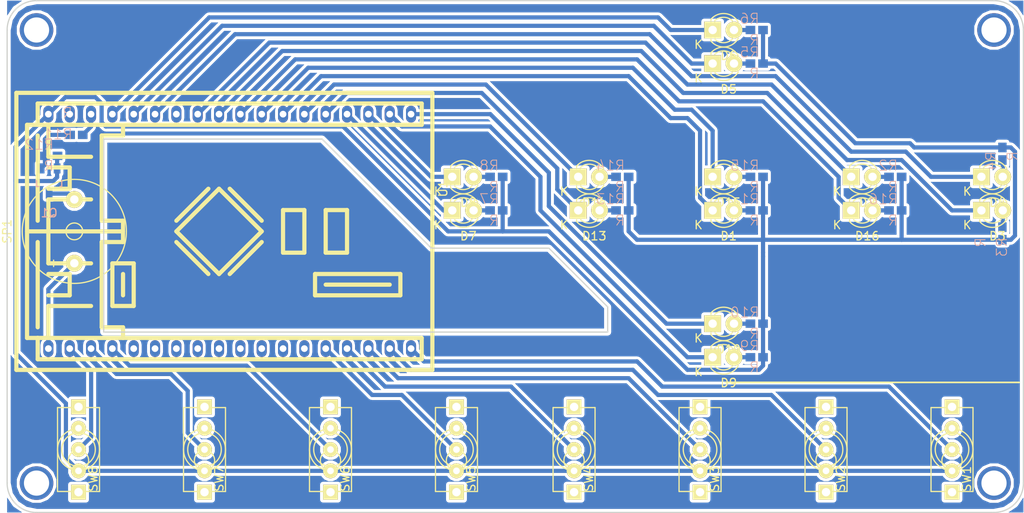
<source format=kicad_pcb>
(kicad_pcb (version 4) (host pcbnew 4.0.6)

  (general
    (links 65)
    (no_connects 0)
    (area -0.575001 -0.575001 120.575001 60.575001)
    (thickness 1.6)
    (drawings 16)
    (tracks 192)
    (zones 0)
    (modules 41)
    (nets 42)
  )

  (page A4)
  (layers
    (0 F.Cu signal)
    (31 B.Cu signal)
    (32 B.Adhes user)
    (33 F.Adhes user)
    (34 B.Paste user)
    (35 F.Paste user)
    (36 B.SilkS user)
    (37 F.SilkS user)
    (38 B.Mask user)
    (39 F.Mask user)
    (40 Dwgs.User user)
    (41 Cmts.User user)
    (42 Eco1.User user)
    (43 Eco2.User user)
    (44 Edge.Cuts user)
    (45 Margin user)
    (46 B.CrtYd user)
    (47 F.CrtYd user)
    (48 B.Fab user)
    (49 F.Fab user)
  )

  (setup
    (last_trace_width 0.5)
    (user_trace_width 0.5)
    (user_trace_width 1)
    (trace_clearance 0.2)
    (zone_clearance 0.35)
    (zone_45_only no)
    (trace_min 0.2)
    (segment_width 0.2)
    (edge_width 0.15)
    (via_size 0.6)
    (via_drill 0.4)
    (via_min_size 0.4)
    (via_min_drill 0.3)
    (user_via 1.2 0.8)
    (user_via 4 3)
    (uvia_size 0.3)
    (uvia_drill 0.1)
    (uvias_allowed no)
    (uvia_min_size 0.2)
    (uvia_min_drill 0.1)
    (pcb_text_width 0.3)
    (pcb_text_size 1.5 1.5)
    (mod_edge_width 0.15)
    (mod_text_size 1 1)
    (mod_text_width 0.15)
    (pad_size 1.524 1.524)
    (pad_drill 0.762)
    (pad_to_mask_clearance 0.2)
    (aux_axis_origin 0 0)
    (visible_elements 7FFCFFFF)
    (pcbplotparams
      (layerselection 0x01000_80000000)
      (usegerberextensions false)
      (excludeedgelayer true)
      (linewidth 0.100000)
      (plotframeref false)
      (viasonmask false)
      (mode 1)
      (useauxorigin false)
      (hpglpennumber 1)
      (hpglpenspeed 20)
      (hpglpendiameter 15)
      (hpglpenoverlay 2)
      (psnegative false)
      (psa4output false)
      (plotreference true)
      (plotvalue true)
      (plotinvisibletext false)
      (padsonsilk false)
      (subtractmaskfromsilk false)
      (outputformat 1)
      (mirror false)
      (drillshape 0)
      (scaleselection 1)
      (outputdirectory ""))
  )

  (net 0 "")
  (net 1 "Net-(D1-Pad1)")
  (net 2 "Net-(D1-Pad2)")
  (net 3 "Net-(D2-Pad1)")
  (net 4 "Net-(D2-Pad2)")
  (net 5 "Net-(D3-Pad1)")
  (net 6 "Net-(D3-Pad2)")
  (net 7 "Net-(D4-Pad1)")
  (net 8 "Net-(D4-Pad2)")
  (net 9 "Net-(D5-Pad1)")
  (net 10 "Net-(D5-Pad2)")
  (net 11 "Net-(D6-Pad1)")
  (net 12 "Net-(D6-Pad2)")
  (net 13 "Net-(D7-Pad1)")
  (net 14 "Net-(D7-Pad2)")
  (net 15 "Net-(D8-Pad1)")
  (net 16 "Net-(D8-Pad2)")
  (net 17 GND)
  (net 18 /TOGGLE_D)
  (net 19 /TOGGLE_C)
  (net 20 /TOGGLE_B)
  (net 21 /TOGGLE_A)
  (net 22 "Net-(D9-Pad1)")
  (net 23 "Net-(D9-Pad2)")
  (net 24 "Net-(D10-Pad1)")
  (net 25 "Net-(D10-Pad2)")
  (net 26 "Net-(D13-Pad1)")
  (net 27 "Net-(D13-Pad2)")
  (net 28 "Net-(D14-Pad1)")
  (net 29 "Net-(D14-Pad2)")
  (net 30 "Net-(D15-Pad1)")
  (net 31 "Net-(D15-Pad2)")
  (net 32 "Net-(D16-Pad1)")
  (net 33 "Net-(D16-Pad2)")
  (net 34 /TOGGLE_E)
  (net 35 /TOGGLE_F)
  (net 36 /TOGGLE_G)
  (net 37 /TOGGLE_H)
  (net 38 "Net-(Q1-PadG)")
  (net 39 "Net-(Q1-PadD)")
  (net 40 +12V)
  (net 41 /BUZZER)

  (net_class Default "これは標準のネット クラスです。"
    (clearance 0.2)
    (trace_width 0.25)
    (via_dia 0.6)
    (via_drill 0.4)
    (uvia_dia 0.3)
    (uvia_drill 0.1)
    (add_net +12V)
    (add_net /BUZZER)
    (add_net /TOGGLE_A)
    (add_net /TOGGLE_B)
    (add_net /TOGGLE_C)
    (add_net /TOGGLE_D)
    (add_net /TOGGLE_E)
    (add_net /TOGGLE_F)
    (add_net /TOGGLE_G)
    (add_net /TOGGLE_H)
    (add_net GND)
    (add_net "Net-(D1-Pad1)")
    (add_net "Net-(D1-Pad2)")
    (add_net "Net-(D10-Pad1)")
    (add_net "Net-(D10-Pad2)")
    (add_net "Net-(D13-Pad1)")
    (add_net "Net-(D13-Pad2)")
    (add_net "Net-(D14-Pad1)")
    (add_net "Net-(D14-Pad2)")
    (add_net "Net-(D15-Pad1)")
    (add_net "Net-(D15-Pad2)")
    (add_net "Net-(D16-Pad1)")
    (add_net "Net-(D16-Pad2)")
    (add_net "Net-(D2-Pad1)")
    (add_net "Net-(D2-Pad2)")
    (add_net "Net-(D3-Pad1)")
    (add_net "Net-(D3-Pad2)")
    (add_net "Net-(D4-Pad1)")
    (add_net "Net-(D4-Pad2)")
    (add_net "Net-(D5-Pad1)")
    (add_net "Net-(D5-Pad2)")
    (add_net "Net-(D6-Pad1)")
    (add_net "Net-(D6-Pad2)")
    (add_net "Net-(D7-Pad1)")
    (add_net "Net-(D7-Pad2)")
    (add_net "Net-(D8-Pad1)")
    (add_net "Net-(D8-Pad2)")
    (add_net "Net-(D9-Pad1)")
    (add_net "Net-(D9-Pad2)")
    (add_net "Net-(Q1-PadD)")
    (add_net "Net-(Q1-PadG)")
  )

  (module RP_KiCAD_Libs:F103_mini (layer F.Cu) (tedit 58A50E98) (tstamp 58A7E899)
    (at 26 27 270)
    (path /59280BDA)
    (fp_text reference U1 (at -5.08 -25.4 270) (layer F.SilkS)
      (effects (font (size 1 1) (thickness 0.15)))
    )
    (fp_text value F103_mini_rev1.1 (at 3.81 -25.4 270) (layer F.Fab)
      (effects (font (size 1 1) (thickness 0.15)))
    )
    (fp_line (start 0 24.13) (end 12.7 24.13) (layer F.SilkS) (width 0.5))
    (fp_line (start -12.7 24.13) (end 0 24.13) (layer F.SilkS) (width 0.5))
    (fp_line (start 1.27 22.86) (end 11.43 22.86) (layer F.SilkS) (width 0.5))
    (fp_line (start 6.35 -19.05) (end 6.35 -11.43) (layer F.SilkS) (width 0.5))
    (fp_line (start 5.08 12.7) (end 7.62 12.7) (layer F.SilkS) (width 0.5))
    (fp_line (start 3.81 11.43) (end 3.81 13.97) (layer F.SilkS) (width 0.5))
    (fp_line (start 3.81 13.97) (end 8.89 13.97) (layer F.SilkS) (width 0.5))
    (fp_line (start 8.89 13.97) (end 8.89 11.43) (layer F.SilkS) (width 0.5))
    (fp_line (start 8.89 11.43) (end 3.81 11.43) (layer F.SilkS) (width 0.5))
    (fp_line (start -2.54 -11.43) (end 2.54 -11.43) (layer F.SilkS) (width 0.5))
    (fp_line (start 2.54 -11.43) (end 2.54 -13.97) (layer F.SilkS) (width 0.5))
    (fp_line (start 2.54 -13.97) (end -2.54 -13.97) (layer F.SilkS) (width 0.5))
    (fp_line (start -2.54 -13.97) (end -2.54 -11.43) (layer F.SilkS) (width 0.5))
    (fp_line (start -2.54 -8.89) (end 2.54 -8.89) (layer F.SilkS) (width 0.5))
    (fp_line (start 2.54 -8.89) (end 2.54 -6.35) (layer F.SilkS) (width 0.5))
    (fp_line (start 2.54 -6.35) (end -2.54 -6.35) (layer F.SilkS) (width 0.5))
    (fp_line (start -2.54 -6.35) (end -2.54 -8.89) (layer F.SilkS) (width 0.5))
    (fp_line (start 5.08 -10.16) (end 7.62 -10.16) (layer F.SilkS) (width 0.5))
    (fp_line (start 7.62 -10.16) (end 7.62 -20.32) (layer F.SilkS) (width 0.5))
    (fp_line (start 7.62 -20.32) (end 5.08 -20.32) (layer F.SilkS) (width 0.5))
    (fp_line (start 5.08 -10.16) (end 5.08 -20.32) (layer F.SilkS) (width 0.5))
    (fp_line (start -5.08 0) (end -1.27 -3.81) (layer F.SilkS) (width 0.5))
    (fp_line (start 5.08 2.54) (end 1.27 6.35) (layer F.SilkS) (width 0.5))
    (fp_line (start 1.27 -3.81) (end 5.08 0) (layer F.SilkS) (width 0.5))
    (fp_line (start -5.08 1.27) (end 0 -3.81) (layer F.SilkS) (width 0.5))
    (fp_line (start -5.08 2.54) (end -1.27 6.35) (layer F.SilkS) (width 0.5))
    (fp_line (start -5.08 1.27) (end 0 6.35) (layer F.SilkS) (width 0.5))
    (fp_line (start 0 6.35) (end 5.08 1.27) (layer F.SilkS) (width 0.5))
    (fp_line (start 5.08 1.27) (end 0 -3.81) (layer F.SilkS) (width 0.5))
    (fp_line (start -11.43 22.86) (end -1.27 22.86) (layer F.SilkS) (width 0.5))
    (fp_line (start 5.08 21.59) (end 5.08 19.05) (layer F.SilkS) (width 0.5))
    (fp_line (start 5.08 19.05) (end 7.62 19.05) (layer F.SilkS) (width 0.5))
    (fp_line (start 7.62 19.05) (end 7.62 21.59) (layer F.SilkS) (width 0.5))
    (fp_line (start -7.62 21.59) (end -7.62 19.05) (layer F.SilkS) (width 0.5))
    (fp_line (start -7.62 19.05) (end -5.08 19.05) (layer F.SilkS) (width 0.5))
    (fp_line (start -5.08 19.05) (end -5.08 21.59) (layer F.SilkS) (width 0.5))
    (fp_line (start 8.89 21.59) (end 12.7 21.59) (layer F.SilkS) (width 0.5))
    (fp_line (start 8.89 16.51) (end 8.89 21.59) (layer F.SilkS) (width 0.5))
    (fp_line (start 3.81 16.51) (end 3.81 21.59) (layer F.SilkS) (width 0.5))
    (fp_line (start 3.81 21.59) (end -3.81 21.59) (layer F.SilkS) (width 0.5))
    (fp_line (start -3.81 21.59) (end -3.81 16.51) (layer F.SilkS) (width 0.5))
    (fp_line (start -8.89 16.51) (end -8.89 21.59) (layer F.SilkS) (width 0.5))
    (fp_line (start -8.89 21.59) (end -12.7 21.59) (layer F.SilkS) (width 0.5))
    (fp_line (start 12.7 22.86) (end 12.7 24.13) (layer F.SilkS) (width 0.5))
    (fp_line (start 1.27 12.7) (end 1.27 15.24) (layer F.SilkS) (width 0.5))
    (fp_line (start 0 12.7) (end 0 24.13) (layer F.SilkS) (width 0.5))
    (fp_line (start -1.27 12.7) (end -1.27 15.24) (layer F.SilkS) (width 0.5))
    (fp_line (start -12.7 22.86) (end -12.7 24.13) (layer F.SilkS) (width 0.5))
    (fp_line (start -1.27 15.24) (end -11.43 15.24) (layer F.SilkS) (width 0.5))
    (fp_line (start -11.43 15.24) (end -11.43 12.7) (layer F.SilkS) (width 0.5))
    (fp_line (start -11.43 12.7) (end -12.7 12.7) (layer F.SilkS) (width 0.5))
    (fp_line (start 11.43 12.7) (end 12.7 12.7) (layer F.SilkS) (width 0.5))
    (fp_line (start 11.43 12.7) (end 11.43 15.24) (layer F.SilkS) (width 0.5))
    (fp_line (start 1.27 15.24) (end 11.43 15.24) (layer F.SilkS) (width 0.5))
    (fp_line (start -1.27 12.7) (end 1.27 12.7) (layer F.SilkS) (width 0.5))
    (fp_line (start 12.7 -22.86) (end 15.24 -22.86) (layer F.SilkS) (width 0.5))
    (fp_line (start 15.24 -22.86) (end 15.24 22.86) (layer F.SilkS) (width 0.5))
    (fp_line (start 15.24 22.86) (end 12.7 22.86) (layer F.SilkS) (width 0.5))
    (fp_line (start 12.7 22.86) (end 12.7 -22.86) (layer F.SilkS) (width 0.5))
    (fp_line (start -15.24 -22.86) (end -12.7 -22.86) (layer F.SilkS) (width 0.5))
    (fp_line (start -12.7 -22.86) (end -12.7 22.86) (layer F.SilkS) (width 0.5))
    (fp_line (start -12.7 22.86) (end -15.24 22.86) (layer F.SilkS) (width 0.5))
    (fp_line (start -15.24 22.86) (end -15.24 -22.86) (layer F.SilkS) (width 0.5))
    (fp_line (start 16.51 -24.13) (end 16.51 25.4) (layer F.SilkS) (width 0.5))
    (fp_line (start 16.51 25.4) (end -16.51 25.4) (layer F.SilkS) (width 0.5))
    (fp_line (start -16.51 25.4) (end -16.51 -24.13) (layer F.SilkS) (width 0.5))
    (fp_line (start -16.51 -24.13) (end 16.51 -24.13) (layer F.SilkS) (width 0.5))
    (pad 1 thru_hole oval (at -13.97 -21.59 270) (size 2 1.2) (drill 0.8) (layers *.Cu *.Mask)
      (net 24 "Net-(D10-Pad1)"))
    (pad 2 thru_hole oval (at -13.97 -19.05 270) (size 2 1.2) (drill 0.8) (layers *.Cu *.Mask)
      (net 22 "Net-(D9-Pad1)"))
    (pad 3 thru_hole oval (at -13.97 -16.51 270) (size 2 1.2) (drill 0.8) (layers *.Cu *.Mask)
      (net 15 "Net-(D8-Pad1)"))
    (pad 4 thru_hole oval (at -13.97 -13.97 270) (size 2 1.2) (drill 0.8) (layers *.Cu *.Mask)
      (net 13 "Net-(D7-Pad1)"))
    (pad 5 thru_hole oval (at -13.97 -11.43 270) (size 2 1.2) (drill 0.8) (layers *.Cu *.Mask)
      (net 26 "Net-(D13-Pad1)"))
    (pad 6 thru_hole oval (at -13.97 -8.89 270) (size 2 1.2) (drill 0.8) (layers *.Cu *.Mask)
      (net 28 "Net-(D14-Pad1)"))
    (pad 7 thru_hole oval (at -13.97 -6.35 270) (size 2 1.2) (drill 0.8) (layers *.Cu *.Mask)
      (net 1 "Net-(D1-Pad1)"))
    (pad 8 thru_hole oval (at -13.97 -3.81 270) (size 2 1.2) (drill 0.8) (layers *.Cu *.Mask)
      (net 30 "Net-(D15-Pad1)"))
    (pad 9 thru_hole oval (at -13.97 -1.27 270) (size 2 1.2) (drill 0.8) (layers *.Cu *.Mask)
      (net 32 "Net-(D16-Pad1)"))
    (pad 10 thru_hole oval (at -13.97 1.27 270) (size 2 1.2) (drill 0.8) (layers *.Cu *.Mask)
      (net 3 "Net-(D2-Pad1)"))
    (pad 11 thru_hole oval (at -13.97 3.81 270) (size 2 1.2) (drill 0.8) (layers *.Cu *.Mask)
      (net 5 "Net-(D3-Pad1)"))
    (pad 12 thru_hole oval (at -13.97 6.35 270) (size 2 1.2) (drill 0.8) (layers *.Cu *.Mask))
    (pad 13 thru_hole oval (at -13.97 8.89 270) (size 2 1.2) (drill 0.8) (layers *.Cu *.Mask)
      (net 7 "Net-(D4-Pad1)"))
    (pad 14 thru_hole oval (at -13.97 11.43 270) (size 2 1.2) (drill 0.8) (layers *.Cu *.Mask)
      (net 9 "Net-(D5-Pad1)"))
    (pad 15 thru_hole oval (at -13.97 13.97 270) (size 2 1.2) (drill 0.8) (layers *.Cu *.Mask)
      (net 11 "Net-(D6-Pad1)"))
    (pad 16 thru_hole oval (at -13.97 16.51 270) (size 2 1.2) (drill 0.8) (layers *.Cu *.Mask)
      (net 41 /BUZZER))
    (pad 17 thru_hole oval (at -13.97 19.05 270) (size 2 1.2) (drill 0.8) (layers *.Cu *.Mask))
    (pad 18 thru_hole oval (at -13.97 21.59 270) (size 2 1.2) (drill 0.8) (layers *.Cu *.Mask)
      (net 17 GND))
    (pad 19 thru_hole oval (at 13.97 21.59 270) (size 2 1.2) (drill 0.8) (layers *.Cu *.Mask)
      (net 40 +12V))
    (pad 20 thru_hole oval (at 13.97 19.05 270) (size 2 1.2) (drill 0.8) (layers *.Cu *.Mask)
      (net 37 /TOGGLE_H))
    (pad 21 thru_hole oval (at 13.97 16.51 270) (size 2 1.2) (drill 0.8) (layers *.Cu *.Mask)
      (net 36 /TOGGLE_G))
    (pad 22 thru_hole oval (at 13.97 13.97 270) (size 2 1.2) (drill 0.8) (layers *.Cu *.Mask)
      (net 35 /TOGGLE_F))
    (pad 23 thru_hole oval (at 13.97 11.43 270) (size 2 1.2) (drill 0.8) (layers *.Cu *.Mask))
    (pad 24 thru_hole oval (at 13.97 8.89 270) (size 2 1.2) (drill 0.8) (layers *.Cu *.Mask))
    (pad 25 thru_hole oval (at 13.97 6.35 270) (size 2 1.2) (drill 0.8) (layers *.Cu *.Mask))
    (pad 26 thru_hole oval (at 13.97 3.81 270) (size 2 1.2) (drill 0.8) (layers *.Cu *.Mask))
    (pad 27 thru_hole oval (at 13.97 1.27 270) (size 2 1.2) (drill 0.8) (layers *.Cu *.Mask))
    (pad 28 thru_hole oval (at 13.97 -1.27 270) (size 2 1.2) (drill 0.8) (layers *.Cu *.Mask))
    (pad 29 thru_hole oval (at 13.97 -3.81 270) (size 2 1.2) (drill 0.8) (layers *.Cu *.Mask))
    (pad 30 thru_hole oval (at 13.97 -6.35 270) (size 2 1.2) (drill 0.8) (layers *.Cu *.Mask))
    (pad 31 thru_hole oval (at 13.97 -8.89 270) (size 2 1.2) (drill 0.8) (layers *.Cu *.Mask))
    (pad 32 thru_hole oval (at 13.97 -11.43 270) (size 2 1.2) (drill 0.8) (layers *.Cu *.Mask)
      (net 34 /TOGGLE_E))
    (pad 33 thru_hole oval (at 13.97 -13.97 270) (size 2 1.2) (drill 0.8) (layers *.Cu *.Mask)
      (net 18 /TOGGLE_D))
    (pad 34 thru_hole oval (at 13.97 -16.51 270) (size 2 1.2) (drill 0.8) (layers *.Cu *.Mask)
      (net 19 /TOGGLE_C))
    (pad 35 thru_hole oval (at 13.97 -19.05 270) (size 2 1.2) (drill 0.8) (layers *.Cu *.Mask)
      (net 20 /TOGGLE_B))
    (pad 36 thru_hole oval (at 13.97 -21.59 270) (size 2 1.2) (drill 0.8) (layers *.Cu *.Mask)
      (net 21 /TOGGLE_A))
    (model user/STM32F103_mini.wrl
      (at (xyz -0.65 0.95 0.475))
      (scale (xyz 1 1 1))
      (rotate (xyz 0 0 0))
    )
    (model Socket_Strips.3dshapes/Socket_Strip_Straight_1x18.wrl
      (at (xyz -0.55 0 0))
      (scale (xyz 1 1 1))
      (rotate (xyz 0 0 90))
    )
    (model Socket_Strips.3dshapes/Socket_Strip_Straight_1x18.wrl
      (at (xyz 0.55 0 0))
      (scale (xyz 1 1 1))
      (rotate (xyz 0 0 90))
    )
  )

  (module LEDs:LED-3MM (layer F.Cu) (tedit 559B82F6) (tstamp 58A7E817)
    (at 83.5 24.5)
    (descr "LED 3mm round vertical")
    (tags "LED  3mm round vertical")
    (path /58AD4392)
    (fp_text reference D1 (at 1.91 3.06) (layer F.SilkS)
      (effects (font (size 1 1) (thickness 0.15)))
    )
    (fp_text value LED (at 1.3 -2.9) (layer F.Fab)
      (effects (font (size 1 1) (thickness 0.15)))
    )
    (fp_line (start -1.2 2.3) (end 3.8 2.3) (layer F.CrtYd) (width 0.05))
    (fp_line (start 3.8 2.3) (end 3.8 -2.2) (layer F.CrtYd) (width 0.05))
    (fp_line (start 3.8 -2.2) (end -1.2 -2.2) (layer F.CrtYd) (width 0.05))
    (fp_line (start -1.2 -2.2) (end -1.2 2.3) (layer F.CrtYd) (width 0.05))
    (fp_line (start -0.199 1.314) (end -0.199 1.114) (layer F.SilkS) (width 0.15))
    (fp_line (start -0.199 -1.28) (end -0.199 -1.1) (layer F.SilkS) (width 0.15))
    (fp_arc (start 1.301 0.034) (end -0.199 -1.286) (angle 108.5) (layer F.SilkS) (width 0.15))
    (fp_arc (start 1.301 0.034) (end 0.25 -1.1) (angle 85.7) (layer F.SilkS) (width 0.15))
    (fp_arc (start 1.311 0.034) (end 3.051 0.994) (angle 110) (layer F.SilkS) (width 0.15))
    (fp_arc (start 1.301 0.034) (end 2.335 1.094) (angle 87.5) (layer F.SilkS) (width 0.15))
    (fp_text user K (at -1.69 1.74) (layer F.SilkS)
      (effects (font (size 1 1) (thickness 0.15)))
    )
    (pad 1 thru_hole rect (at 0 0 90) (size 2 2) (drill 1.00076) (layers *.Cu *.Mask F.SilkS)
      (net 1 "Net-(D1-Pad1)"))
    (pad 2 thru_hole circle (at 2.54 0) (size 2 2) (drill 1.00076) (layers *.Cu *.Mask F.SilkS)
      (net 2 "Net-(D1-Pad2)"))
    (model LEDs.3dshapes/LED-3MM.wrl
      (at (xyz 0.05 0 0))
      (scale (xyz 1 1 1))
      (rotate (xyz 0 0 90))
    )
  )

  (module LEDs:LED-3MM (layer F.Cu) (tedit 559B82F6) (tstamp 58A7E81D)
    (at 100 20.5)
    (descr "LED 3mm round vertical")
    (tags "LED  3mm round vertical")
    (path /58A7E997)
    (fp_text reference D2 (at 1.91 3.06) (layer F.SilkS)
      (effects (font (size 1 1) (thickness 0.15)))
    )
    (fp_text value LED (at 1.3 -2.9) (layer F.Fab)
      (effects (font (size 1 1) (thickness 0.15)))
    )
    (fp_line (start -1.2 2.3) (end 3.8 2.3) (layer F.CrtYd) (width 0.05))
    (fp_line (start 3.8 2.3) (end 3.8 -2.2) (layer F.CrtYd) (width 0.05))
    (fp_line (start 3.8 -2.2) (end -1.2 -2.2) (layer F.CrtYd) (width 0.05))
    (fp_line (start -1.2 -2.2) (end -1.2 2.3) (layer F.CrtYd) (width 0.05))
    (fp_line (start -0.199 1.314) (end -0.199 1.114) (layer F.SilkS) (width 0.15))
    (fp_line (start -0.199 -1.28) (end -0.199 -1.1) (layer F.SilkS) (width 0.15))
    (fp_arc (start 1.301 0.034) (end -0.199 -1.286) (angle 108.5) (layer F.SilkS) (width 0.15))
    (fp_arc (start 1.301 0.034) (end 0.25 -1.1) (angle 85.7) (layer F.SilkS) (width 0.15))
    (fp_arc (start 1.311 0.034) (end 3.051 0.994) (angle 110) (layer F.SilkS) (width 0.15))
    (fp_arc (start 1.301 0.034) (end 2.335 1.094) (angle 87.5) (layer F.SilkS) (width 0.15))
    (fp_text user K (at -1.69 1.74) (layer F.SilkS)
      (effects (font (size 1 1) (thickness 0.15)))
    )
    (pad 1 thru_hole rect (at 0 0 90) (size 2 2) (drill 1.00076) (layers *.Cu *.Mask F.SilkS)
      (net 3 "Net-(D2-Pad1)"))
    (pad 2 thru_hole circle (at 2.54 0) (size 2 2) (drill 1.00076) (layers *.Cu *.Mask F.SilkS)
      (net 4 "Net-(D2-Pad2)"))
    (model LEDs.3dshapes/LED-3MM.wrl
      (at (xyz 0.05 0 0))
      (scale (xyz 1 1 1))
      (rotate (xyz 0 0 90))
    )
  )

  (module LEDs:LED-3MM (layer F.Cu) (tedit 559B82F6) (tstamp 58A7E823)
    (at 115.5 24.5)
    (descr "LED 3mm round vertical")
    (tags "LED  3mm round vertical")
    (path /58A7EA0A)
    (fp_text reference D3 (at 1.91 3.06) (layer F.SilkS)
      (effects (font (size 1 1) (thickness 0.15)))
    )
    (fp_text value LED (at 1.3 -2.9) (layer F.Fab)
      (effects (font (size 1 1) (thickness 0.15)))
    )
    (fp_line (start -1.2 2.3) (end 3.8 2.3) (layer F.CrtYd) (width 0.05))
    (fp_line (start 3.8 2.3) (end 3.8 -2.2) (layer F.CrtYd) (width 0.05))
    (fp_line (start 3.8 -2.2) (end -1.2 -2.2) (layer F.CrtYd) (width 0.05))
    (fp_line (start -1.2 -2.2) (end -1.2 2.3) (layer F.CrtYd) (width 0.05))
    (fp_line (start -0.199 1.314) (end -0.199 1.114) (layer F.SilkS) (width 0.15))
    (fp_line (start -0.199 -1.28) (end -0.199 -1.1) (layer F.SilkS) (width 0.15))
    (fp_arc (start 1.301 0.034) (end -0.199 -1.286) (angle 108.5) (layer F.SilkS) (width 0.15))
    (fp_arc (start 1.301 0.034) (end 0.25 -1.1) (angle 85.7) (layer F.SilkS) (width 0.15))
    (fp_arc (start 1.311 0.034) (end 3.051 0.994) (angle 110) (layer F.SilkS) (width 0.15))
    (fp_arc (start 1.301 0.034) (end 2.335 1.094) (angle 87.5) (layer F.SilkS) (width 0.15))
    (fp_text user K (at -1.69 1.74) (layer F.SilkS)
      (effects (font (size 1 1) (thickness 0.15)))
    )
    (pad 1 thru_hole rect (at 0 0 90) (size 2 2) (drill 1.00076) (layers *.Cu *.Mask F.SilkS)
      (net 5 "Net-(D3-Pad1)"))
    (pad 2 thru_hole circle (at 2.54 0) (size 2 2) (drill 1.00076) (layers *.Cu *.Mask F.SilkS)
      (net 6 "Net-(D3-Pad2)"))
    (model LEDs.3dshapes/LED-3MM.wrl
      (at (xyz 0.05 0 0))
      (scale (xyz 1 1 1))
      (rotate (xyz 0 0 90))
    )
  )

  (module LEDs:LED-3MM (layer F.Cu) (tedit 559B82F6) (tstamp 58A7E829)
    (at 115.5 20.5)
    (descr "LED 3mm round vertical")
    (tags "LED  3mm round vertical")
    (path /58A7EA1F)
    (fp_text reference D4 (at 1.91 3.06) (layer F.SilkS)
      (effects (font (size 1 1) (thickness 0.15)))
    )
    (fp_text value LED (at 1.3 -2.9) (layer F.Fab)
      (effects (font (size 1 1) (thickness 0.15)))
    )
    (fp_line (start -1.2 2.3) (end 3.8 2.3) (layer F.CrtYd) (width 0.05))
    (fp_line (start 3.8 2.3) (end 3.8 -2.2) (layer F.CrtYd) (width 0.05))
    (fp_line (start 3.8 -2.2) (end -1.2 -2.2) (layer F.CrtYd) (width 0.05))
    (fp_line (start -1.2 -2.2) (end -1.2 2.3) (layer F.CrtYd) (width 0.05))
    (fp_line (start -0.199 1.314) (end -0.199 1.114) (layer F.SilkS) (width 0.15))
    (fp_line (start -0.199 -1.28) (end -0.199 -1.1) (layer F.SilkS) (width 0.15))
    (fp_arc (start 1.301 0.034) (end -0.199 -1.286) (angle 108.5) (layer F.SilkS) (width 0.15))
    (fp_arc (start 1.301 0.034) (end 0.25 -1.1) (angle 85.7) (layer F.SilkS) (width 0.15))
    (fp_arc (start 1.311 0.034) (end 3.051 0.994) (angle 110) (layer F.SilkS) (width 0.15))
    (fp_arc (start 1.301 0.034) (end 2.335 1.094) (angle 87.5) (layer F.SilkS) (width 0.15))
    (fp_text user K (at -1.69 1.74) (layer F.SilkS)
      (effects (font (size 1 1) (thickness 0.15)))
    )
    (pad 1 thru_hole rect (at 0 0 90) (size 2 2) (drill 1.00076) (layers *.Cu *.Mask F.SilkS)
      (net 7 "Net-(D4-Pad1)"))
    (pad 2 thru_hole circle (at 2.54 0) (size 2 2) (drill 1.00076) (layers *.Cu *.Mask F.SilkS)
      (net 8 "Net-(D4-Pad2)"))
    (model LEDs.3dshapes/LED-3MM.wrl
      (at (xyz 0.05 0 0))
      (scale (xyz 1 1 1))
      (rotate (xyz 0 0 90))
    )
  )

  (module LEDs:LED-3MM (layer F.Cu) (tedit 559B82F6) (tstamp 58A7E82F)
    (at 83.5 7)
    (descr "LED 3mm round vertical")
    (tags "LED  3mm round vertical")
    (path /58A7EBA7)
    (fp_text reference D5 (at 1.91 3.06) (layer F.SilkS)
      (effects (font (size 1 1) (thickness 0.15)))
    )
    (fp_text value LED (at 1.3 -2.9) (layer F.Fab)
      (effects (font (size 1 1) (thickness 0.15)))
    )
    (fp_line (start -1.2 2.3) (end 3.8 2.3) (layer F.CrtYd) (width 0.05))
    (fp_line (start 3.8 2.3) (end 3.8 -2.2) (layer F.CrtYd) (width 0.05))
    (fp_line (start 3.8 -2.2) (end -1.2 -2.2) (layer F.CrtYd) (width 0.05))
    (fp_line (start -1.2 -2.2) (end -1.2 2.3) (layer F.CrtYd) (width 0.05))
    (fp_line (start -0.199 1.314) (end -0.199 1.114) (layer F.SilkS) (width 0.15))
    (fp_line (start -0.199 -1.28) (end -0.199 -1.1) (layer F.SilkS) (width 0.15))
    (fp_arc (start 1.301 0.034) (end -0.199 -1.286) (angle 108.5) (layer F.SilkS) (width 0.15))
    (fp_arc (start 1.301 0.034) (end 0.25 -1.1) (angle 85.7) (layer F.SilkS) (width 0.15))
    (fp_arc (start 1.311 0.034) (end 3.051 0.994) (angle 110) (layer F.SilkS) (width 0.15))
    (fp_arc (start 1.301 0.034) (end 2.335 1.094) (angle 87.5) (layer F.SilkS) (width 0.15))
    (fp_text user K (at -1.69 1.74) (layer F.SilkS)
      (effects (font (size 1 1) (thickness 0.15)))
    )
    (pad 1 thru_hole rect (at 0 0 90) (size 2 2) (drill 1.00076) (layers *.Cu *.Mask F.SilkS)
      (net 9 "Net-(D5-Pad1)"))
    (pad 2 thru_hole circle (at 2.54 0) (size 2 2) (drill 1.00076) (layers *.Cu *.Mask F.SilkS)
      (net 10 "Net-(D5-Pad2)"))
    (model LEDs.3dshapes/LED-3MM.wrl
      (at (xyz 0.05 0 0))
      (scale (xyz 1 1 1))
      (rotate (xyz 0 0 90))
    )
  )

  (module LEDs:LED-3MM (layer F.Cu) (tedit 559B82F6) (tstamp 58A7E835)
    (at 83.5 3)
    (descr "LED 3mm round vertical")
    (tags "LED  3mm round vertical")
    (path /58A7EBBC)
    (fp_text reference D6 (at 1.91 3.06) (layer F.SilkS)
      (effects (font (size 1 1) (thickness 0.15)))
    )
    (fp_text value LED (at 1.3 -2.9) (layer F.Fab)
      (effects (font (size 1 1) (thickness 0.15)))
    )
    (fp_line (start -1.2 2.3) (end 3.8 2.3) (layer F.CrtYd) (width 0.05))
    (fp_line (start 3.8 2.3) (end 3.8 -2.2) (layer F.CrtYd) (width 0.05))
    (fp_line (start 3.8 -2.2) (end -1.2 -2.2) (layer F.CrtYd) (width 0.05))
    (fp_line (start -1.2 -2.2) (end -1.2 2.3) (layer F.CrtYd) (width 0.05))
    (fp_line (start -0.199 1.314) (end -0.199 1.114) (layer F.SilkS) (width 0.15))
    (fp_line (start -0.199 -1.28) (end -0.199 -1.1) (layer F.SilkS) (width 0.15))
    (fp_arc (start 1.301 0.034) (end -0.199 -1.286) (angle 108.5) (layer F.SilkS) (width 0.15))
    (fp_arc (start 1.301 0.034) (end 0.25 -1.1) (angle 85.7) (layer F.SilkS) (width 0.15))
    (fp_arc (start 1.311 0.034) (end 3.051 0.994) (angle 110) (layer F.SilkS) (width 0.15))
    (fp_arc (start 1.301 0.034) (end 2.335 1.094) (angle 87.5) (layer F.SilkS) (width 0.15))
    (fp_text user K (at -1.69 1.74) (layer F.SilkS)
      (effects (font (size 1 1) (thickness 0.15)))
    )
    (pad 1 thru_hole rect (at 0 0 90) (size 2 2) (drill 1.00076) (layers *.Cu *.Mask F.SilkS)
      (net 11 "Net-(D6-Pad1)"))
    (pad 2 thru_hole circle (at 2.54 0) (size 2 2) (drill 1.00076) (layers *.Cu *.Mask F.SilkS)
      (net 12 "Net-(D6-Pad2)"))
    (model LEDs.3dshapes/LED-3MM.wrl
      (at (xyz 0.05 0 0))
      (scale (xyz 1 1 1))
      (rotate (xyz 0 0 90))
    )
  )

  (module LEDs:LED-3MM (layer F.Cu) (tedit 559B82F6) (tstamp 58A7E83B)
    (at 52.5 24.5)
    (descr "LED 3mm round vertical")
    (tags "LED  3mm round vertical")
    (path /58A7EBD1)
    (fp_text reference D7 (at 1.91 3.06) (layer F.SilkS)
      (effects (font (size 1 1) (thickness 0.15)))
    )
    (fp_text value LED (at 1.3 -2.9) (layer F.Fab)
      (effects (font (size 1 1) (thickness 0.15)))
    )
    (fp_line (start -1.2 2.3) (end 3.8 2.3) (layer F.CrtYd) (width 0.05))
    (fp_line (start 3.8 2.3) (end 3.8 -2.2) (layer F.CrtYd) (width 0.05))
    (fp_line (start 3.8 -2.2) (end -1.2 -2.2) (layer F.CrtYd) (width 0.05))
    (fp_line (start -1.2 -2.2) (end -1.2 2.3) (layer F.CrtYd) (width 0.05))
    (fp_line (start -0.199 1.314) (end -0.199 1.114) (layer F.SilkS) (width 0.15))
    (fp_line (start -0.199 -1.28) (end -0.199 -1.1) (layer F.SilkS) (width 0.15))
    (fp_arc (start 1.301 0.034) (end -0.199 -1.286) (angle 108.5) (layer F.SilkS) (width 0.15))
    (fp_arc (start 1.301 0.034) (end 0.25 -1.1) (angle 85.7) (layer F.SilkS) (width 0.15))
    (fp_arc (start 1.311 0.034) (end 3.051 0.994) (angle 110) (layer F.SilkS) (width 0.15))
    (fp_arc (start 1.301 0.034) (end 2.335 1.094) (angle 87.5) (layer F.SilkS) (width 0.15))
    (fp_text user K (at -1.69 1.74) (layer F.SilkS)
      (effects (font (size 1 1) (thickness 0.15)))
    )
    (pad 1 thru_hole rect (at 0 0 90) (size 2 2) (drill 1.00076) (layers *.Cu *.Mask F.SilkS)
      (net 13 "Net-(D7-Pad1)"))
    (pad 2 thru_hole circle (at 2.54 0) (size 2 2) (drill 1.00076) (layers *.Cu *.Mask F.SilkS)
      (net 14 "Net-(D7-Pad2)"))
    (model LEDs.3dshapes/LED-3MM.wrl
      (at (xyz 0.05 0 0))
      (scale (xyz 1 1 1))
      (rotate (xyz 0 0 90))
    )
  )

  (module LEDs:LED-3MM (layer F.Cu) (tedit 559B82F6) (tstamp 58A7E841)
    (at 52.5 20.5)
    (descr "LED 3mm round vertical")
    (tags "LED  3mm round vertical")
    (path /58A7EBE6)
    (fp_text reference D8 (at 1.91 3.06) (layer F.SilkS)
      (effects (font (size 1 1) (thickness 0.15)))
    )
    (fp_text value LED (at 1.3 -2.9) (layer F.Fab)
      (effects (font (size 1 1) (thickness 0.15)))
    )
    (fp_line (start -1.2 2.3) (end 3.8 2.3) (layer F.CrtYd) (width 0.05))
    (fp_line (start 3.8 2.3) (end 3.8 -2.2) (layer F.CrtYd) (width 0.05))
    (fp_line (start 3.8 -2.2) (end -1.2 -2.2) (layer F.CrtYd) (width 0.05))
    (fp_line (start -1.2 -2.2) (end -1.2 2.3) (layer F.CrtYd) (width 0.05))
    (fp_line (start -0.199 1.314) (end -0.199 1.114) (layer F.SilkS) (width 0.15))
    (fp_line (start -0.199 -1.28) (end -0.199 -1.1) (layer F.SilkS) (width 0.15))
    (fp_arc (start 1.301 0.034) (end -0.199 -1.286) (angle 108.5) (layer F.SilkS) (width 0.15))
    (fp_arc (start 1.301 0.034) (end 0.25 -1.1) (angle 85.7) (layer F.SilkS) (width 0.15))
    (fp_arc (start 1.311 0.034) (end 3.051 0.994) (angle 110) (layer F.SilkS) (width 0.15))
    (fp_arc (start 1.301 0.034) (end 2.335 1.094) (angle 87.5) (layer F.SilkS) (width 0.15))
    (fp_text user K (at -1.69 1.74) (layer F.SilkS)
      (effects (font (size 1 1) (thickness 0.15)))
    )
    (pad 1 thru_hole rect (at 0 0 90) (size 2 2) (drill 1.00076) (layers *.Cu *.Mask F.SilkS)
      (net 15 "Net-(D8-Pad1)"))
    (pad 2 thru_hole circle (at 2.54 0) (size 2 2) (drill 1.00076) (layers *.Cu *.Mask F.SilkS)
      (net 16 "Net-(D8-Pad2)"))
    (model LEDs.3dshapes/LED-3MM.wrl
      (at (xyz 0.05 0 0))
      (scale (xyz 1 1 1))
      (rotate (xyz 0 0 90))
    )
  )

  (module Buttons_Switches_ThroughHole:SW_toggle_3P placed (layer F.Cu) (tedit 58A85558) (tstamp 58A855E1)
    (at 112 53 270)
    (path /58A85433)
    (fp_text reference SW1 (at 3.5 -1.75 270) (layer F.SilkS)
      (effects (font (size 1 1) (thickness 0.15)))
    )
    (fp_text value SWITCH_INV (at 0 1.7 270) (layer F.Fab)
      (effects (font (size 1 1) (thickness 0.15)))
    )
    (fp_circle (center 0 0) (end 2 0) (layer F.SilkS) (width 0.15))
    (fp_circle (center 1.3 0) (end 2.5 -0.1) (layer F.SilkS) (width 0.15))
    (fp_circle (center 0 0) (end 0 -2.5) (layer F.SilkS) (width 0.15))
    (fp_line (start 5 -2.5) (end -5 -2.5) (layer F.SilkS) (width 0.15))
    (fp_line (start -5 -2.5) (end -5 2.5) (layer F.SilkS) (width 0.15))
    (fp_line (start -5 2.5) (end 5 2.5) (layer F.SilkS) (width 0.15))
    (fp_line (start 5 2.5) (end 5 -2.5) (layer F.SilkS) (width 0.15))
    (pad 1 thru_hole circle (at -2.54 0 270) (size 1.77 1.77) (drill 0.8) (layers *.Cu *.Mask F.SilkS))
    (pad 2 thru_hole circle (at 0 0 270) (size 1.77 1.77) (drill 0.8) (layers *.Cu *.Mask F.SilkS)
      (net 21 /TOGGLE_A))
    (pad 3 thru_hole circle (at 2.54 0 270) (size 1.77 1.77) (drill 0.8) (layers *.Cu *.Mask F.SilkS)
      (net 17 GND))
    (pad 4 thru_hole rect (at 5.08 0 270) (size 1.77 1.77) (drill 1) (layers *.Cu *.Mask F.SilkS))
    (pad 5 thru_hole rect (at -5.08 0 270) (size 1.77 1.77) (drill 1) (layers *.Cu *.Mask F.SilkS))
    (model Buttons_Switches_ThroughHole.3dshapes/SW_NKK_G1xJP.wrl
      (at (xyz 0 0 0))
      (scale (xyz 0.3 0.3 0.3))
      (rotate (xyz 0 0 0))
    )
  )

  (module Buttons_Switches_ThroughHole:SW_toggle_3P placed (layer F.Cu) (tedit 58A85558) (tstamp 58A855E9)
    (at 97 53 270)
    (path /58A8584B)
    (fp_text reference SW2 (at 3.5 -1.75 270) (layer F.SilkS)
      (effects (font (size 1 1) (thickness 0.15)))
    )
    (fp_text value SWITCH_INV (at 0 1.7 270) (layer F.Fab)
      (effects (font (size 1 1) (thickness 0.15)))
    )
    (fp_circle (center 0 0) (end 2 0) (layer F.SilkS) (width 0.15))
    (fp_circle (center 1.3 0) (end 2.5 -0.1) (layer F.SilkS) (width 0.15))
    (fp_circle (center 0 0) (end 0 -2.5) (layer F.SilkS) (width 0.15))
    (fp_line (start 5 -2.5) (end -5 -2.5) (layer F.SilkS) (width 0.15))
    (fp_line (start -5 -2.5) (end -5 2.5) (layer F.SilkS) (width 0.15))
    (fp_line (start -5 2.5) (end 5 2.5) (layer F.SilkS) (width 0.15))
    (fp_line (start 5 2.5) (end 5 -2.5) (layer F.SilkS) (width 0.15))
    (pad 1 thru_hole circle (at -2.54 0 270) (size 1.77 1.77) (drill 0.8) (layers *.Cu *.Mask F.SilkS))
    (pad 2 thru_hole circle (at 0 0 270) (size 1.77 1.77) (drill 0.8) (layers *.Cu *.Mask F.SilkS)
      (net 20 /TOGGLE_B))
    (pad 3 thru_hole circle (at 2.54 0 270) (size 1.77 1.77) (drill 0.8) (layers *.Cu *.Mask F.SilkS)
      (net 17 GND))
    (pad 4 thru_hole rect (at 5.08 0 270) (size 1.77 1.77) (drill 1) (layers *.Cu *.Mask F.SilkS))
    (pad 5 thru_hole rect (at -5.08 0 270) (size 1.77 1.77) (drill 1) (layers *.Cu *.Mask F.SilkS))
    (model Buttons_Switches_ThroughHole.3dshapes/SW_NKK_G1xJP.wrl
      (at (xyz 0 0 0))
      (scale (xyz 0.3 0.3 0.3))
      (rotate (xyz 0 0 0))
    )
  )

  (module Buttons_Switches_ThroughHole:SW_toggle_3P placed (layer F.Cu) (tedit 58A85558) (tstamp 58A855F1)
    (at 82 53 270)
    (path /58A85915)
    (fp_text reference SW3 (at 3.5 -1.75 270) (layer F.SilkS)
      (effects (font (size 1 1) (thickness 0.15)))
    )
    (fp_text value SWITCH_INV (at 0 1.7 270) (layer F.Fab)
      (effects (font (size 1 1) (thickness 0.15)))
    )
    (fp_circle (center 0 0) (end 2 0) (layer F.SilkS) (width 0.15))
    (fp_circle (center 1.3 0) (end 2.5 -0.1) (layer F.SilkS) (width 0.15))
    (fp_circle (center 0 0) (end 0 -2.5) (layer F.SilkS) (width 0.15))
    (fp_line (start 5 -2.5) (end -5 -2.5) (layer F.SilkS) (width 0.15))
    (fp_line (start -5 -2.5) (end -5 2.5) (layer F.SilkS) (width 0.15))
    (fp_line (start -5 2.5) (end 5 2.5) (layer F.SilkS) (width 0.15))
    (fp_line (start 5 2.5) (end 5 -2.5) (layer F.SilkS) (width 0.15))
    (pad 1 thru_hole circle (at -2.54 0 270) (size 1.77 1.77) (drill 0.8) (layers *.Cu *.Mask F.SilkS))
    (pad 2 thru_hole circle (at 0 0 270) (size 1.77 1.77) (drill 0.8) (layers *.Cu *.Mask F.SilkS)
      (net 19 /TOGGLE_C))
    (pad 3 thru_hole circle (at 2.54 0 270) (size 1.77 1.77) (drill 0.8) (layers *.Cu *.Mask F.SilkS)
      (net 17 GND))
    (pad 4 thru_hole rect (at 5.08 0 270) (size 1.77 1.77) (drill 1) (layers *.Cu *.Mask F.SilkS))
    (pad 5 thru_hole rect (at -5.08 0 270) (size 1.77 1.77) (drill 1) (layers *.Cu *.Mask F.SilkS))
    (model Buttons_Switches_ThroughHole.3dshapes/SW_NKK_G1xJP.wrl
      (at (xyz 0 0 0))
      (scale (xyz 0.3 0.3 0.3))
      (rotate (xyz 0 0 0))
    )
  )

  (module Buttons_Switches_ThroughHole:SW_toggle_3P placed (layer F.Cu) (tedit 58A85558) (tstamp 58A855F9)
    (at 67 53 270)
    (path /58A85923)
    (fp_text reference SW4 (at 3.5 -1.75 270) (layer F.SilkS)
      (effects (font (size 1 1) (thickness 0.15)))
    )
    (fp_text value SWITCH_INV (at 0 1.7 270) (layer F.Fab)
      (effects (font (size 1 1) (thickness 0.15)))
    )
    (fp_circle (center 0 0) (end 2 0) (layer F.SilkS) (width 0.15))
    (fp_circle (center 1.3 0) (end 2.5 -0.1) (layer F.SilkS) (width 0.15))
    (fp_circle (center 0 0) (end 0 -2.5) (layer F.SilkS) (width 0.15))
    (fp_line (start 5 -2.5) (end -5 -2.5) (layer F.SilkS) (width 0.15))
    (fp_line (start -5 -2.5) (end -5 2.5) (layer F.SilkS) (width 0.15))
    (fp_line (start -5 2.5) (end 5 2.5) (layer F.SilkS) (width 0.15))
    (fp_line (start 5 2.5) (end 5 -2.5) (layer F.SilkS) (width 0.15))
    (pad 1 thru_hole circle (at -2.54 0 270) (size 1.77 1.77) (drill 0.8) (layers *.Cu *.Mask F.SilkS))
    (pad 2 thru_hole circle (at 0 0 270) (size 1.77 1.77) (drill 0.8) (layers *.Cu *.Mask F.SilkS)
      (net 18 /TOGGLE_D))
    (pad 3 thru_hole circle (at 2.54 0 270) (size 1.77 1.77) (drill 0.8) (layers *.Cu *.Mask F.SilkS)
      (net 17 GND))
    (pad 4 thru_hole rect (at 5.08 0 270) (size 1.77 1.77) (drill 1) (layers *.Cu *.Mask F.SilkS))
    (pad 5 thru_hole rect (at -5.08 0 270) (size 1.77 1.77) (drill 1) (layers *.Cu *.Mask F.SilkS))
    (model Buttons_Switches_ThroughHole.3dshapes/SW_NKK_G1xJP.wrl
      (at (xyz 0 0 0))
      (scale (xyz 0.3 0.3 0.3))
      (rotate (xyz 0 0 0))
    )
  )

  (module LEDs:LED-3MM (layer F.Cu) (tedit 559B82F6) (tstamp 58ACDEC7)
    (at 83.5 42)
    (descr "LED 3mm round vertical")
    (tags "LED  3mm round vertical")
    (path /58ACF29D)
    (fp_text reference D9 (at 1.91 3.06) (layer F.SilkS)
      (effects (font (size 1 1) (thickness 0.15)))
    )
    (fp_text value LED (at 1.3 -2.9) (layer F.Fab)
      (effects (font (size 1 1) (thickness 0.15)))
    )
    (fp_line (start -1.2 2.3) (end 3.8 2.3) (layer F.CrtYd) (width 0.05))
    (fp_line (start 3.8 2.3) (end 3.8 -2.2) (layer F.CrtYd) (width 0.05))
    (fp_line (start 3.8 -2.2) (end -1.2 -2.2) (layer F.CrtYd) (width 0.05))
    (fp_line (start -1.2 -2.2) (end -1.2 2.3) (layer F.CrtYd) (width 0.05))
    (fp_line (start -0.199 1.314) (end -0.199 1.114) (layer F.SilkS) (width 0.15))
    (fp_line (start -0.199 -1.28) (end -0.199 -1.1) (layer F.SilkS) (width 0.15))
    (fp_arc (start 1.301 0.034) (end -0.199 -1.286) (angle 108.5) (layer F.SilkS) (width 0.15))
    (fp_arc (start 1.301 0.034) (end 0.25 -1.1) (angle 85.7) (layer F.SilkS) (width 0.15))
    (fp_arc (start 1.311 0.034) (end 3.051 0.994) (angle 110) (layer F.SilkS) (width 0.15))
    (fp_arc (start 1.301 0.034) (end 2.335 1.094) (angle 87.5) (layer F.SilkS) (width 0.15))
    (fp_text user K (at -1.69 1.74) (layer F.SilkS)
      (effects (font (size 1 1) (thickness 0.15)))
    )
    (pad 1 thru_hole rect (at 0 0 90) (size 2 2) (drill 1.00076) (layers *.Cu *.Mask F.SilkS)
      (net 22 "Net-(D9-Pad1)"))
    (pad 2 thru_hole circle (at 2.54 0) (size 2 2) (drill 1.00076) (layers *.Cu *.Mask F.SilkS)
      (net 23 "Net-(D9-Pad2)"))
    (model LEDs.3dshapes/LED-3MM.wrl
      (at (xyz 0.05 0 0))
      (scale (xyz 1 1 1))
      (rotate (xyz 0 0 90))
    )
  )

  (module LEDs:LED-3MM (layer F.Cu) (tedit 559B82F6) (tstamp 58ACDECD)
    (at 83.5 38)
    (descr "LED 3mm round vertical")
    (tags "LED  3mm round vertical")
    (path /58ACF306)
    (fp_text reference D10 (at 1.91 3.06) (layer F.SilkS)
      (effects (font (size 1 1) (thickness 0.15)))
    )
    (fp_text value LED (at 1.3 -2.9) (layer F.Fab)
      (effects (font (size 1 1) (thickness 0.15)))
    )
    (fp_line (start -1.2 2.3) (end 3.8 2.3) (layer F.CrtYd) (width 0.05))
    (fp_line (start 3.8 2.3) (end 3.8 -2.2) (layer F.CrtYd) (width 0.05))
    (fp_line (start 3.8 -2.2) (end -1.2 -2.2) (layer F.CrtYd) (width 0.05))
    (fp_line (start -1.2 -2.2) (end -1.2 2.3) (layer F.CrtYd) (width 0.05))
    (fp_line (start -0.199 1.314) (end -0.199 1.114) (layer F.SilkS) (width 0.15))
    (fp_line (start -0.199 -1.28) (end -0.199 -1.1) (layer F.SilkS) (width 0.15))
    (fp_arc (start 1.301 0.034) (end -0.199 -1.286) (angle 108.5) (layer F.SilkS) (width 0.15))
    (fp_arc (start 1.301 0.034) (end 0.25 -1.1) (angle 85.7) (layer F.SilkS) (width 0.15))
    (fp_arc (start 1.311 0.034) (end 3.051 0.994) (angle 110) (layer F.SilkS) (width 0.15))
    (fp_arc (start 1.301 0.034) (end 2.335 1.094) (angle 87.5) (layer F.SilkS) (width 0.15))
    (fp_text user K (at -1.69 1.74) (layer F.SilkS)
      (effects (font (size 1 1) (thickness 0.15)))
    )
    (pad 1 thru_hole rect (at 0 0 90) (size 2 2) (drill 1.00076) (layers *.Cu *.Mask F.SilkS)
      (net 24 "Net-(D10-Pad1)"))
    (pad 2 thru_hole circle (at 2.54 0) (size 2 2) (drill 1.00076) (layers *.Cu *.Mask F.SilkS)
      (net 25 "Net-(D10-Pad2)"))
    (model LEDs.3dshapes/LED-3MM.wrl
      (at (xyz 0.05 0 0))
      (scale (xyz 1 1 1))
      (rotate (xyz 0 0 90))
    )
  )

  (module LEDs:LED-3MM (layer F.Cu) (tedit 559B82F6) (tstamp 58ACDEDF)
    (at 67.5 24.5)
    (descr "LED 3mm round vertical")
    (tags "LED  3mm round vertical")
    (path /58ACF4A6)
    (fp_text reference D13 (at 1.91 3.06) (layer F.SilkS)
      (effects (font (size 1 1) (thickness 0.15)))
    )
    (fp_text value LED (at 1.3 -2.9) (layer F.Fab)
      (effects (font (size 1 1) (thickness 0.15)))
    )
    (fp_line (start -1.2 2.3) (end 3.8 2.3) (layer F.CrtYd) (width 0.05))
    (fp_line (start 3.8 2.3) (end 3.8 -2.2) (layer F.CrtYd) (width 0.05))
    (fp_line (start 3.8 -2.2) (end -1.2 -2.2) (layer F.CrtYd) (width 0.05))
    (fp_line (start -1.2 -2.2) (end -1.2 2.3) (layer F.CrtYd) (width 0.05))
    (fp_line (start -0.199 1.314) (end -0.199 1.114) (layer F.SilkS) (width 0.15))
    (fp_line (start -0.199 -1.28) (end -0.199 -1.1) (layer F.SilkS) (width 0.15))
    (fp_arc (start 1.301 0.034) (end -0.199 -1.286) (angle 108.5) (layer F.SilkS) (width 0.15))
    (fp_arc (start 1.301 0.034) (end 0.25 -1.1) (angle 85.7) (layer F.SilkS) (width 0.15))
    (fp_arc (start 1.311 0.034) (end 3.051 0.994) (angle 110) (layer F.SilkS) (width 0.15))
    (fp_arc (start 1.301 0.034) (end 2.335 1.094) (angle 87.5) (layer F.SilkS) (width 0.15))
    (fp_text user K (at -1.69 1.74) (layer F.SilkS)
      (effects (font (size 1 1) (thickness 0.15)))
    )
    (pad 1 thru_hole rect (at 0 0 90) (size 2 2) (drill 1.00076) (layers *.Cu *.Mask F.SilkS)
      (net 26 "Net-(D13-Pad1)"))
    (pad 2 thru_hole circle (at 2.54 0) (size 2 2) (drill 1.00076) (layers *.Cu *.Mask F.SilkS)
      (net 27 "Net-(D13-Pad2)"))
    (model LEDs.3dshapes/LED-3MM.wrl
      (at (xyz 0.05 0 0))
      (scale (xyz 1 1 1))
      (rotate (xyz 0 0 90))
    )
  )

  (module LEDs:LED-3MM (layer F.Cu) (tedit 559B82F6) (tstamp 58ACDEE5)
    (at 67.5 20.5)
    (descr "LED 3mm round vertical")
    (tags "LED  3mm round vertical")
    (path /58ACF4BB)
    (fp_text reference D14 (at 1.91 3.06) (layer F.SilkS)
      (effects (font (size 1 1) (thickness 0.15)))
    )
    (fp_text value LED (at 1.3 -2.9) (layer F.Fab)
      (effects (font (size 1 1) (thickness 0.15)))
    )
    (fp_line (start -1.2 2.3) (end 3.8 2.3) (layer F.CrtYd) (width 0.05))
    (fp_line (start 3.8 2.3) (end 3.8 -2.2) (layer F.CrtYd) (width 0.05))
    (fp_line (start 3.8 -2.2) (end -1.2 -2.2) (layer F.CrtYd) (width 0.05))
    (fp_line (start -1.2 -2.2) (end -1.2 2.3) (layer F.CrtYd) (width 0.05))
    (fp_line (start -0.199 1.314) (end -0.199 1.114) (layer F.SilkS) (width 0.15))
    (fp_line (start -0.199 -1.28) (end -0.199 -1.1) (layer F.SilkS) (width 0.15))
    (fp_arc (start 1.301 0.034) (end -0.199 -1.286) (angle 108.5) (layer F.SilkS) (width 0.15))
    (fp_arc (start 1.301 0.034) (end 0.25 -1.1) (angle 85.7) (layer F.SilkS) (width 0.15))
    (fp_arc (start 1.311 0.034) (end 3.051 0.994) (angle 110) (layer F.SilkS) (width 0.15))
    (fp_arc (start 1.301 0.034) (end 2.335 1.094) (angle 87.5) (layer F.SilkS) (width 0.15))
    (fp_text user K (at -1.69 1.74) (layer F.SilkS)
      (effects (font (size 1 1) (thickness 0.15)))
    )
    (pad 1 thru_hole rect (at 0 0 90) (size 2 2) (drill 1.00076) (layers *.Cu *.Mask F.SilkS)
      (net 28 "Net-(D14-Pad1)"))
    (pad 2 thru_hole circle (at 2.54 0) (size 2 2) (drill 1.00076) (layers *.Cu *.Mask F.SilkS)
      (net 29 "Net-(D14-Pad2)"))
    (model LEDs.3dshapes/LED-3MM.wrl
      (at (xyz 0.05 0 0))
      (scale (xyz 1 1 1))
      (rotate (xyz 0 0 90))
    )
  )

  (module LEDs:LED-3MM (layer F.Cu) (tedit 559B82F6) (tstamp 58AD30BC)
    (at 83.5 20.5)
    (descr "LED 3mm round vertical")
    (tags "LED  3mm round vertical")
    (path /58AD43A7)
    (fp_text reference D15 (at 1.91 3.06) (layer F.SilkS)
      (effects (font (size 1 1) (thickness 0.15)))
    )
    (fp_text value LED (at 1.3 -2.9) (layer F.Fab)
      (effects (font (size 1 1) (thickness 0.15)))
    )
    (fp_line (start -1.2 2.3) (end 3.8 2.3) (layer F.CrtYd) (width 0.05))
    (fp_line (start 3.8 2.3) (end 3.8 -2.2) (layer F.CrtYd) (width 0.05))
    (fp_line (start 3.8 -2.2) (end -1.2 -2.2) (layer F.CrtYd) (width 0.05))
    (fp_line (start -1.2 -2.2) (end -1.2 2.3) (layer F.CrtYd) (width 0.05))
    (fp_line (start -0.199 1.314) (end -0.199 1.114) (layer F.SilkS) (width 0.15))
    (fp_line (start -0.199 -1.28) (end -0.199 -1.1) (layer F.SilkS) (width 0.15))
    (fp_arc (start 1.301 0.034) (end -0.199 -1.286) (angle 108.5) (layer F.SilkS) (width 0.15))
    (fp_arc (start 1.301 0.034) (end 0.25 -1.1) (angle 85.7) (layer F.SilkS) (width 0.15))
    (fp_arc (start 1.311 0.034) (end 3.051 0.994) (angle 110) (layer F.SilkS) (width 0.15))
    (fp_arc (start 1.301 0.034) (end 2.335 1.094) (angle 87.5) (layer F.SilkS) (width 0.15))
    (fp_text user K (at -1.69 1.74) (layer F.SilkS)
      (effects (font (size 1 1) (thickness 0.15)))
    )
    (pad 1 thru_hole rect (at 0 0 90) (size 2 2) (drill 1.00076) (layers *.Cu *.Mask F.SilkS)
      (net 30 "Net-(D15-Pad1)"))
    (pad 2 thru_hole circle (at 2.54 0) (size 2 2) (drill 1.00076) (layers *.Cu *.Mask F.SilkS)
      (net 31 "Net-(D15-Pad2)"))
    (model LEDs.3dshapes/LED-3MM.wrl
      (at (xyz 0.05 0 0))
      (scale (xyz 1 1 1))
      (rotate (xyz 0 0 90))
    )
  )

  (module LEDs:LED-3MM (layer F.Cu) (tedit 559B82F6) (tstamp 58AD30CD)
    (at 100 24.5)
    (descr "LED 3mm round vertical")
    (tags "LED  3mm round vertical")
    (path /58AD43BC)
    (fp_text reference D16 (at 1.91 3.06) (layer F.SilkS)
      (effects (font (size 1 1) (thickness 0.15)))
    )
    (fp_text value LED (at 1.3 -2.9) (layer F.Fab)
      (effects (font (size 1 1) (thickness 0.15)))
    )
    (fp_line (start -1.2 2.3) (end 3.8 2.3) (layer F.CrtYd) (width 0.05))
    (fp_line (start 3.8 2.3) (end 3.8 -2.2) (layer F.CrtYd) (width 0.05))
    (fp_line (start 3.8 -2.2) (end -1.2 -2.2) (layer F.CrtYd) (width 0.05))
    (fp_line (start -1.2 -2.2) (end -1.2 2.3) (layer F.CrtYd) (width 0.05))
    (fp_line (start -0.199 1.314) (end -0.199 1.114) (layer F.SilkS) (width 0.15))
    (fp_line (start -0.199 -1.28) (end -0.199 -1.1) (layer F.SilkS) (width 0.15))
    (fp_arc (start 1.301 0.034) (end -0.199 -1.286) (angle 108.5) (layer F.SilkS) (width 0.15))
    (fp_arc (start 1.301 0.034) (end 0.25 -1.1) (angle 85.7) (layer F.SilkS) (width 0.15))
    (fp_arc (start 1.311 0.034) (end 3.051 0.994) (angle 110) (layer F.SilkS) (width 0.15))
    (fp_arc (start 1.301 0.034) (end 2.335 1.094) (angle 87.5) (layer F.SilkS) (width 0.15))
    (fp_text user K (at -1.69 1.74) (layer F.SilkS)
      (effects (font (size 1 1) (thickness 0.15)))
    )
    (pad 1 thru_hole rect (at 0 0 90) (size 2 2) (drill 1.00076) (layers *.Cu *.Mask F.SilkS)
      (net 32 "Net-(D16-Pad1)"))
    (pad 2 thru_hole circle (at 2.54 0) (size 2 2) (drill 1.00076) (layers *.Cu *.Mask F.SilkS)
      (net 33 "Net-(D16-Pad2)"))
    (model LEDs.3dshapes/LED-3MM.wrl
      (at (xyz 0.05 0 0))
      (scale (xyz 1 1 1))
      (rotate (xyz 0 0 90))
    )
  )

  (module Buttons_Switches_ThroughHole:SW_toggle_3P placed (layer F.Cu) (tedit 58A85558) (tstamp 5923E0F3)
    (at 53 53 270)
    (path /5923ECBF)
    (fp_text reference SW5 (at 3.5 -1.75 270) (layer F.SilkS)
      (effects (font (size 1 1) (thickness 0.15)))
    )
    (fp_text value SWITCH_INV (at 0 1.7 270) (layer F.Fab)
      (effects (font (size 1 1) (thickness 0.15)))
    )
    (fp_circle (center 0 0) (end 2 0) (layer F.SilkS) (width 0.15))
    (fp_circle (center 1.3 0) (end 2.5 -0.1) (layer F.SilkS) (width 0.15))
    (fp_circle (center 0 0) (end 0 -2.5) (layer F.SilkS) (width 0.15))
    (fp_line (start 5 -2.5) (end -5 -2.5) (layer F.SilkS) (width 0.15))
    (fp_line (start -5 -2.5) (end -5 2.5) (layer F.SilkS) (width 0.15))
    (fp_line (start -5 2.5) (end 5 2.5) (layer F.SilkS) (width 0.15))
    (fp_line (start 5 2.5) (end 5 -2.5) (layer F.SilkS) (width 0.15))
    (pad 1 thru_hole circle (at -2.54 0 270) (size 1.77 1.77) (drill 0.8) (layers *.Cu *.Mask F.SilkS))
    (pad 2 thru_hole circle (at 0 0 270) (size 1.77 1.77) (drill 0.8) (layers *.Cu *.Mask F.SilkS)
      (net 34 /TOGGLE_E))
    (pad 3 thru_hole circle (at 2.54 0 270) (size 1.77 1.77) (drill 0.8) (layers *.Cu *.Mask F.SilkS)
      (net 17 GND))
    (pad 4 thru_hole rect (at 5.08 0 270) (size 1.77 1.77) (drill 1) (layers *.Cu *.Mask F.SilkS))
    (pad 5 thru_hole rect (at -5.08 0 270) (size 1.77 1.77) (drill 1) (layers *.Cu *.Mask F.SilkS))
    (model Buttons_Switches_ThroughHole.3dshapes/SW_NKK_G1xJP.wrl
      (at (xyz 0 0 0))
      (scale (xyz 0.3 0.3 0.3))
      (rotate (xyz 0 0 0))
    )
  )

  (module Buttons_Switches_ThroughHole:SW_toggle_3P placed (layer F.Cu) (tedit 58A85558) (tstamp 5923E103)
    (at 38 53 270)
    (path /5923ECCD)
    (fp_text reference SW6 (at 3.5 -1.75 270) (layer F.SilkS)
      (effects (font (size 1 1) (thickness 0.15)))
    )
    (fp_text value SWITCH_INV (at 0 1.7 270) (layer F.Fab)
      (effects (font (size 1 1) (thickness 0.15)))
    )
    (fp_circle (center 0 0) (end 2 0) (layer F.SilkS) (width 0.15))
    (fp_circle (center 1.3 0) (end 2.5 -0.1) (layer F.SilkS) (width 0.15))
    (fp_circle (center 0 0) (end 0 -2.5) (layer F.SilkS) (width 0.15))
    (fp_line (start 5 -2.5) (end -5 -2.5) (layer F.SilkS) (width 0.15))
    (fp_line (start -5 -2.5) (end -5 2.5) (layer F.SilkS) (width 0.15))
    (fp_line (start -5 2.5) (end 5 2.5) (layer F.SilkS) (width 0.15))
    (fp_line (start 5 2.5) (end 5 -2.5) (layer F.SilkS) (width 0.15))
    (pad 1 thru_hole circle (at -2.54 0 270) (size 1.77 1.77) (drill 0.8) (layers *.Cu *.Mask F.SilkS))
    (pad 2 thru_hole circle (at 0 0 270) (size 1.77 1.77) (drill 0.8) (layers *.Cu *.Mask F.SilkS)
      (net 35 /TOGGLE_F))
    (pad 3 thru_hole circle (at 2.54 0 270) (size 1.77 1.77) (drill 0.8) (layers *.Cu *.Mask F.SilkS)
      (net 17 GND))
    (pad 4 thru_hole rect (at 5.08 0 270) (size 1.77 1.77) (drill 1) (layers *.Cu *.Mask F.SilkS))
    (pad 5 thru_hole rect (at -5.08 0 270) (size 1.77 1.77) (drill 1) (layers *.Cu *.Mask F.SilkS))
    (model Buttons_Switches_ThroughHole.3dshapes/SW_NKK_G1xJP.wrl
      (at (xyz 0 0 0))
      (scale (xyz 0.3 0.3 0.3))
      (rotate (xyz 0 0 0))
    )
  )

  (module Buttons_Switches_ThroughHole:SW_toggle_3P placed (layer F.Cu) (tedit 58A85558) (tstamp 5923E113)
    (at 23 53 270)
    (path /5923ECDB)
    (fp_text reference SW7 (at 3.5 -1.75 270) (layer F.SilkS)
      (effects (font (size 1 1) (thickness 0.15)))
    )
    (fp_text value SWITCH_INV (at 0 1.7 270) (layer F.Fab)
      (effects (font (size 1 1) (thickness 0.15)))
    )
    (fp_circle (center 0 0) (end 2 0) (layer F.SilkS) (width 0.15))
    (fp_circle (center 1.3 0) (end 2.5 -0.1) (layer F.SilkS) (width 0.15))
    (fp_circle (center 0 0) (end 0 -2.5) (layer F.SilkS) (width 0.15))
    (fp_line (start 5 -2.5) (end -5 -2.5) (layer F.SilkS) (width 0.15))
    (fp_line (start -5 -2.5) (end -5 2.5) (layer F.SilkS) (width 0.15))
    (fp_line (start -5 2.5) (end 5 2.5) (layer F.SilkS) (width 0.15))
    (fp_line (start 5 2.5) (end 5 -2.5) (layer F.SilkS) (width 0.15))
    (pad 1 thru_hole circle (at -2.54 0 270) (size 1.77 1.77) (drill 0.8) (layers *.Cu *.Mask F.SilkS))
    (pad 2 thru_hole circle (at 0 0 270) (size 1.77 1.77) (drill 0.8) (layers *.Cu *.Mask F.SilkS)
      (net 36 /TOGGLE_G))
    (pad 3 thru_hole circle (at 2.54 0 270) (size 1.77 1.77) (drill 0.8) (layers *.Cu *.Mask F.SilkS)
      (net 17 GND))
    (pad 4 thru_hole rect (at 5.08 0 270) (size 1.77 1.77) (drill 1) (layers *.Cu *.Mask F.SilkS))
    (pad 5 thru_hole rect (at -5.08 0 270) (size 1.77 1.77) (drill 1) (layers *.Cu *.Mask F.SilkS))
    (model Buttons_Switches_ThroughHole.3dshapes/SW_NKK_G1xJP.wrl
      (at (xyz 0 0 0))
      (scale (xyz 0.3 0.3 0.3))
      (rotate (xyz 0 0 0))
    )
  )

  (module Buttons_Switches_ThroughHole:SW_toggle_3P placed (layer F.Cu) (tedit 58A85558) (tstamp 5923E123)
    (at 8 53 270)
    (path /5923ECE9)
    (fp_text reference SW8 (at 3.5 -1.75 270) (layer F.SilkS)
      (effects (font (size 1 1) (thickness 0.15)))
    )
    (fp_text value SWITCH_INV (at 0 1.7 270) (layer F.Fab)
      (effects (font (size 1 1) (thickness 0.15)))
    )
    (fp_circle (center 0 0) (end 2 0) (layer F.SilkS) (width 0.15))
    (fp_circle (center 1.3 0) (end 2.5 -0.1) (layer F.SilkS) (width 0.15))
    (fp_circle (center 0 0) (end 0 -2.5) (layer F.SilkS) (width 0.15))
    (fp_line (start 5 -2.5) (end -5 -2.5) (layer F.SilkS) (width 0.15))
    (fp_line (start -5 -2.5) (end -5 2.5) (layer F.SilkS) (width 0.15))
    (fp_line (start -5 2.5) (end 5 2.5) (layer F.SilkS) (width 0.15))
    (fp_line (start 5 2.5) (end 5 -2.5) (layer F.SilkS) (width 0.15))
    (pad 1 thru_hole circle (at -2.54 0 270) (size 1.77 1.77) (drill 0.8) (layers *.Cu *.Mask F.SilkS))
    (pad 2 thru_hole circle (at 0 0 270) (size 1.77 1.77) (drill 0.8) (layers *.Cu *.Mask F.SilkS)
      (net 37 /TOGGLE_H))
    (pad 3 thru_hole circle (at 2.54 0 270) (size 1.77 1.77) (drill 0.8) (layers *.Cu *.Mask F.SilkS)
      (net 17 GND))
    (pad 4 thru_hole rect (at 5.08 0 270) (size 1.77 1.77) (drill 1) (layers *.Cu *.Mask F.SilkS))
    (pad 5 thru_hole rect (at -5.08 0 270) (size 1.77 1.77) (drill 1) (layers *.Cu *.Mask F.SilkS))
    (model Buttons_Switches_ThroughHole.3dshapes/SW_NKK_G1xJP.wrl
      (at (xyz 0 0 0))
      (scale (xyz 0.3 0.3 0.3))
      (rotate (xyz 0 0 0))
    )
  )

  (module TO_SOT_Packages_SMD:SOT-23_Handsoldering (layer B.Cu) (tedit 58E84853) (tstamp 59282308)
    (at 4.5 21)
    (descr "SOT-23, Handsoldering")
    (tags SOT-23)
    (path /59282A72)
    (attr smd)
    (fp_text reference Q1 (at 0 3.81) (layer B.SilkS)
      (effects (font (size 1 1) (thickness 0.15)) (justify mirror))
    )
    (fp_text value MOSFET_N (at 0 -3.81) (layer B.Fab)
      (effects (font (size 1 1) (thickness 0.15)) (justify mirror))
    )
    (fp_line (start -1.49982 -0.0508) (end -1.49982 0.65024) (layer B.SilkS) (width 0.15))
    (fp_line (start -1.49982 0.65024) (end -1.2509 0.65024) (layer B.SilkS) (width 0.15))
    (fp_line (start 1.29916 0.65024) (end 1.49982 0.65024) (layer B.SilkS) (width 0.15))
    (fp_line (start 1.49982 0.65024) (end 1.49982 -0.0508) (layer B.SilkS) (width 0.15))
    (pad G smd rect (at -0.95 -1.50114) (size 0.8001 1.2) (layers B.Cu B.Paste B.Mask)
      (net 38 "Net-(Q1-PadG)"))
    (pad S smd rect (at 0.95 -1.50114) (size 0.8001 1.2) (layers B.Cu B.Paste B.Mask)
      (net 17 GND))
    (pad D smd rect (at 0 1.50114) (size 0.8001 1.2) (layers B.Cu B.Paste B.Mask)
      (net 39 "Net-(Q1-PadD)"))
    (model TO_SOT_Packages_SMD.3dshapes/SOT-23_Handsoldering.wrl
      (at (xyz 0 0 0))
      (scale (xyz 1 1 1))
      (rotate (xyz 0 0 0))
    )
  )

  (module RP_KiCAD_Libs:C1608_NP (layer B.Cu) (tedit 58C9EFDC) (tstamp 59282309)
    (at 88.5 24.5 180)
    (descr <b>CAPACITOR</b>)
    (path /58AD4398)
    (fp_text reference R1 (at -0.635 0.635 180) (layer B.SilkS)
      (effects (font (size 1.2065 1.2065) (thickness 0.1016)) (justify left bottom mirror))
    )
    (fp_text value R (at -0.635 -1.905 180) (layer B.SilkS)
      (effects (font (size 1.2065 1.2065) (thickness 0.1016)) (justify left bottom mirror))
    )
    (fp_line (start -0.356 0.432) (end 0.356 0.432) (layer Dwgs.User) (width 0.1016))
    (fp_line (start -0.356 -0.419) (end 0.356 -0.419) (layer Dwgs.User) (width 0.1016))
    (fp_poly (pts (xy -0.8382 -0.4699) (xy -0.3381 -0.4699) (xy -0.3381 0.4801) (xy -0.8382 0.4801)) (layer Dwgs.User) (width 0))
    (fp_poly (pts (xy 0.3302 -0.4699) (xy 0.8303 -0.4699) (xy 0.8303 0.4801) (xy 0.3302 0.4801)) (layer Dwgs.User) (width 0))
    (fp_poly (pts (xy -0.1999 -0.3) (xy 0.1999 -0.3) (xy 0.1999 0.3) (xy -0.1999 0.3)) (layer B.Adhes) (width 0))
    (pad 1 smd rect (at -1 0 180) (size 1.15 1) (layers B.Cu B.Paste B.Mask)
      (net 17 GND))
    (pad 2 smd rect (at 0.5 0 180) (size 1.15 1) (layers B.Cu B.Paste B.Mask)
      (net 2 "Net-(D1-Pad2)"))
    (model Resistors_SMD.3dshapes/R_0603.wrl
      (at (xyz 0 0 0))
      (scale (xyz 1 1 1))
      (rotate (xyz 0 0 0))
    )
  )

  (module RP_KiCAD_Libs:C1608_NP (layer B.Cu) (tedit 58C9EFDC) (tstamp 5928230E)
    (at 105 20.5 180)
    (descr <b>CAPACITOR</b>)
    (path /58A7E99D)
    (fp_text reference R2 (at -0.635 0.635 180) (layer B.SilkS)
      (effects (font (size 1.2065 1.2065) (thickness 0.1016)) (justify left bottom mirror))
    )
    (fp_text value R (at -0.635 -1.905 180) (layer B.SilkS)
      (effects (font (size 1.2065 1.2065) (thickness 0.1016)) (justify left bottom mirror))
    )
    (fp_line (start -0.356 0.432) (end 0.356 0.432) (layer Dwgs.User) (width 0.1016))
    (fp_line (start -0.356 -0.419) (end 0.356 -0.419) (layer Dwgs.User) (width 0.1016))
    (fp_poly (pts (xy -0.8382 -0.4699) (xy -0.3381 -0.4699) (xy -0.3381 0.4801) (xy -0.8382 0.4801)) (layer Dwgs.User) (width 0))
    (fp_poly (pts (xy 0.3302 -0.4699) (xy 0.8303 -0.4699) (xy 0.8303 0.4801) (xy 0.3302 0.4801)) (layer Dwgs.User) (width 0))
    (fp_poly (pts (xy -0.1999 -0.3) (xy 0.1999 -0.3) (xy 0.1999 0.3) (xy -0.1999 0.3)) (layer B.Adhes) (width 0))
    (pad 1 smd rect (at -1 0 180) (size 1.15 1) (layers B.Cu B.Paste B.Mask)
      (net 17 GND))
    (pad 2 smd rect (at 0.5 0 180) (size 1.15 1) (layers B.Cu B.Paste B.Mask)
      (net 4 "Net-(D2-Pad2)"))
    (model Resistors_SMD.3dshapes/R_0603.wrl
      (at (xyz 0 0 0))
      (scale (xyz 1 1 1))
      (rotate (xyz 0 0 0))
    )
  )

  (module RP_KiCAD_Libs:C1608_NP (layer B.Cu) (tedit 58C9EFDC) (tstamp 59282313)
    (at 118 27 90)
    (descr <b>CAPACITOR</b>)
    (path /58A7EA10)
    (fp_text reference R3 (at -0.635 0.635 90) (layer B.SilkS)
      (effects (font (size 1.2065 1.2065) (thickness 0.1016)) (justify left bottom mirror))
    )
    (fp_text value R (at -0.635 -1.905 90) (layer B.SilkS)
      (effects (font (size 1.2065 1.2065) (thickness 0.1016)) (justify left bottom mirror))
    )
    (fp_line (start -0.356 0.432) (end 0.356 0.432) (layer Dwgs.User) (width 0.1016))
    (fp_line (start -0.356 -0.419) (end 0.356 -0.419) (layer Dwgs.User) (width 0.1016))
    (fp_poly (pts (xy -0.8382 -0.4699) (xy -0.3381 -0.4699) (xy -0.3381 0.4801) (xy -0.8382 0.4801)) (layer Dwgs.User) (width 0))
    (fp_poly (pts (xy 0.3302 -0.4699) (xy 0.8303 -0.4699) (xy 0.8303 0.4801) (xy 0.3302 0.4801)) (layer Dwgs.User) (width 0))
    (fp_poly (pts (xy -0.1999 -0.3) (xy 0.1999 -0.3) (xy 0.1999 0.3) (xy -0.1999 0.3)) (layer B.Adhes) (width 0))
    (pad 1 smd rect (at -1 0 90) (size 1.15 1) (layers B.Cu B.Paste B.Mask)
      (net 17 GND))
    (pad 2 smd rect (at 0.5 0 90) (size 1.15 1) (layers B.Cu B.Paste B.Mask)
      (net 6 "Net-(D3-Pad2)"))
    (model Resistors_SMD.3dshapes/R_0603.wrl
      (at (xyz 0 0 0))
      (scale (xyz 1 1 1))
      (rotate (xyz 0 0 0))
    )
  )

  (module RP_KiCAD_Libs:C1608_NP (layer B.Cu) (tedit 58C9EFDC) (tstamp 59282318)
    (at 118 18 270)
    (descr <b>CAPACITOR</b>)
    (path /58A7EA25)
    (fp_text reference R4 (at -0.635 0.635 270) (layer B.SilkS)
      (effects (font (size 1.2065 1.2065) (thickness 0.1016)) (justify left bottom mirror))
    )
    (fp_text value R (at -0.635 -1.905 270) (layer B.SilkS)
      (effects (font (size 1.2065 1.2065) (thickness 0.1016)) (justify left bottom mirror))
    )
    (fp_line (start -0.356 0.432) (end 0.356 0.432) (layer Dwgs.User) (width 0.1016))
    (fp_line (start -0.356 -0.419) (end 0.356 -0.419) (layer Dwgs.User) (width 0.1016))
    (fp_poly (pts (xy -0.8382 -0.4699) (xy -0.3381 -0.4699) (xy -0.3381 0.4801) (xy -0.8382 0.4801)) (layer Dwgs.User) (width 0))
    (fp_poly (pts (xy 0.3302 -0.4699) (xy 0.8303 -0.4699) (xy 0.8303 0.4801) (xy 0.3302 0.4801)) (layer Dwgs.User) (width 0))
    (fp_poly (pts (xy -0.1999 -0.3) (xy 0.1999 -0.3) (xy 0.1999 0.3) (xy -0.1999 0.3)) (layer B.Adhes) (width 0))
    (pad 1 smd rect (at -1 0 270) (size 1.15 1) (layers B.Cu B.Paste B.Mask)
      (net 17 GND))
    (pad 2 smd rect (at 0.5 0 270) (size 1.15 1) (layers B.Cu B.Paste B.Mask)
      (net 8 "Net-(D4-Pad2)"))
    (model Resistors_SMD.3dshapes/R_0603.wrl
      (at (xyz 0 0 0))
      (scale (xyz 1 1 1))
      (rotate (xyz 0 0 0))
    )
  )

  (module RP_KiCAD_Libs:C1608_NP (layer B.Cu) (tedit 58C9EFDC) (tstamp 5928231D)
    (at 88.5 7 180)
    (descr <b>CAPACITOR</b>)
    (path /58A7EBAD)
    (fp_text reference R5 (at -0.635 0.635 180) (layer B.SilkS)
      (effects (font (size 1.2065 1.2065) (thickness 0.1016)) (justify left bottom mirror))
    )
    (fp_text value R (at -0.635 -1.905 180) (layer B.SilkS)
      (effects (font (size 1.2065 1.2065) (thickness 0.1016)) (justify left bottom mirror))
    )
    (fp_line (start -0.356 0.432) (end 0.356 0.432) (layer Dwgs.User) (width 0.1016))
    (fp_line (start -0.356 -0.419) (end 0.356 -0.419) (layer Dwgs.User) (width 0.1016))
    (fp_poly (pts (xy -0.8382 -0.4699) (xy -0.3381 -0.4699) (xy -0.3381 0.4801) (xy -0.8382 0.4801)) (layer Dwgs.User) (width 0))
    (fp_poly (pts (xy 0.3302 -0.4699) (xy 0.8303 -0.4699) (xy 0.8303 0.4801) (xy 0.3302 0.4801)) (layer Dwgs.User) (width 0))
    (fp_poly (pts (xy -0.1999 -0.3) (xy 0.1999 -0.3) (xy 0.1999 0.3) (xy -0.1999 0.3)) (layer B.Adhes) (width 0))
    (pad 1 smd rect (at -1 0 180) (size 1.15 1) (layers B.Cu B.Paste B.Mask)
      (net 17 GND))
    (pad 2 smd rect (at 0.5 0 180) (size 1.15 1) (layers B.Cu B.Paste B.Mask)
      (net 10 "Net-(D5-Pad2)"))
    (model Resistors_SMD.3dshapes/R_0603.wrl
      (at (xyz 0 0 0))
      (scale (xyz 1 1 1))
      (rotate (xyz 0 0 0))
    )
  )

  (module RP_KiCAD_Libs:C1608_NP (layer B.Cu) (tedit 58C9EFDC) (tstamp 59282322)
    (at 88.5 3 180)
    (descr <b>CAPACITOR</b>)
    (path /58A7EBC2)
    (fp_text reference R6 (at -0.635 0.635 180) (layer B.SilkS)
      (effects (font (size 1.2065 1.2065) (thickness 0.1016)) (justify left bottom mirror))
    )
    (fp_text value R (at -0.635 -1.905 180) (layer B.SilkS)
      (effects (font (size 1.2065 1.2065) (thickness 0.1016)) (justify left bottom mirror))
    )
    (fp_line (start -0.356 0.432) (end 0.356 0.432) (layer Dwgs.User) (width 0.1016))
    (fp_line (start -0.356 -0.419) (end 0.356 -0.419) (layer Dwgs.User) (width 0.1016))
    (fp_poly (pts (xy -0.8382 -0.4699) (xy -0.3381 -0.4699) (xy -0.3381 0.4801) (xy -0.8382 0.4801)) (layer Dwgs.User) (width 0))
    (fp_poly (pts (xy 0.3302 -0.4699) (xy 0.8303 -0.4699) (xy 0.8303 0.4801) (xy 0.3302 0.4801)) (layer Dwgs.User) (width 0))
    (fp_poly (pts (xy -0.1999 -0.3) (xy 0.1999 -0.3) (xy 0.1999 0.3) (xy -0.1999 0.3)) (layer B.Adhes) (width 0))
    (pad 1 smd rect (at -1 0 180) (size 1.15 1) (layers B.Cu B.Paste B.Mask)
      (net 17 GND))
    (pad 2 smd rect (at 0.5 0 180) (size 1.15 1) (layers B.Cu B.Paste B.Mask)
      (net 12 "Net-(D6-Pad2)"))
    (model Resistors_SMD.3dshapes/R_0603.wrl
      (at (xyz 0 0 0))
      (scale (xyz 1 1 1))
      (rotate (xyz 0 0 0))
    )
  )

  (module RP_KiCAD_Libs:C1608_NP (layer B.Cu) (tedit 58C9EFDC) (tstamp 59282327)
    (at 57.5 24.5 180)
    (descr <b>CAPACITOR</b>)
    (path /58A7EBD7)
    (fp_text reference R7 (at -0.635 0.635 180) (layer B.SilkS)
      (effects (font (size 1.2065 1.2065) (thickness 0.1016)) (justify left bottom mirror))
    )
    (fp_text value R (at -0.635 -1.905 180) (layer B.SilkS)
      (effects (font (size 1.2065 1.2065) (thickness 0.1016)) (justify left bottom mirror))
    )
    (fp_line (start -0.356 0.432) (end 0.356 0.432) (layer Dwgs.User) (width 0.1016))
    (fp_line (start -0.356 -0.419) (end 0.356 -0.419) (layer Dwgs.User) (width 0.1016))
    (fp_poly (pts (xy -0.8382 -0.4699) (xy -0.3381 -0.4699) (xy -0.3381 0.4801) (xy -0.8382 0.4801)) (layer Dwgs.User) (width 0))
    (fp_poly (pts (xy 0.3302 -0.4699) (xy 0.8303 -0.4699) (xy 0.8303 0.4801) (xy 0.3302 0.4801)) (layer Dwgs.User) (width 0))
    (fp_poly (pts (xy -0.1999 -0.3) (xy 0.1999 -0.3) (xy 0.1999 0.3) (xy -0.1999 0.3)) (layer B.Adhes) (width 0))
    (pad 1 smd rect (at -1 0 180) (size 1.15 1) (layers B.Cu B.Paste B.Mask)
      (net 17 GND))
    (pad 2 smd rect (at 0.5 0 180) (size 1.15 1) (layers B.Cu B.Paste B.Mask)
      (net 14 "Net-(D7-Pad2)"))
    (model Resistors_SMD.3dshapes/R_0603.wrl
      (at (xyz 0 0 0))
      (scale (xyz 1 1 1))
      (rotate (xyz 0 0 0))
    )
  )

  (module RP_KiCAD_Libs:C1608_NP (layer B.Cu) (tedit 58C9EFDC) (tstamp 5928232C)
    (at 57.5 20.5 180)
    (descr <b>CAPACITOR</b>)
    (path /58A7EBEC)
    (fp_text reference R8 (at -0.635 0.635 180) (layer B.SilkS)
      (effects (font (size 1.2065 1.2065) (thickness 0.1016)) (justify left bottom mirror))
    )
    (fp_text value R (at -0.635 -1.905 180) (layer B.SilkS)
      (effects (font (size 1.2065 1.2065) (thickness 0.1016)) (justify left bottom mirror))
    )
    (fp_line (start -0.356 0.432) (end 0.356 0.432) (layer Dwgs.User) (width 0.1016))
    (fp_line (start -0.356 -0.419) (end 0.356 -0.419) (layer Dwgs.User) (width 0.1016))
    (fp_poly (pts (xy -0.8382 -0.4699) (xy -0.3381 -0.4699) (xy -0.3381 0.4801) (xy -0.8382 0.4801)) (layer Dwgs.User) (width 0))
    (fp_poly (pts (xy 0.3302 -0.4699) (xy 0.8303 -0.4699) (xy 0.8303 0.4801) (xy 0.3302 0.4801)) (layer Dwgs.User) (width 0))
    (fp_poly (pts (xy -0.1999 -0.3) (xy 0.1999 -0.3) (xy 0.1999 0.3) (xy -0.1999 0.3)) (layer B.Adhes) (width 0))
    (pad 1 smd rect (at -1 0 180) (size 1.15 1) (layers B.Cu B.Paste B.Mask)
      (net 17 GND))
    (pad 2 smd rect (at 0.5 0 180) (size 1.15 1) (layers B.Cu B.Paste B.Mask)
      (net 16 "Net-(D8-Pad2)"))
    (model Resistors_SMD.3dshapes/R_0603.wrl
      (at (xyz 0 0 0))
      (scale (xyz 1 1 1))
      (rotate (xyz 0 0 0))
    )
  )

  (module RP_KiCAD_Libs:C1608_NP (layer B.Cu) (tedit 58C9EFDC) (tstamp 59282331)
    (at 88.5 42 180)
    (descr <b>CAPACITOR</b>)
    (path /58ACF2A3)
    (fp_text reference R9 (at -0.635 0.635 180) (layer B.SilkS)
      (effects (font (size 1.2065 1.2065) (thickness 0.1016)) (justify left bottom mirror))
    )
    (fp_text value R (at -0.635 -1.905 180) (layer B.SilkS)
      (effects (font (size 1.2065 1.2065) (thickness 0.1016)) (justify left bottom mirror))
    )
    (fp_line (start -0.356 0.432) (end 0.356 0.432) (layer Dwgs.User) (width 0.1016))
    (fp_line (start -0.356 -0.419) (end 0.356 -0.419) (layer Dwgs.User) (width 0.1016))
    (fp_poly (pts (xy -0.8382 -0.4699) (xy -0.3381 -0.4699) (xy -0.3381 0.4801) (xy -0.8382 0.4801)) (layer Dwgs.User) (width 0))
    (fp_poly (pts (xy 0.3302 -0.4699) (xy 0.8303 -0.4699) (xy 0.8303 0.4801) (xy 0.3302 0.4801)) (layer Dwgs.User) (width 0))
    (fp_poly (pts (xy -0.1999 -0.3) (xy 0.1999 -0.3) (xy 0.1999 0.3) (xy -0.1999 0.3)) (layer B.Adhes) (width 0))
    (pad 1 smd rect (at -1 0 180) (size 1.15 1) (layers B.Cu B.Paste B.Mask)
      (net 17 GND))
    (pad 2 smd rect (at 0.5 0 180) (size 1.15 1) (layers B.Cu B.Paste B.Mask)
      (net 23 "Net-(D9-Pad2)"))
    (model Resistors_SMD.3dshapes/R_0603.wrl
      (at (xyz 0 0 0))
      (scale (xyz 1 1 1))
      (rotate (xyz 0 0 0))
    )
  )

  (module RP_KiCAD_Libs:C1608_NP (layer B.Cu) (tedit 58C9EFDC) (tstamp 59282336)
    (at 88.5 38 180)
    (descr <b>CAPACITOR</b>)
    (path /58ACF30C)
    (fp_text reference R10 (at -0.635 0.635 180) (layer B.SilkS)
      (effects (font (size 1.2065 1.2065) (thickness 0.1016)) (justify left bottom mirror))
    )
    (fp_text value R (at -0.635 -1.905 180) (layer B.SilkS)
      (effects (font (size 1.2065 1.2065) (thickness 0.1016)) (justify left bottom mirror))
    )
    (fp_line (start -0.356 0.432) (end 0.356 0.432) (layer Dwgs.User) (width 0.1016))
    (fp_line (start -0.356 -0.419) (end 0.356 -0.419) (layer Dwgs.User) (width 0.1016))
    (fp_poly (pts (xy -0.8382 -0.4699) (xy -0.3381 -0.4699) (xy -0.3381 0.4801) (xy -0.8382 0.4801)) (layer Dwgs.User) (width 0))
    (fp_poly (pts (xy 0.3302 -0.4699) (xy 0.8303 -0.4699) (xy 0.8303 0.4801) (xy 0.3302 0.4801)) (layer Dwgs.User) (width 0))
    (fp_poly (pts (xy -0.1999 -0.3) (xy 0.1999 -0.3) (xy 0.1999 0.3) (xy -0.1999 0.3)) (layer B.Adhes) (width 0))
    (pad 1 smd rect (at -1 0 180) (size 1.15 1) (layers B.Cu B.Paste B.Mask)
      (net 17 GND))
    (pad 2 smd rect (at 0.5 0 180) (size 1.15 1) (layers B.Cu B.Paste B.Mask)
      (net 25 "Net-(D10-Pad2)"))
    (model Resistors_SMD.3dshapes/R_0603.wrl
      (at (xyz 0 0 0))
      (scale (xyz 1 1 1))
      (rotate (xyz 0 0 0))
    )
  )

  (module RP_KiCAD_Libs:C1608_NP (layer B.Cu) (tedit 58C9EFDC) (tstamp 59282340)
    (at 8 15.5)
    (descr <b>CAPACITOR</b>)
    (path /592839AF)
    (fp_text reference R11 (at -0.635 0.635) (layer B.SilkS)
      (effects (font (size 1.2065 1.2065) (thickness 0.1016)) (justify left bottom mirror))
    )
    (fp_text value R (at -0.635 -1.905) (layer B.SilkS)
      (effects (font (size 1.2065 1.2065) (thickness 0.1016)) (justify left bottom mirror))
    )
    (fp_line (start -0.356 0.432) (end 0.356 0.432) (layer Dwgs.User) (width 0.1016))
    (fp_line (start -0.356 -0.419) (end 0.356 -0.419) (layer Dwgs.User) (width 0.1016))
    (fp_poly (pts (xy -0.8382 -0.4699) (xy -0.3381 -0.4699) (xy -0.3381 0.4801) (xy -0.8382 0.4801)) (layer Dwgs.User) (width 0))
    (fp_poly (pts (xy 0.3302 -0.4699) (xy 0.8303 -0.4699) (xy 0.8303 0.4801) (xy 0.3302 0.4801)) (layer Dwgs.User) (width 0))
    (fp_poly (pts (xy -0.1999 -0.3) (xy 0.1999 -0.3) (xy 0.1999 0.3) (xy -0.1999 0.3)) (layer B.Adhes) (width 0))
    (pad 1 smd rect (at -1 0) (size 1.15 1) (layers B.Cu B.Paste B.Mask)
      (net 38 "Net-(Q1-PadG)"))
    (pad 2 smd rect (at 0.5 0) (size 1.15 1) (layers B.Cu B.Paste B.Mask)
      (net 41 /BUZZER))
    (model Resistors_SMD.3dshapes/R_0603.wrl
      (at (xyz 0 0 0))
      (scale (xyz 1 1 1))
      (rotate (xyz 0 0 0))
    )
  )

  (module RP_KiCAD_Libs:C1608_NP (layer B.Cu) (tedit 58C9EFDC) (tstamp 59282346)
    (at 4.5 18 180)
    (descr <b>CAPACITOR</b>)
    (path /592847F0)
    (fp_text reference R12 (at -0.635 0.635 180) (layer B.SilkS)
      (effects (font (size 1.2065 1.2065) (thickness 0.1016)) (justify left bottom mirror))
    )
    (fp_text value R (at -0.635 -1.905 180) (layer B.SilkS)
      (effects (font (size 1.2065 1.2065) (thickness 0.1016)) (justify left bottom mirror))
    )
    (fp_line (start -0.356 0.432) (end 0.356 0.432) (layer Dwgs.User) (width 0.1016))
    (fp_line (start -0.356 -0.419) (end 0.356 -0.419) (layer Dwgs.User) (width 0.1016))
    (fp_poly (pts (xy -0.8382 -0.4699) (xy -0.3381 -0.4699) (xy -0.3381 0.4801) (xy -0.8382 0.4801)) (layer Dwgs.User) (width 0))
    (fp_poly (pts (xy 0.3302 -0.4699) (xy 0.8303 -0.4699) (xy 0.8303 0.4801) (xy 0.3302 0.4801)) (layer Dwgs.User) (width 0))
    (fp_poly (pts (xy -0.1999 -0.3) (xy 0.1999 -0.3) (xy 0.1999 0.3) (xy -0.1999 0.3)) (layer B.Adhes) (width 0))
    (pad 1 smd rect (at -1 0 180) (size 1.15 1) (layers B.Cu B.Paste B.Mask)
      (net 17 GND))
    (pad 2 smd rect (at 0.5 0 180) (size 1.15 1) (layers B.Cu B.Paste B.Mask)
      (net 38 "Net-(Q1-PadG)"))
    (model Resistors_SMD.3dshapes/R_0603.wrl
      (at (xyz 0 0 0))
      (scale (xyz 1 1 1))
      (rotate (xyz 0 0 0))
    )
  )

  (module RP_KiCAD_Libs:C1608_NP (layer B.Cu) (tedit 58C9EFDC) (tstamp 59282347)
    (at 72.5 24.5 180)
    (descr <b>CAPACITOR</b>)
    (path /58ACF4AC)
    (fp_text reference R13 (at -0.635 0.635 180) (layer B.SilkS)
      (effects (font (size 1.2065 1.2065) (thickness 0.1016)) (justify left bottom mirror))
    )
    (fp_text value R (at -0.635 -1.905 180) (layer B.SilkS)
      (effects (font (size 1.2065 1.2065) (thickness 0.1016)) (justify left bottom mirror))
    )
    (fp_line (start -0.356 0.432) (end 0.356 0.432) (layer Dwgs.User) (width 0.1016))
    (fp_line (start -0.356 -0.419) (end 0.356 -0.419) (layer Dwgs.User) (width 0.1016))
    (fp_poly (pts (xy -0.8382 -0.4699) (xy -0.3381 -0.4699) (xy -0.3381 0.4801) (xy -0.8382 0.4801)) (layer Dwgs.User) (width 0))
    (fp_poly (pts (xy 0.3302 -0.4699) (xy 0.8303 -0.4699) (xy 0.8303 0.4801) (xy 0.3302 0.4801)) (layer Dwgs.User) (width 0))
    (fp_poly (pts (xy -0.1999 -0.3) (xy 0.1999 -0.3) (xy 0.1999 0.3) (xy -0.1999 0.3)) (layer B.Adhes) (width 0))
    (pad 1 smd rect (at -1 0 180) (size 1.15 1) (layers B.Cu B.Paste B.Mask)
      (net 17 GND))
    (pad 2 smd rect (at 0.5 0 180) (size 1.15 1) (layers B.Cu B.Paste B.Mask)
      (net 27 "Net-(D13-Pad2)"))
    (model Resistors_SMD.3dshapes/R_0603.wrl
      (at (xyz 0 0 0))
      (scale (xyz 1 1 1))
      (rotate (xyz 0 0 0))
    )
  )

  (module RP_KiCAD_Libs:C1608_NP (layer B.Cu) (tedit 58C9EFDC) (tstamp 5928234C)
    (at 72.5 20.5 180)
    (descr <b>CAPACITOR</b>)
    (path /58ACF4C1)
    (fp_text reference R14 (at -0.635 0.635 180) (layer B.SilkS)
      (effects (font (size 1.2065 1.2065) (thickness 0.1016)) (justify left bottom mirror))
    )
    (fp_text value R (at -0.635 -1.905 180) (layer B.SilkS)
      (effects (font (size 1.2065 1.2065) (thickness 0.1016)) (justify left bottom mirror))
    )
    (fp_line (start -0.356 0.432) (end 0.356 0.432) (layer Dwgs.User) (width 0.1016))
    (fp_line (start -0.356 -0.419) (end 0.356 -0.419) (layer Dwgs.User) (width 0.1016))
    (fp_poly (pts (xy -0.8382 -0.4699) (xy -0.3381 -0.4699) (xy -0.3381 0.4801) (xy -0.8382 0.4801)) (layer Dwgs.User) (width 0))
    (fp_poly (pts (xy 0.3302 -0.4699) (xy 0.8303 -0.4699) (xy 0.8303 0.4801) (xy 0.3302 0.4801)) (layer Dwgs.User) (width 0))
    (fp_poly (pts (xy -0.1999 -0.3) (xy 0.1999 -0.3) (xy 0.1999 0.3) (xy -0.1999 0.3)) (layer B.Adhes) (width 0))
    (pad 1 smd rect (at -1 0 180) (size 1.15 1) (layers B.Cu B.Paste B.Mask)
      (net 17 GND))
    (pad 2 smd rect (at 0.5 0 180) (size 1.15 1) (layers B.Cu B.Paste B.Mask)
      (net 29 "Net-(D14-Pad2)"))
    (model Resistors_SMD.3dshapes/R_0603.wrl
      (at (xyz 0 0 0))
      (scale (xyz 1 1 1))
      (rotate (xyz 0 0 0))
    )
  )

  (module RP_KiCAD_Libs:C1608_NP (layer B.Cu) (tedit 58C9EFDC) (tstamp 59282351)
    (at 88.5 20.5 180)
    (descr <b>CAPACITOR</b>)
    (path /58AD43AD)
    (fp_text reference R15 (at -0.635 0.635 180) (layer B.SilkS)
      (effects (font (size 1.2065 1.2065) (thickness 0.1016)) (justify left bottom mirror))
    )
    (fp_text value R (at -0.635 -1.905 180) (layer B.SilkS)
      (effects (font (size 1.2065 1.2065) (thickness 0.1016)) (justify left bottom mirror))
    )
    (fp_line (start -0.356 0.432) (end 0.356 0.432) (layer Dwgs.User) (width 0.1016))
    (fp_line (start -0.356 -0.419) (end 0.356 -0.419) (layer Dwgs.User) (width 0.1016))
    (fp_poly (pts (xy -0.8382 -0.4699) (xy -0.3381 -0.4699) (xy -0.3381 0.4801) (xy -0.8382 0.4801)) (layer Dwgs.User) (width 0))
    (fp_poly (pts (xy 0.3302 -0.4699) (xy 0.8303 -0.4699) (xy 0.8303 0.4801) (xy 0.3302 0.4801)) (layer Dwgs.User) (width 0))
    (fp_poly (pts (xy -0.1999 -0.3) (xy 0.1999 -0.3) (xy 0.1999 0.3) (xy -0.1999 0.3)) (layer B.Adhes) (width 0))
    (pad 1 smd rect (at -1 0 180) (size 1.15 1) (layers B.Cu B.Paste B.Mask)
      (net 17 GND))
    (pad 2 smd rect (at 0.5 0 180) (size 1.15 1) (layers B.Cu B.Paste B.Mask)
      (net 31 "Net-(D15-Pad2)"))
    (model Resistors_SMD.3dshapes/R_0603.wrl
      (at (xyz 0 0 0))
      (scale (xyz 1 1 1))
      (rotate (xyz 0 0 0))
    )
  )

  (module RP_KiCAD_Libs:C1608_NP (layer B.Cu) (tedit 58C9EFDC) (tstamp 59282356)
    (at 105 24.5 180)
    (descr <b>CAPACITOR</b>)
    (path /58AD43C2)
    (fp_text reference R16 (at -0.635 0.635 180) (layer B.SilkS)
      (effects (font (size 1.2065 1.2065) (thickness 0.1016)) (justify left bottom mirror))
    )
    (fp_text value R (at -0.635 -1.905 180) (layer B.SilkS)
      (effects (font (size 1.2065 1.2065) (thickness 0.1016)) (justify left bottom mirror))
    )
    (fp_line (start -0.356 0.432) (end 0.356 0.432) (layer Dwgs.User) (width 0.1016))
    (fp_line (start -0.356 -0.419) (end 0.356 -0.419) (layer Dwgs.User) (width 0.1016))
    (fp_poly (pts (xy -0.8382 -0.4699) (xy -0.3381 -0.4699) (xy -0.3381 0.4801) (xy -0.8382 0.4801)) (layer Dwgs.User) (width 0))
    (fp_poly (pts (xy 0.3302 -0.4699) (xy 0.8303 -0.4699) (xy 0.8303 0.4801) (xy 0.3302 0.4801)) (layer Dwgs.User) (width 0))
    (fp_poly (pts (xy -0.1999 -0.3) (xy 0.1999 -0.3) (xy 0.1999 0.3) (xy -0.1999 0.3)) (layer B.Adhes) (width 0))
    (pad 1 smd rect (at -1 0 180) (size 1.15 1) (layers B.Cu B.Paste B.Mask)
      (net 17 GND))
    (pad 2 smd rect (at 0.5 0 180) (size 1.15 1) (layers B.Cu B.Paste B.Mask)
      (net 33 "Net-(D16-Pad2)"))
    (model Resistors_SMD.3dshapes/R_0603.wrl
      (at (xyz 0 0 0))
      (scale (xyz 1 1 1))
      (rotate (xyz 0 0 0))
    )
  )

  (module Buzzers_Beepers:Buzzer_12x9.5RM7.6 (layer F.Cu) (tedit 544E361A) (tstamp 59327FC9)
    (at 7.5 27 90)
    (descr "Generic Buzzer, D12mm height 9.5mm with RM7.6mm")
    (tags buzzer)
    (path /59282FD4)
    (fp_text reference SP1 (at 0 -8.001 90) (layer F.SilkS)
      (effects (font (size 1 1) (thickness 0.15)))
    )
    (fp_text value SPEAKER (at -1.00076 8.001 90) (layer F.Fab)
      (effects (font (size 1 1) (thickness 0.15)))
    )
    (fp_circle (center 0 0) (end 1.00076 0) (layer F.SilkS) (width 0.15))
    (fp_text user + (at -3.81 -2.54 90) (layer F.SilkS)
      (effects (font (size 1 1) (thickness 0.15)))
    )
    (fp_circle (center 0 0) (end 6.20014 0) (layer F.SilkS) (width 0.15))
    (pad 1 thru_hole circle (at -3.79984 0 90) (size 2 2) (drill 1.00076) (layers *.Cu *.Mask F.SilkS)
      (net 40 +12V))
    (pad 2 thru_hole circle (at 3.79984 0 90) (size 2 2) (drill 1.00076) (layers *.Cu *.Mask F.SilkS)
      (net 39 "Net-(Q1-PadD)"))
    (model Buzzers_Beepers.3dshapes/Buzzer_12x9.5RM7.6.wrl
      (at (xyz 0 0 0))
      (scale (xyz 4 4 4))
      (rotate (xyz 0 0 0))
    )
  )

  (gr_line (start 37 16) (end 11 16) (angle 90) (layer Edge.Cuts) (width 0.15))
  (gr_line (start 50 29) (end 37 16) (angle 90) (layer Edge.Cuts) (width 0.15))
  (gr_line (start 64 29) (end 50 29) (angle 90) (layer Edge.Cuts) (width 0.15))
  (gr_line (start 71 36) (end 64 29) (angle 90) (layer Edge.Cuts) (width 0.15))
  (gr_line (start 71 39) (end 71 36) (angle 90) (layer Edge.Cuts) (width 0.15))
  (gr_line (start 11 39) (end 71 39) (angle 90) (layer Edge.Cuts) (width 0.15))
  (gr_line (start 11 16) (end 11 39) (angle 90) (layer Edge.Cuts) (width 0.15))
  (gr_line (start 3 60.5) (end 117 60.5) (angle 90) (layer Edge.Cuts) (width 0.15))
  (gr_line (start -0.5 3) (end -0.5 57) (angle 90) (layer Edge.Cuts) (width 0.15))
  (gr_line (start 117 -0.5) (end 3 -0.5) (angle 90) (layer Edge.Cuts) (width 0.15))
  (gr_line (start 120.5 57) (end 120.5 3) (angle 90) (layer Edge.Cuts) (width 0.15))
  (gr_arc (start 117 57) (end 120.5 57) (angle 90) (layer Edge.Cuts) (width 0.15))
  (gr_arc (start 3 57) (end 3 60.5) (angle 90) (layer Edge.Cuts) (width 0.15))
  (gr_arc (start 3 3) (end -0.5 3) (angle 90) (layer Edge.Cuts) (width 0.15))
  (gr_arc (start 117 3) (end 117 -0.5) (angle 90) (layer Edge.Cuts) (width 0.15))
  (gr_line (start 85 45) (end 120 45) (angle 90) (layer F.SilkS) (width 0.2))

  (via (at 3 3) (size 4) (drill 3) (layers F.Cu B.Cu) (net 0))
  (via (at 117 3) (size 4) (drill 3) (layers F.Cu B.Cu) (net 0))
  (via (at 117 57) (size 4) (drill 3) (layers F.Cu B.Cu) (net 0))
  (via (at 3 57) (size 4) (drill 3) (layers F.Cu B.Cu) (net 0))
  (segment (start 73.5 8.5) (end 78.5 13.5) (width 0.5) (layer B.Cu) (net 1))
  (segment (start 82 15) (end 82 23) (width 0.5) (layer B.Cu) (net 1) (tstamp 592A5A2D))
  (segment (start 80.5 13.5) (end 82 15) (width 0.5) (layer B.Cu) (net 1) (tstamp 592A5A2C))
  (segment (start 78.5 13.5) (end 80.5 13.5) (width 0.5) (layer B.Cu) (net 1) (tstamp 592A5A2A))
  (segment (start 83.5 24.5) (end 82 23) (width 0.5) (layer B.Cu) (net 1))
  (segment (start 32.35 13.03) (end 36.88 8.5) (width 0.5) (layer B.Cu) (net 1))
  (segment (start 36.88 8.5) (end 73.5 8.5) (width 0.5) (layer B.Cu) (net 1) (tstamp 592A5781))
  (segment (start 86.04 24.5) (end 88 24.5) (width 0.5) (layer B.Cu) (net 2))
  (segment (start 100 20.5) (end 90 10.5) (width 0.5) (layer B.Cu) (net 3))
  (segment (start 90 10.5) (end 80 10.5) (width 0.5) (layer B.Cu) (net 3) (tstamp 592A581B))
  (segment (start 75 5.5) (end 80 10.5) (width 0.5) (layer B.Cu) (net 3))
  (segment (start 32.26 5.5) (end 75 5.5) (width 0.5) (layer B.Cu) (net 3) (tstamp 592A57D0))
  (segment (start 32.26 5.5) (end 24.73 13.03) (width 0.5) (layer B.Cu) (net 3))
  (segment (start 102.54 20.5) (end 104.5 20.5) (width 0.5) (layer B.Cu) (net 4))
  (segment (start 115.5 24.5) (end 112 24.5) (width 0.5) (layer B.Cu) (net 5))
  (segment (start 99.5 18.5) (end 90.5 9.5) (width 0.5) (layer B.Cu) (net 5) (tstamp 592A5A03))
  (segment (start 106 18.5) (end 99.5 18.5) (width 0.5) (layer B.Cu) (net 5) (tstamp 592A5A01))
  (segment (start 112 24.5) (end 106 18.5) (width 0.5) (layer B.Cu) (net 5) (tstamp 592A59FF))
  (segment (start 30.72 4.5) (end 22.19 13.03) (width 0.5) (layer B.Cu) (net 5) (tstamp 592A57CC))
  (segment (start 75.5 4.5) (end 30.72 4.5) (width 0.5) (layer B.Cu) (net 5) (tstamp 592A57CA))
  (segment (start 80.5 9.5) (end 75.5 4.5) (width 0.5) (layer B.Cu) (net 5) (tstamp 592A57C8))
  (segment (start 90.5 9.5) (end 80.5 9.5) (width 0.5) (layer B.Cu) (net 5) (tstamp 592A5A07))
  (segment (start 118.04 24.5) (end 118.04 26.46) (width 0.5) (layer B.Cu) (net 6))
  (segment (start 118.04 26.46) (end 118 26.5) (width 0.5) (layer B.Cu) (net 6) (tstamp 592A593B))
  (segment (start 91 8.5) (end 100 17.5) (width 0.5) (layer B.Cu) (net 7))
  (segment (start 109.5 20.5) (end 115.5 20.5) (width 0.5) (layer B.Cu) (net 7) (tstamp 592A5A0F))
  (segment (start 106.5 17.5) (end 109.5 20.5) (width 0.5) (layer B.Cu) (net 7) (tstamp 592A5A0D))
  (segment (start 100 17.5) (end 106.5 17.5) (width 0.5) (layer B.Cu) (net 7) (tstamp 592A5A0B))
  (segment (start 17.11 13.03) (end 26.64 3.5) (width 0.5) (layer B.Cu) (net 7))
  (segment (start 81 8.5) (end 91 8.5) (width 0.5) (layer B.Cu) (net 7) (tstamp 592A57C0))
  (segment (start 76 3.5) (end 81 8.5) (width 0.5) (layer B.Cu) (net 7) (tstamp 592A57BE))
  (segment (start 26.64 3.5) (end 76 3.5) (width 0.5) (layer B.Cu) (net 7) (tstamp 592A57BC))
  (segment (start 118.04 20.5) (end 118.04 18.54) (width 0.5) (layer B.Cu) (net 8))
  (segment (start 118.04 18.54) (end 118 18.5) (width 0.5) (layer B.Cu) (net 8) (tstamp 592A5938))
  (segment (start 83.5 7) (end 81 7) (width 0.5) (layer B.Cu) (net 9))
  (segment (start 81 7) (end 76.5 2.5) (width 0.5) (layer B.Cu) (net 9) (tstamp 592A5810))
  (segment (start 14.57 13.03) (end 25.1 2.5) (width 0.5) (layer B.Cu) (net 9))
  (segment (start 25.1 2.5) (end 76.5 2.5) (width 0.5) (layer B.Cu) (net 9) (tstamp 592A57B6))
  (segment (start 86.04 7) (end 88 7) (width 0.5) (layer B.Cu) (net 10))
  (segment (start 83.5 3) (end 78.5 3) (width 0.5) (layer B.Cu) (net 11))
  (segment (start 78.5 3) (end 77 1.5) (width 0.5) (layer B.Cu) (net 11) (tstamp 592A5816))
  (segment (start 23.56 1.5) (end 12.03 13.03) (width 0.5) (layer B.Cu) (net 11) (tstamp 592A57B2))
  (segment (start 77 1.5) (end 23.56 1.5) (width 0.5) (layer B.Cu) (net 11) (tstamp 592A5819))
  (segment (start 86.04 3) (end 88 3) (width 0.5) (layer B.Cu) (net 12))
  (segment (start 39.97 13.03) (end 51.44 24.5) (width 0.5) (layer B.Cu) (net 13))
  (segment (start 51.44 24.5) (end 52.5 24.5) (width 0.5) (layer B.Cu) (net 13) (tstamp 592A59F4))
  (segment (start 55.04 24.5) (end 57 24.5) (width 0.5) (layer B.Cu) (net 14))
  (segment (start 42.51 13.03) (end 49.98 20.5) (width 0.5) (layer B.Cu) (net 15))
  (segment (start 49.98 20.5) (end 52.5 20.5) (width 0.5) (layer B.Cu) (net 15) (tstamp 592A59F0))
  (segment (start 55.04 20.5) (end 57 20.5) (width 0.5) (layer B.Cu) (net 16))
  (segment (start 5.45 19.49886) (end 5.45 20.55) (width 0.5) (layer B.Cu) (net 17))
  (segment (start 5 21) (end 0.5 21) (width 0.5) (layer B.Cu) (net 17) (tstamp 592A5CA8))
  (segment (start 5.45 20.55) (end 5 21) (width 0.5) (layer B.Cu) (net 17) (tstamp 592A5CA7))
  (segment (start 5.5 18) (end 5.45 18.05) (width 0.5) (layer B.Cu) (net 17))
  (segment (start 5.45 18.05) (end 5.45 19.49886) (width 0.5) (layer B.Cu) (net 17) (tstamp 592A5CA0))
  (segment (start 4.41 13.03) (end 6.44 11) (width 0.5) (layer B.Cu) (net 17))
  (segment (start 10.75 14) (end 11.25 14.5) (width 0.5) (layer B.Cu) (net 17) (tstamp 592A5BE5))
  (segment (start 10.75 11.75) (end 10.75 14) (width 0.5) (layer B.Cu) (net 17) (tstamp 592A5BE4))
  (segment (start 10 11) (end 10.75 11.75) (width 0.5) (layer B.Cu) (net 17) (tstamp 592A5BE3))
  (segment (start 6.44 11) (end 10 11) (width 0.5) (layer B.Cu) (net 17) (tstamp 592A5BE1))
  (segment (start 8 55.54) (end 6.5 54.04) (width 0.5) (layer B.Cu) (net 17))
  (segment (start 6.5 54.04) (end 6.5 47.5) (width 0.5) (layer B.Cu) (net 17) (tstamp 592A5A49))
  (segment (start 6.5 47.5) (end 0.5 41.5) (width 0.5) (layer B.Cu) (net 17) (tstamp 592A5A4A))
  (segment (start 0.5 41.5) (end 0.5 21) (width 0.5) (layer B.Cu) (net 17) (tstamp 592A5A4C))
  (segment (start 0.5 16.94) (end 4.41 13.03) (width 0.5) (layer B.Cu) (net 17) (tstamp 592A5A4E))
  (segment (start 0.5 21) (end 0.5 16.94) (width 0.5) (layer B.Cu) (net 17) (tstamp 592A5CAB))
  (segment (start 23 55.54) (end 8 55.54) (width 0.5) (layer B.Cu) (net 17))
  (segment (start 38 55.54) (end 23 55.54) (width 0.5) (layer B.Cu) (net 17))
  (segment (start 53 55.54) (end 38 55.54) (width 0.5) (layer B.Cu) (net 17))
  (segment (start 67 55.54) (end 53 55.54) (width 0.5) (layer B.Cu) (net 17))
  (segment (start 82 55.54) (end 67 55.54) (width 0.5) (layer B.Cu) (net 17))
  (segment (start 97 55.54) (end 82 55.54) (width 0.5) (layer B.Cu) (net 17))
  (segment (start 112 55.54) (end 97 55.54) (width 0.5) (layer B.Cu) (net 17))
  (segment (start 118 17) (end 107.5 17) (width 0.5) (layer B.Cu) (net 17))
  (segment (start 100.5 16.5) (end 91 7) (width 0.5) (layer B.Cu) (net 17) (tstamp 592A5A15))
  (segment (start 107 16.5) (end 100.5 16.5) (width 0.5) (layer B.Cu) (net 17) (tstamp 592A5A14))
  (segment (start 107.5 17) (end 107 16.5) (width 0.5) (layer B.Cu) (net 17) (tstamp 592A5A13))
  (segment (start 58.5 27) (end 64 27) (width 0.5) (layer B.Cu) (net 17))
  (segment (start 64 27) (end 80.5 43.5) (width 0.5) (layer B.Cu) (net 17) (tstamp 592A59AF))
  (segment (start 11.25 14.5) (end 39.5 14.5) (width 0.5) (layer B.Cu) (net 17) (tstamp 592A5BE8))
  (segment (start 39.5 14.5) (end 52 27) (width 0.5) (layer B.Cu) (net 17) (tstamp 592A5966))
  (segment (start 52 27) (end 58.5 27) (width 0.5) (layer B.Cu) (net 17) (tstamp 592A5968))
  (segment (start 89.5 7) (end 91 7) (width 0.5) (layer B.Cu) (net 17))
  (segment (start 89.5 3) (end 89.5 7) (width 0.5) (layer B.Cu) (net 17))
  (segment (start 106 24.5) (end 106 28) (width 0.5) (layer B.Cu) (net 17))
  (segment (start 106 20.5) (end 106 24.5) (width 0.5) (layer B.Cu) (net 17))
  (segment (start 89.5 28) (end 74.5 28) (width 0.5) (layer B.Cu) (net 17))
  (segment (start 74.5 28) (end 73.5 27) (width 0.5) (layer B.Cu) (net 17) (tstamp 592A5948))
  (segment (start 118 28) (end 106 28) (width 0.5) (layer B.Cu) (net 17))
  (segment (start 106 28) (end 89.5 28) (width 0.5) (layer B.Cu) (net 17) (tstamp 592A5950))
  (segment (start 118 17) (end 119 17) (width 0.5) (layer B.Cu) (net 17))
  (segment (start 119 17) (end 119.5 17.5) (width 0.5) (layer B.Cu) (net 17) (tstamp 592A593E))
  (segment (start 119.5 17.5) (end 119.5 27.5) (width 0.5) (layer B.Cu) (net 17) (tstamp 592A593F))
  (segment (start 119.5 27.5) (end 119 28) (width 0.5) (layer B.Cu) (net 17) (tstamp 592A5940))
  (segment (start 119 28) (end 118 28) (width 0.5) (layer B.Cu) (net 17) (tstamp 592A5941))
  (segment (start 73.5 24.5) (end 73.5 27) (width 0.5) (layer B.Cu) (net 17))
  (segment (start 73.5 20.5) (end 73.5 24.5) (width 0.5) (layer B.Cu) (net 17))
  (segment (start 89.5 24.5) (end 89.5 20.5) (width 0.5) (layer B.Cu) (net 17))
  (segment (start 89.5 38) (end 89.5 30) (width 0.5) (layer B.Cu) (net 17))
  (segment (start 89.5 30) (end 89.5 29.5) (width 0.5) (layer B.Cu) (net 17) (tstamp 592A5900))
  (segment (start 89.5 29.5) (end 89.5 28) (width 0.5) (layer B.Cu) (net 17) (tstamp 592A5932))
  (segment (start 89.5 28) (end 89.5 24.5) (width 0.5) (layer B.Cu) (net 17) (tstamp 592A5946))
  (segment (start 89.5 42) (end 89.5 38) (width 0.5) (layer B.Cu) (net 17))
  (segment (start 58.5 24.5) (end 58.5 27) (width 0.5) (layer B.Cu) (net 17))
  (segment (start 89.5 43) (end 89.5 42) (width 0.5) (layer B.Cu) (net 17) (tstamp 592A58EF))
  (segment (start 89 43.5) (end 89.5 43) (width 0.5) (layer B.Cu) (net 17) (tstamp 592A58EE))
  (segment (start 80.5 43.5) (end 89 43.5) (width 0.5) (layer B.Cu) (net 17) (tstamp 592A59B3))
  (segment (start 58.5 20.5) (end 58.5 24.5) (width 0.5) (layer B.Cu) (net 17))
  (segment (start 39.97 40.97) (end 44.5 45.5) (width 0.5) (layer B.Cu) (net 18))
  (segment (start 59.5 45.5) (end 67 53) (width 0.5) (layer B.Cu) (net 18) (tstamp 592A5995))
  (segment (start 44.5 45.5) (end 59.5 45.5) (width 0.5) (layer B.Cu) (net 18) (tstamp 592A59CB))
  (segment (start 82 53) (end 73.5 44.5) (width 0.5) (layer B.Cu) (net 19))
  (segment (start 46.04 44.5) (end 42.51 40.97) (width 0.5) (layer B.Cu) (net 19) (tstamp 592A599B))
  (segment (start 73.5 44.5) (end 46.04 44.5) (width 0.5) (layer B.Cu) (net 19) (tstamp 592A5999))
  (segment (start 45.05 40.97) (end 47.58 43.5) (width 0.5) (layer B.Cu) (net 20))
  (segment (start 90.5 46.5) (end 97 53) (width 0.5) (layer B.Cu) (net 20) (tstamp 592A59BB))
  (segment (start 77 46.5) (end 90.5 46.5) (width 0.5) (layer B.Cu) (net 20) (tstamp 592A59B9))
  (segment (start 74 43.5) (end 77 46.5) (width 0.5) (layer B.Cu) (net 20) (tstamp 592A59B7))
  (segment (start 47.58 43.5) (end 74 43.5) (width 0.5) (layer B.Cu) (net 20) (tstamp 592A59B5))
  (segment (start 112 53) (end 104.5 45.5) (width 0.5) (layer B.Cu) (net 21))
  (segment (start 49.12 42.5) (end 47.59 40.97) (width 0.5) (layer B.Cu) (net 21) (tstamp 592A59C6))
  (segment (start 74.5 42.5) (end 49.12 42.5) (width 0.5) (layer B.Cu) (net 21) (tstamp 592A59C4))
  (segment (start 77.5 45.5) (end 74.5 42.5) (width 0.5) (layer B.Cu) (net 21) (tstamp 592A59C2))
  (segment (start 104.5 45.5) (end 77.5 45.5) (width 0.5) (layer B.Cu) (net 21) (tstamp 592A59C0))
  (segment (start 57 14.5) (end 46.52 14.5) (width 0.5) (layer B.Cu) (net 22))
  (segment (start 63 20.5) (end 63 24.5) (width 0.5) (layer B.Cu) (net 22) (tstamp 592A58B3))
  (segment (start 63 24.5) (end 80.5 42) (width 0.5) (layer B.Cu) (net 22) (tstamp 592A58B5))
  (segment (start 83.5 42) (end 80.5 42) (width 0.5) (layer B.Cu) (net 22) (tstamp 592A58B7))
  (segment (start 63 20.5) (end 57 14.5) (width 0.5) (layer B.Cu) (net 22))
  (segment (start 46.52 14.5) (end 45.05 13.03) (width 0.5) (layer B.Cu) (net 22) (tstamp 592A5D06))
  (segment (start 88 42) (end 86.04 42) (width 0.5) (layer B.Cu) (net 23))
  (segment (start 47.59 13.03) (end 57.03 13.03) (width 0.5) (layer B.Cu) (net 24))
  (segment (start 57.03 13.03) (end 64 20) (width 0.5) (layer B.Cu) (net 24) (tstamp 592A5CFA))
  (segment (start 83.5 38) (end 78 38) (width 0.5) (layer B.Cu) (net 24))
  (segment (start 64 24) (end 64 20) (width 0.5) (layer B.Cu) (net 24) (tstamp 592A58A9))
  (segment (start 78 38) (end 64 24) (width 0.5) (layer B.Cu) (net 24) (tstamp 592A58A7))
  (segment (start 86.04 38) (end 88 38) (width 0.5) (layer B.Cu) (net 25))
  (segment (start 39.96 10.5) (end 56 10.5) (width 0.5) (layer B.Cu) (net 26))
  (segment (start 65 22) (end 67.5 24.5) (width 0.5) (layer B.Cu) (net 26) (tstamp 592A5845))
  (segment (start 65 19.5) (end 65 22) (width 0.5) (layer B.Cu) (net 26) (tstamp 592A5843))
  (segment (start 56 10.5) (end 65 19.5) (width 0.5) (layer B.Cu) (net 26) (tstamp 592A5841))
  (segment (start 37.43 13.03) (end 39.96 10.5) (width 0.5) (layer B.Cu) (net 26))
  (segment (start 72 24.5) (end 70.04 24.5) (width 0.5) (layer B.Cu) (net 27))
  (segment (start 67.5 20.5) (end 56.5 9.5) (width 0.5) (layer B.Cu) (net 28))
  (segment (start 38.42 9.5) (end 34.89 13.03) (width 0.5) (layer B.Cu) (net 28) (tstamp 592A577D))
  (segment (start 56.5 9.5) (end 38.42 9.5) (width 0.5) (layer B.Cu) (net 28) (tstamp 592A583D))
  (segment (start 72 20.5) (end 70.04 20.5) (width 0.5) (layer B.Cu) (net 29))
  (segment (start 83.5 20.5) (end 83.5 15) (width 0.5) (layer B.Cu) (net 30))
  (segment (start 79 12.5) (end 74 7.5) (width 0.5) (layer B.Cu) (net 30) (tstamp 592A5A26))
  (segment (start 81 12.5) (end 79 12.5) (width 0.5) (layer B.Cu) (net 30) (tstamp 592A5A24))
  (segment (start 83.5 15) (end 81 12.5) (width 0.5) (layer B.Cu) (net 30) (tstamp 592A5A22))
  (segment (start 74 7.5) (end 35.34 7.5) (width 0.5) (layer B.Cu) (net 30) (tstamp 592A5793))
  (segment (start 29.81 13.03) (end 35.34 7.5) (width 0.5) (layer B.Cu) (net 30) (tstamp 592A5795))
  (segment (start 88 20.5) (end 86.04 20.5) (width 0.5) (layer B.Cu) (net 31))
  (segment (start 100 24.5) (end 98.5 23) (width 0.5) (layer B.Cu) (net 32))
  (segment (start 89.5 11.5) (end 79.5 11.5) (width 0.5) (layer B.Cu) (net 32) (tstamp 592A5A1E))
  (segment (start 98.5 20.5) (end 89.5 11.5) (width 0.5) (layer B.Cu) (net 32) (tstamp 592A5A1C))
  (segment (start 98.5 23) (end 98.5 20.5) (width 0.5) (layer B.Cu) (net 32) (tstamp 592A5A1B))
  (segment (start 27.27 13.03) (end 33.8 6.5) (width 0.5) (layer B.Cu) (net 32))
  (segment (start 74.5 6.5) (end 79.5 11.5) (width 0.5) (layer B.Cu) (net 32) (tstamp 592A579B))
  (segment (start 33.8 6.5) (end 74.5 6.5) (width 0.5) (layer B.Cu) (net 32) (tstamp 592A5799))
  (segment (start 104.5 24.5) (end 102.54 24.5) (width 0.5) (layer B.Cu) (net 33))
  (segment (start 37.43 40.97) (end 42.96 46.5) (width 0.5) (layer B.Cu) (net 34))
  (segment (start 42.96 46.5) (end 43 46.5) (width 0.5) (layer B.Cu) (net 34) (tstamp 592A59CD))
  (segment (start 46.5 46.5) (end 53 53) (width 0.5) (layer B.Cu) (net 34) (tstamp 592A598F))
  (segment (start 43 46.5) (end 46.5 46.5) (width 0.5) (layer B.Cu) (net 34) (tstamp 592A59D0))
  (segment (start 12.03 40.97) (end 14.06 43) (width 0.5) (layer B.Cu) (net 35))
  (segment (start 28 43) (end 38 53) (width 0.5) (layer B.Cu) (net 35) (tstamp 592A59D3))
  (segment (start 14.06 43) (end 28 43) (width 0.5) (layer B.Cu) (net 35) (tstamp 592A59D2))
  (segment (start 9.49 40.97) (end 12.52 44) (width 0.5) (layer B.Cu) (net 36))
  (segment (start 21 51) (end 23 53) (width 0.5) (layer B.Cu) (net 36) (tstamp 592A5CE1))
  (segment (start 21 46) (end 21 51) (width 0.5) (layer B.Cu) (net 36) (tstamp 592A5CDF))
  (segment (start 19 44) (end 21 46) (width 0.5) (layer B.Cu) (net 36) (tstamp 592A5CDD))
  (segment (start 12.52 44) (end 19 44) (width 0.5) (layer B.Cu) (net 36) (tstamp 592A5CDB))
  (segment (start 6.95 40.97) (end 9.5 43.52) (width 0.5) (layer B.Cu) (net 37))
  (segment (start 9.5 43.52) (end 9.5 51.5) (width 0.5) (layer B.Cu) (net 37) (tstamp 592A59E4))
  (segment (start 8 53) (end 9.5 51.5) (width 0.5) (layer B.Cu) (net 37))
  (segment (start 3.55 19.49886) (end 4 19.04886) (width 0.5) (layer B.Cu) (net 38))
  (segment (start 4 19.04886) (end 4 18) (width 0.5) (layer B.Cu) (net 38) (tstamp 592A5C9D))
  (segment (start 7 15.5) (end 4.5 15.5) (width 0.5) (layer B.Cu) (net 38))
  (segment (start 4 16) (end 4 18) (width 0.5) (layer B.Cu) (net 38) (tstamp 592A5C9A))
  (segment (start 4.5 15.5) (end 4 16) (width 0.5) (layer B.Cu) (net 38) (tstamp 592A5C99))
  (segment (start 7.5 23.20016) (end 6.80098 22.50114) (width 0.5) (layer B.Cu) (net 39) (status C00000))
  (segment (start 6.80098 22.50114) (end 4.5 22.50114) (width 0.5) (layer B.Cu) (net 39) (tstamp 59327FD9) (status C00000))
  (segment (start 7.5 30.79984) (end 4.41 33.88984) (width 0.5) (layer B.Cu) (net 40) (status 400000))
  (segment (start 4.41 33.88984) (end 4.41 40.97) (width 0.5) (layer B.Cu) (net 40) (tstamp 59327FD5) (status 800000))
  (segment (start 9.49 13.03) (end 9.49 14.51) (width 0.5) (layer B.Cu) (net 41))
  (segment (start 9.49 14.51) (end 8.5 15.5) (width 0.5) (layer B.Cu) (net 41) (tstamp 592A5C96))

  (zone (net 0) (net_name "") (layer B.Cu) (tstamp 592A5CD3) (hatch edge 0.508)
    (connect_pads yes (clearance 0.35))
    (min_thickness 0.026)
    (fill yes (arc_segments 16) (thermal_gap 0.508) (thermal_bridge_width 0.508))
    (polygon
      (pts
        (xy 120.5 60.5) (xy -0.5 60.5) (xy -0.5 -0.5) (xy 120.5 -0.5)
      )
    )
    (filled_polygon
      (pts
        (xy 120.487 60.487) (xy 118.748499 60.487) (xy 119.718213 59.839058) (xy 119.753277 59.803994) (xy 119.839058 59.718214)
        (xy 120.487 58.748499)
      )
    )
    (filled_polygon
      (pts
        (xy 0.160942 59.718213) (xy 0.160943 59.718214) (xy 0.281786 59.839058) (xy 1.251501 60.487) (xy -0.487 60.487)
        (xy -0.487 58.748499)
      )
    )
    (filled_polygon
      (pts
        (xy 10.183662 14.234585) (xy 10.316544 14.433456) (xy 10.816544 14.933457) (xy 11.015415 15.066338) (xy 11.25 15.113)
        (xy 39.246088 15.113) (xy 51.566544 27.433457) (xy 51.685759 27.513113) (xy 51.765415 27.566338) (xy 52 27.613)
        (xy 63.746088 27.613) (xy 80.066544 43.933457) (xy 80.265415 44.066338) (xy 80.5 44.113) (xy 89 44.113)
        (xy 89.234585 44.066338) (xy 89.433456 43.933456) (xy 89.933457 43.433456) (xy 90.066338 43.234585) (xy 90.113 43)
        (xy 90.113 42.862961) (xy 90.20952 42.844799) (xy 90.333068 42.765298) (xy 90.415951 42.643994) (xy 90.445111 42.5)
        (xy 90.445111 41.5) (xy 90.419799 41.36548) (xy 90.340298 41.241932) (xy 90.218994 41.159049) (xy 90.113 41.137584)
        (xy 90.113 38.862961) (xy 90.20952 38.844799) (xy 90.333068 38.765298) (xy 90.415951 38.643994) (xy 90.445111 38.5)
        (xy 90.445111 37.5) (xy 90.419799 37.36548) (xy 90.340298 37.241932) (xy 90.218994 37.159049) (xy 90.113 37.137584)
        (xy 90.113 28.613) (xy 117.137039 28.613) (xy 117.155201 28.70952) (xy 117.234702 28.833068) (xy 117.356006 28.915951)
        (xy 117.5 28.945111) (xy 118.5 28.945111) (xy 118.63452 28.919799) (xy 118.758068 28.840298) (xy 118.840951 28.718994)
        (xy 118.862416 28.613) (xy 119 28.613) (xy 119.234585 28.566338) (xy 119.433456 28.433456) (xy 119.933457 27.933456)
        (xy 120.062 27.741077) (xy 120.062 56.956861) (xy 119.820991 58.168494) (xy 119.159093 59.159093) (xy 118.168492 59.820991)
        (xy 116.95686 60.062) (xy 3.043139 60.062) (xy 1.831506 59.820991) (xy 0.840907 59.159093) (xy 0.179009 58.168492)
        (xy 0.039666 57.467968) (xy 0.636591 57.467968) (xy 0.995578 58.336783) (xy 1.65972 59.002086) (xy 2.527908 59.362589)
        (xy 3.467968 59.363409) (xy 4.336783 59.004422) (xy 5.002086 58.34028) (xy 5.362589 57.472092) (xy 5.36283 57.195)
        (xy 6.744889 57.195) (xy 6.744889 58.965) (xy 6.770201 59.09952) (xy 6.849702 59.223068) (xy 6.971006 59.305951)
        (xy 7.115 59.335111) (xy 8.885 59.335111) (xy 9.01952 59.309799) (xy 9.143068 59.230298) (xy 9.225951 59.108994)
        (xy 9.255111 58.965) (xy 9.255111 57.195) (xy 21.744889 57.195) (xy 21.744889 58.965) (xy 21.770201 59.09952)
        (xy 21.849702 59.223068) (xy 21.971006 59.305951) (xy 22.115 59.335111) (xy 23.885 59.335111) (xy 24.01952 59.309799)
        (xy 24.143068 59.230298) (xy 24.225951 59.108994) (xy 24.255111 58.965) (xy 24.255111 57.195) (xy 36.744889 57.195)
        (xy 36.744889 58.965) (xy 36.770201 59.09952) (xy 36.849702 59.223068) (xy 36.971006 59.305951) (xy 37.115 59.335111)
        (xy 38.885 59.335111) (xy 39.01952 59.309799) (xy 39.143068 59.230298) (xy 39.225951 59.108994) (xy 39.255111 58.965)
        (xy 39.255111 57.195) (xy 51.744889 57.195) (xy 51.744889 58.965) (xy 51.770201 59.09952) (xy 51.849702 59.223068)
        (xy 51.971006 59.305951) (xy 52.115 59.335111) (xy 53.885 59.335111) (xy 54.01952 59.309799) (xy 54.143068 59.230298)
        (xy 54.225951 59.108994) (xy 54.255111 58.965) (xy 54.255111 57.195) (xy 65.744889 57.195) (xy 65.744889 58.965)
        (xy 65.770201 59.09952) (xy 65.849702 59.223068) (xy 65.971006 59.305951) (xy 66.115 59.335111) (xy 67.885 59.335111)
        (xy 68.01952 59.309799) (xy 68.143068 59.230298) (xy 68.225951 59.108994) (xy 68.255111 58.965) (xy 68.255111 57.195)
        (xy 80.744889 57.195) (xy 80.744889 58.965) (xy 80.770201 59.09952) (xy 80.849702 59.223068) (xy 80.971006 59.305951)
        (xy 81.115 59.335111) (xy 82.885 59.335111) (xy 83.01952 59.309799) (xy 83.143068 59.230298) (xy 83.225951 59.108994)
        (xy 83.255111 58.965) (xy 83.255111 57.195) (xy 95.744889 57.195) (xy 95.744889 58.965) (xy 95.770201 59.09952)
        (xy 95.849702 59.223068) (xy 95.971006 59.305951) (xy 96.115 59.335111) (xy 97.885 59.335111) (xy 98.01952 59.309799)
        (xy 98.143068 59.230298) (xy 98.225951 59.108994) (xy 98.255111 58.965) (xy 98.255111 57.195) (xy 110.744889 57.195)
        (xy 110.744889 58.965) (xy 110.770201 59.09952) (xy 110.849702 59.223068) (xy 110.971006 59.305951) (xy 111.115 59.335111)
        (xy 112.885 59.335111) (xy 113.01952 59.309799) (xy 113.143068 59.230298) (xy 113.225951 59.108994) (xy 113.255111 58.965)
        (xy 113.255111 57.467968) (xy 114.636591 57.467968) (xy 114.995578 58.336783) (xy 115.65972 59.002086) (xy 116.527908 59.362589)
        (xy 117.467968 59.363409) (xy 118.336783 59.004422) (xy 119.002086 58.34028) (xy 119.362589 57.472092) (xy 119.363409 56.532032)
        (xy 119.004422 55.663217) (xy 118.34028 54.997914) (xy 117.472092 54.637411) (xy 116.532032 54.636591) (xy 115.663217 54.995578)
        (xy 114.997914 55.65972) (xy 114.637411 56.527908) (xy 114.636591 57.467968) (xy 113.255111 57.467968) (xy 113.255111 57.195)
        (xy 113.229799 57.06048) (xy 113.150298 56.936932) (xy 113.028994 56.854049) (xy 112.885 56.824889) (xy 111.115 56.824889)
        (xy 110.98048 56.850201) (xy 110.856932 56.929702) (xy 110.774049 57.051006) (xy 110.744889 57.195) (xy 98.255111 57.195)
        (xy 98.229799 57.06048) (xy 98.150298 56.936932) (xy 98.028994 56.854049) (xy 97.885 56.824889) (xy 96.115 56.824889)
        (xy 95.98048 56.850201) (xy 95.856932 56.929702) (xy 95.774049 57.051006) (xy 95.744889 57.195) (xy 83.255111 57.195)
        (xy 83.229799 57.06048) (xy 83.150298 56.936932) (xy 83.028994 56.854049) (xy 82.885 56.824889) (xy 81.115 56.824889)
        (xy 80.98048 56.850201) (xy 80.856932 56.929702) (xy 80.774049 57.051006) (xy 80.744889 57.195) (xy 68.255111 57.195)
        (xy 68.229799 57.06048) (xy 68.150298 56.936932) (xy 68.028994 56.854049) (xy 67.885 56.824889) (xy 66.115 56.824889)
        (xy 65.98048 56.850201) (xy 65.856932 56.929702) (xy 65.774049 57.051006) (xy 65.744889 57.195) (xy 54.255111 57.195)
        (xy 54.229799 57.06048) (xy 54.150298 56.936932) (xy 54.028994 56.854049) (xy 53.885 56.824889) (xy 52.115 56.824889)
        (xy 51.98048 56.850201) (xy 51.856932 56.929702) (xy 51.774049 57.051006) (xy 51.744889 57.195) (xy 39.255111 57.195)
        (xy 39.229799 57.06048) (xy 39.150298 56.936932) (xy 39.028994 56.854049) (xy 38.885 56.824889) (xy 37.115 56.824889)
        (xy 36.98048 56.850201) (xy 36.856932 56.929702) (xy 36.774049 57.051006) (xy 36.744889 57.195) (xy 24.255111 57.195)
        (xy 24.229799 57.06048) (xy 24.150298 56.936932) (xy 24.028994 56.854049) (xy 23.885 56.824889) (xy 22.115 56.824889)
        (xy 21.98048 56.850201) (xy 21.856932 56.929702) (xy 21.774049 57.051006) (xy 21.744889 57.195) (xy 9.255111 57.195)
        (xy 9.229799 57.06048) (xy 9.150298 56.936932) (xy 9.028994 56.854049) (xy 8.885 56.824889) (xy 7.115 56.824889)
        (xy 6.98048 56.850201) (xy 6.856932 56.929702) (xy 6.774049 57.051006) (xy 6.744889 57.195) (xy 5.36283 57.195)
        (xy 5.363409 56.532032) (xy 5.004422 55.663217) (xy 4.34028 54.997914) (xy 3.472092 54.637411) (xy 2.532032 54.636591)
        (xy 1.663217 54.995578) (xy 0.997914 55.65972) (xy 0.637411 56.527908) (xy 0.636591 57.467968) (xy 0.039666 57.467968)
        (xy -0.062 56.95686) (xy -0.062 41.741077) (xy 0.066544 41.933456) (xy 5.887 47.753913) (xy 5.887 54.04)
        (xy 5.928331 54.247783) (xy 5.933662 54.274585) (xy 6.066544 54.473456) (xy 6.790811 55.197723) (xy 6.752217 55.290668)
        (xy 6.751784 55.787154) (xy 6.94138 56.246012) (xy 7.292142 56.597386) (xy 7.750668 56.787783) (xy 8.247154 56.788216)
        (xy 8.706012 56.59862) (xy 9.057386 56.247858) (xy 9.096775 56.153) (xy 21.902948 56.153) (xy 21.94138 56.246012)
        (xy 22.292142 56.597386) (xy 22.750668 56.787783) (xy 23.247154 56.788216) (xy 23.706012 56.59862) (xy 24.057386 56.247858)
        (xy 24.096775 56.153) (xy 36.902948 56.153) (xy 36.94138 56.246012) (xy 37.292142 56.597386) (xy 37.750668 56.787783)
        (xy 38.247154 56.788216) (xy 38.706012 56.59862) (xy 39.057386 56.247858) (xy 39.096775 56.153) (xy 51.902948 56.153)
        (xy 51.94138 56.246012) (xy 52.292142 56.597386) (xy 52.750668 56.787783) (xy 53.247154 56.788216) (xy 53.706012 56.59862)
        (xy 54.057386 56.247858) (xy 54.096775 56.153) (xy 65.902948 56.153) (xy 65.94138 56.246012) (xy 66.292142 56.597386)
        (xy 66.750668 56.787783) (xy 67.247154 56.788216) (xy 67.706012 56.59862) (xy 68.057386 56.247858) (xy 68.096775 56.153)
        (xy 80.902948 56.153) (xy 80.94138 56.246012) (xy 81.292142 56.597386) (xy 81.750668 56.787783) (xy 82.247154 56.788216)
        (xy 82.706012 56.59862) (xy 83.057386 56.247858) (xy 83.096775 56.153) (xy 95.902948 56.153) (xy 95.94138 56.246012)
        (xy 96.292142 56.597386) (xy 96.750668 56.787783) (xy 97.247154 56.788216) (xy 97.706012 56.59862) (xy 98.057386 56.247858)
        (xy 98.096775 56.153) (xy 110.902948 56.153) (xy 110.94138 56.246012) (xy 111.292142 56.597386) (xy 111.750668 56.787783)
        (xy 112.247154 56.788216) (xy 112.706012 56.59862) (xy 113.057386 56.247858) (xy 113.247783 55.789332) (xy 113.248216 55.292846)
        (xy 113.05862 54.833988) (xy 112.707858 54.482614) (xy 112.249332 54.292217) (xy 111.752846 54.291784) (xy 111.293988 54.48138)
        (xy 110.942614 54.832142) (xy 110.903225 54.927) (xy 98.097052 54.927) (xy 98.05862 54.833988) (xy 97.707858 54.482614)
        (xy 97.249332 54.292217) (xy 96.752846 54.291784) (xy 96.293988 54.48138) (xy 95.942614 54.832142) (xy 95.903225 54.927)
        (xy 83.097052 54.927) (xy 83.05862 54.833988) (xy 82.707858 54.482614) (xy 82.249332 54.292217) (xy 81.752846 54.291784)
        (xy 81.293988 54.48138) (xy 80.942614 54.832142) (xy 80.903225 54.927) (xy 68.097052 54.927) (xy 68.05862 54.833988)
        (xy 67.707858 54.482614) (xy 67.249332 54.292217) (xy 66.752846 54.291784) (xy 66.293988 54.48138) (xy 65.942614 54.832142)
        (xy 65.903225 54.927) (xy 54.097052 54.927) (xy 54.05862 54.833988) (xy 53.707858 54.482614) (xy 53.249332 54.292217)
        (xy 52.752846 54.291784) (xy 52.293988 54.48138) (xy 51.942614 54.832142) (xy 51.903225 54.927) (xy 39.097052 54.927)
        (xy 39.05862 54.833988) (xy 38.707858 54.482614) (xy 38.249332 54.292217) (xy 37.752846 54.291784) (xy 37.293988 54.48138)
        (xy 36.942614 54.832142) (xy 36.903225 54.927) (xy 24.097052 54.927) (xy 24.05862 54.833988) (xy 23.707858 54.482614)
        (xy 23.249332 54.292217) (xy 22.752846 54.291784) (xy 22.293988 54.48138) (xy 21.942614 54.832142) (xy 21.903225 54.927)
        (xy 9.097052 54.927) (xy 9.05862 54.833988) (xy 8.707858 54.482614) (xy 8.249332 54.292217) (xy 7.752846 54.291784)
        (xy 7.657919 54.331007) (xy 7.449738 54.122826) (xy 7.750668 54.247783) (xy 8.247154 54.248216) (xy 8.706012 54.05862)
        (xy 9.057386 53.707858) (xy 9.247783 53.249332) (xy 9.248216 52.752846) (xy 9.208993 52.657919) (xy 9.933456 51.933457)
        (xy 10.066338 51.734585) (xy 10.071669 51.707783) (xy 10.113 51.5) (xy 10.113 43.52) (xy 10.066338 43.285415)
        (xy 10.048065 43.258068) (xy 9.933457 43.086544) (xy 9.136251 42.289338) (xy 9.49 42.359703) (xy 9.858524 42.286399)
        (xy 9.907058 42.25397) (xy 12.086543 44.433456) (xy 12.285415 44.566338) (xy 12.52 44.613) (xy 18.746088 44.613)
        (xy 20.387 46.253913) (xy 20.387 51) (xy 20.420022 51.166012) (xy 20.433662 51.234585) (xy 20.566544 51.433456)
        (xy 21.790811 52.657724) (xy 21.752217 52.750668) (xy 21.751784 53.247154) (xy 21.94138 53.706012) (xy 22.292142 54.057386)
        (xy 22.750668 54.247783) (xy 23.247154 54.248216) (xy 23.706012 54.05862) (xy 24.057386 53.707858) (xy 24.247783 53.249332)
        (xy 24.248216 52.752846) (xy 24.05862 52.293988) (xy 23.707858 51.942614) (xy 23.249332 51.752217) (xy 22.752846 51.751784)
        (xy 22.657919 51.791007) (xy 22.449738 51.582826) (xy 22.750668 51.707783) (xy 23.247154 51.708216) (xy 23.706012 51.51862)
        (xy 24.057386 51.167858) (xy 24.247783 50.709332) (xy 24.248216 50.212846) (xy 24.05862 49.753988) (xy 23.707858 49.402614)
        (xy 23.249332 49.212217) (xy 22.752846 49.211784) (xy 22.293988 49.40138) (xy 21.942614 49.752142) (xy 21.752217 50.210668)
        (xy 21.751784 50.707154) (xy 21.876921 51.010009) (xy 21.613 50.746088) (xy 21.613 47.035) (xy 21.744889 47.035)
        (xy 21.744889 48.805) (xy 21.770201 48.93952) (xy 21.849702 49.063068) (xy 21.971006 49.145951) (xy 22.115 49.175111)
        (xy 23.885 49.175111) (xy 24.01952 49.149799) (xy 24.143068 49.070298) (xy 24.225951 48.948994) (xy 24.255111 48.805)
        (xy 24.255111 47.035) (xy 24.229799 46.90048) (xy 24.150298 46.776932) (xy 24.028994 46.694049) (xy 23.885 46.664889)
        (xy 22.115 46.664889) (xy 21.98048 46.690201) (xy 21.856932 46.769702) (xy 21.774049 46.891006) (xy 21.744889 47.035)
        (xy 21.613 47.035) (xy 21.613 46) (xy 21.566338 45.765415) (xy 21.545737 45.734584) (xy 21.433456 45.566543)
        (xy 19.479912 43.613) (xy 27.746088 43.613) (xy 36.790811 52.657724) (xy 36.752217 52.750668) (xy 36.751784 53.247154)
        (xy 36.94138 53.706012) (xy 37.292142 54.057386) (xy 37.750668 54.247783) (xy 38.247154 54.248216) (xy 38.706012 54.05862)
        (xy 39.057386 53.707858) (xy 39.247783 53.249332) (xy 39.248216 52.752846) (xy 39.05862 52.293988) (xy 38.707858 51.942614)
        (xy 38.249332 51.752217) (xy 37.752846 51.751784) (xy 37.65792 51.791007) (xy 37.449739 51.582826) (xy 37.750668 51.707783)
        (xy 38.247154 51.708216) (xy 38.706012 51.51862) (xy 39.057386 51.167858) (xy 39.247783 50.709332) (xy 39.248216 50.212846)
        (xy 39.05862 49.753988) (xy 38.707858 49.402614) (xy 38.249332 49.212217) (xy 37.752846 49.211784) (xy 37.293988 49.40138)
        (xy 36.942614 49.752142) (xy 36.752217 50.210668) (xy 36.751784 50.707154) (xy 36.87692 51.010007) (xy 32.901913 47.035)
        (xy 36.744889 47.035) (xy 36.744889 48.805) (xy 36.770201 48.93952) (xy 36.849702 49.063068) (xy 36.971006 49.145951)
        (xy 37.115 49.175111) (xy 38.885 49.175111) (xy 39.01952 49.149799) (xy 39.143068 49.070298) (xy 39.225951 48.948994)
        (xy 39.255111 48.805) (xy 39.255111 47.035) (xy 39.229799 46.90048) (xy 39.150298 46.776932) (xy 39.028994 46.694049)
        (xy 38.885 46.664889) (xy 37.115 46.664889) (xy 36.98048 46.690201) (xy 36.856932 46.769702) (xy 36.774049 46.891006)
        (xy 36.744889 47.035) (xy 32.901913 47.035) (xy 28.433456 42.566544) (xy 28.234585 42.433662) (xy 28.233549 42.433456)
        (xy 28 42.387) (xy 14.313913 42.387) (xy 14.216251 42.289338) (xy 14.57 42.359703) (xy 14.938524 42.286399)
        (xy 15.250944 42.077647) (xy 15.459696 41.765227) (xy 15.533 41.396703) (xy 15.533 40.543297) (xy 16.147 40.543297)
        (xy 16.147 41.396703) (xy 16.220304 41.765227) (xy 16.429056 42.077647) (xy 16.741476 42.286399) (xy 17.11 42.359703)
        (xy 17.478524 42.286399) (xy 17.790944 42.077647) (xy 17.999696 41.765227) (xy 18.073 41.396703) (xy 18.073 40.543297)
        (xy 18.687 40.543297) (xy 18.687 41.396703) (xy 18.760304 41.765227) (xy 18.969056 42.077647) (xy 19.281476 42.286399)
        (xy 19.65 42.359703) (xy 20.018524 42.286399) (xy 20.330944 42.077647) (xy 20.539696 41.765227) (xy 20.613 41.396703)
        (xy 20.613 40.543297) (xy 21.227 40.543297) (xy 21.227 41.396703) (xy 21.300304 41.765227) (xy 21.509056 42.077647)
        (xy 21.821476 42.286399) (xy 22.19 42.359703) (xy 22.558524 42.286399) (xy 22.870944 42.077647) (xy 23.079696 41.765227)
        (xy 23.153 41.396703) (xy 23.153 40.543297) (xy 23.767 40.543297) (xy 23.767 41.396703) (xy 23.840304 41.765227)
        (xy 24.049056 42.077647) (xy 24.361476 42.286399) (xy 24.73 42.359703) (xy 25.098524 42.286399) (xy 25.410944 42.077647)
        (xy 25.619696 41.765227) (xy 25.693 41.396703) (xy 25.693 40.543297) (xy 26.307 40.543297) (xy 26.307 41.396703)
        (xy 26.380304 41.765227) (xy 26.589056 42.077647) (xy 26.901476 42.286399) (xy 27.27 42.359703) (xy 27.638524 42.286399)
        (xy 27.950944 42.077647) (xy 28.159696 41.765227) (xy 28.233 41.396703) (xy 28.233 40.543297) (xy 28.847 40.543297)
        (xy 28.847 41.396703) (xy 28.920304 41.765227) (xy 29.129056 42.077647) (xy 29.441476 42.286399) (xy 29.81 42.359703)
        (xy 30.178524 42.286399) (xy 30.490944 42.077647) (xy 30.699696 41.765227) (xy 30.773 41.396703) (xy 30.773 40.543297)
        (xy 31.387 40.543297) (xy 31.387 41.396703) (xy 31.460304 41.765227) (xy 31.669056 42.077647) (xy 31.981476 42.286399)
        (xy 32.35 42.359703) (xy 32.718524 42.286399) (xy 33.030944 42.077647) (xy 33.239696 41.765227) (xy 33.313 41.396703)
        (xy 33.313 40.543297) (xy 33.927 40.543297) (xy 33.927 41.396703) (xy 34.000304 41.765227) (xy 34.209056 42.077647)
        (xy 34.521476 42.286399) (xy 34.89 42.359703) (xy 35.258524 42.286399) (xy 35.570944 42.077647) (xy 35.779696 41.765227)
        (xy 35.853 41.396703) (xy 35.853 40.543297) (xy 36.467 40.543297) (xy 36.467 41.396703) (xy 36.540304 41.765227)
        (xy 36.749056 42.077647) (xy 37.061476 42.286399) (xy 37.43 42.359703) (xy 37.798524 42.286399) (xy 37.847058 42.25397)
        (xy 42.526544 46.933456) (xy 42.725415 47.066338) (xy 42.96 47.113) (xy 46.246088 47.113) (xy 51.790811 52.657724)
        (xy 51.752217 52.750668) (xy 51.751784 53.247154) (xy 51.94138 53.706012) (xy 52.292142 54.057386) (xy 52.750668 54.247783)
        (xy 53.247154 54.248216) (xy 53.706012 54.05862) (xy 54.057386 53.707858) (xy 54.247783 53.249332) (xy 54.248216 52.752846)
        (xy 54.05862 52.293988) (xy 53.707858 51.942614) (xy 53.249332 51.752217) (xy 52.752846 51.751784) (xy 52.65792 51.791007)
        (xy 52.449739 51.582826) (xy 52.750668 51.707783) (xy 53.247154 51.708216) (xy 53.706012 51.51862) (xy 54.057386 51.167858)
        (xy 54.247783 50.709332) (xy 54.248216 50.212846) (xy 54.05862 49.753988) (xy 53.707858 49.402614) (xy 53.249332 49.212217)
        (xy 52.752846 49.211784) (xy 52.293988 49.40138) (xy 51.942614 49.752142) (xy 51.752217 50.210668) (xy 51.751784 50.707154)
        (xy 51.87692 51.010008) (xy 47.901912 47.035) (xy 51.744889 47.035) (xy 51.744889 48.805) (xy 51.770201 48.93952)
        (xy 51.849702 49.063068) (xy 51.971006 49.145951) (xy 52.115 49.175111) (xy 53.885 49.175111) (xy 54.01952 49.149799)
        (xy 54.143068 49.070298) (xy 54.225951 48.948994) (xy 54.255111 48.805) (xy 54.255111 47.035) (xy 54.229799 46.90048)
        (xy 54.150298 46.776932) (xy 54.028994 46.694049) (xy 53.885 46.664889) (xy 52.115 46.664889) (xy 51.98048 46.690201)
        (xy 51.856932 46.769702) (xy 51.774049 46.891006) (xy 51.744889 47.035) (xy 47.901912 47.035) (xy 46.979912 46.113)
        (xy 59.246088 46.113) (xy 65.790811 52.657724) (xy 65.752217 52.750668) (xy 65.751784 53.247154) (xy 65.94138 53.706012)
        (xy 66.292142 54.057386) (xy 66.750668 54.247783) (xy 67.247154 54.248216) (xy 67.706012 54.05862) (xy 68.057386 53.707858)
        (xy 68.247783 53.249332) (xy 68.248216 52.752846) (xy 68.05862 52.293988) (xy 67.707858 51.942614) (xy 67.249332 51.752217)
        (xy 66.752846 51.751784) (xy 66.65792 51.791007) (xy 66.449739 51.582826) (xy 66.750668 51.707783) (xy 67.247154 51.708216)
        (xy 67.706012 51.51862) (xy 68.057386 51.167858) (xy 68.247783 50.709332) (xy 68.248216 50.212846) (xy 68.05862 49.753988)
        (xy 67.707858 49.402614) (xy 67.249332 49.212217) (xy 66.752846 49.211784) (xy 66.293988 49.40138) (xy 65.942614 49.752142)
        (xy 65.752217 50.210668) (xy 65.751784 50.707154) (xy 65.87692 51.010008) (xy 61.901912 47.035) (xy 65.744889 47.035)
        (xy 65.744889 48.805) (xy 65.770201 48.93952) (xy 65.849702 49.063068) (xy 65.971006 49.145951) (xy 66.115 49.175111)
        (xy 67.885 49.175111) (xy 68.01952 49.149799) (xy 68.143068 49.070298) (xy 68.225951 48.948994) (xy 68.255111 48.805)
        (xy 68.255111 47.035) (xy 68.229799 46.90048) (xy 68.150298 46.776932) (xy 68.028994 46.694049) (xy 67.885 46.664889)
        (xy 66.115 46.664889) (xy 65.98048 46.690201) (xy 65.856932 46.769702) (xy 65.774049 46.891006) (xy 65.744889 47.035)
        (xy 61.901912 47.035) (xy 59.979912 45.113) (xy 73.246088 45.113) (xy 80.790811 52.657724) (xy 80.752217 52.750668)
        (xy 80.751784 53.247154) (xy 80.94138 53.706012) (xy 81.292142 54.057386) (xy 81.750668 54.247783) (xy 82.247154 54.248216)
        (xy 82.706012 54.05862) (xy 83.057386 53.707858) (xy 83.247783 53.249332) (xy 83.248216 52.752846) (xy 83.05862 52.293988)
        (xy 82.707858 51.942614) (xy 82.249332 51.752217) (xy 81.752846 51.751784) (xy 81.65792 51.791007) (xy 81.449739 51.582826)
        (xy 81.750668 51.707783) (xy 82.247154 51.708216) (xy 82.706012 51.51862) (xy 83.057386 51.167858) (xy 83.247783 50.709332)
        (xy 83.248216 50.212846) (xy 83.05862 49.753988) (xy 82.707858 49.402614) (xy 82.249332 49.212217) (xy 81.752846 49.211784)
        (xy 81.293988 49.40138) (xy 80.942614 49.752142) (xy 80.752217 50.210668) (xy 80.751784 50.707154) (xy 80.87692 51.010008)
        (xy 76.974925 47.108012) (xy 77 47.113) (xy 80.744889 47.113) (xy 80.744889 48.805) (xy 80.770201 48.93952)
        (xy 80.849702 49.063068) (xy 80.971006 49.145951) (xy 81.115 49.175111) (xy 82.885 49.175111) (xy 83.01952 49.149799)
        (xy 83.143068 49.070298) (xy 83.225951 48.948994) (xy 83.255111 48.805) (xy 83.255111 47.113) (xy 90.246088 47.113)
        (xy 95.790811 52.657724) (xy 95.752217 52.750668) (xy 95.751784 53.247154) (xy 95.94138 53.706012) (xy 96.292142 54.057386)
        (xy 96.750668 54.247783) (xy 97.247154 54.248216) (xy 97.706012 54.05862) (xy 98.057386 53.707858) (xy 98.247783 53.249332)
        (xy 98.248216 52.752846) (xy 98.05862 52.293988) (xy 97.707858 51.942614) (xy 97.249332 51.752217) (xy 96.752846 51.751784)
        (xy 96.65792 51.791007) (xy 96.449739 51.582826) (xy 96.750668 51.707783) (xy 97.247154 51.708216) (xy 97.706012 51.51862)
        (xy 98.057386 51.167858) (xy 98.247783 50.709332) (xy 98.248216 50.212846) (xy 98.05862 49.753988) (xy 97.707858 49.402614)
        (xy 97.249332 49.212217) (xy 96.752846 49.211784) (xy 96.293988 49.40138) (xy 95.942614 49.752142) (xy 95.752217 50.210668)
        (xy 95.751784 50.707154) (xy 95.87692 51.010008) (xy 91.901912 47.035) (xy 95.744889 47.035) (xy 95.744889 48.805)
        (xy 95.770201 48.93952) (xy 95.849702 49.063068) (xy 95.971006 49.145951) (xy 96.115 49.175111) (xy 97.885 49.175111)
        (xy 98.01952 49.149799) (xy 98.143068 49.070298) (xy 98.225951 48.948994) (xy 98.255111 48.805) (xy 98.255111 47.035)
        (xy 98.229799 46.90048) (xy 98.150298 46.776932) (xy 98.028994 46.694049) (xy 97.885 46.664889) (xy 96.115 46.664889)
        (xy 95.98048 46.690201) (xy 95.856932 46.769702) (xy 95.774049 46.891006) (xy 95.744889 47.035) (xy 91.901912 47.035)
        (xy 90.979912 46.113) (xy 104.246088 46.113) (xy 110.790811 52.657724) (xy 110.752217 52.750668) (xy 110.751784 53.247154)
        (xy 110.94138 53.706012) (xy 111.292142 54.057386) (xy 111.750668 54.247783) (xy 112.247154 54.248216) (xy 112.706012 54.05862)
        (xy 113.057386 53.707858) (xy 113.247783 53.249332) (xy 113.248216 52.752846) (xy 113.05862 52.293988) (xy 112.707858 51.942614)
        (xy 112.249332 51.752217) (xy 111.752846 51.751784) (xy 111.65792 51.791007) (xy 111.449739 51.582826) (xy 111.750668 51.707783)
        (xy 112.247154 51.708216) (xy 112.706012 51.51862) (xy 113.057386 51.167858) (xy 113.247783 50.709332) (xy 113.248216 50.212846)
        (xy 113.05862 49.753988) (xy 112.707858 49.402614) (xy 112.249332 49.212217) (xy 111.752846 49.211784) (xy 111.293988 49.40138)
        (xy 110.942614 49.752142) (xy 110.752217 50.210668) (xy 110.751784 50.707154) (xy 110.87692 51.010008) (xy 106.901912 47.035)
        (xy 110.744889 47.035) (xy 110.744889 48.805) (xy 110.770201 48.93952) (xy 110.849702 49.063068) (xy 110.971006 49.145951)
        (xy 111.115 49.175111) (xy 112.885 49.175111) (xy 113.01952 49.149799) (xy 113.143068 49.070298) (xy 113.225951 48.948994)
        (xy 113.255111 48.805) (xy 113.255111 47.035) (xy 113.229799 46.90048) (xy 113.150298 46.776932) (xy 113.028994 46.694049)
        (xy 112.885 46.664889) (xy 111.115 46.664889) (xy 110.98048 46.690201) (xy 110.856932 46.769702) (xy 110.774049 46.891006)
        (xy 110.744889 47.035) (xy 106.901912 47.035) (xy 104.933456 45.066544) (xy 104.734585 44.933662) (xy 104.733549 44.933456)
        (xy 104.5 44.887) (xy 77.753913 44.887) (xy 74.933456 42.066544) (xy 74.734585 41.933662) (xy 74.733549 41.933456)
        (xy 74.5 41.887) (xy 49.373913 41.887) (xy 48.553 41.066088) (xy 48.553 40.543297) (xy 48.479696 40.174773)
        (xy 48.270944 39.862353) (xy 47.958524 39.653601) (xy 47.59 39.580297) (xy 47.221476 39.653601) (xy 46.909056 39.862353)
        (xy 46.700304 40.174773) (xy 46.627 40.543297) (xy 46.627 41.396703) (xy 46.697365 41.750453) (xy 46.013 41.066088)
        (xy 46.013 40.543297) (xy 45.939696 40.174773) (xy 45.730944 39.862353) (xy 45.418524 39.653601) (xy 45.05 39.580297)
        (xy 44.681476 39.653601) (xy 44.369056 39.862353) (xy 44.160304 40.174773) (xy 44.087 40.543297) (xy 44.087 41.396703)
        (xy 44.157365 41.750453) (xy 43.473 41.066088) (xy 43.473 40.543297) (xy 43.399696 40.174773) (xy 43.190944 39.862353)
        (xy 42.878524 39.653601) (xy 42.51 39.580297) (xy 42.141476 39.653601) (xy 41.829056 39.862353) (xy 41.620304 40.174773)
        (xy 41.547 40.543297) (xy 41.547 41.396703) (xy 41.617365 41.750453) (xy 40.933 41.066088) (xy 40.933 40.543297)
        (xy 40.859696 40.174773) (xy 40.650944 39.862353) (xy 40.338524 39.653601) (xy 39.97 39.580297) (xy 39.601476 39.653601)
        (xy 39.289056 39.862353) (xy 39.080304 40.174773) (xy 39.007 40.543297) (xy 39.007 41.396703) (xy 39.077365 41.750453)
        (xy 38.393 41.066088) (xy 38.393 40.543297) (xy 38.319696 40.174773) (xy 38.110944 39.862353) (xy 37.798524 39.653601)
        (xy 37.43 39.580297) (xy 37.061476 39.653601) (xy 36.749056 39.862353) (xy 36.540304 40.174773) (xy 36.467 40.543297)
        (xy 35.853 40.543297) (xy 35.779696 40.174773) (xy 35.570944 39.862353) (xy 35.258524 39.653601) (xy 34.89 39.580297)
        (xy 34.521476 39.653601) (xy 34.209056 39.862353) (xy 34.000304 40.174773) (xy 33.927 40.543297) (xy 33.313 40.543297)
        (xy 33.239696 40.174773) (xy 33.030944 39.862353) (xy 32.718524 39.653601) (xy 32.35 39.580297) (xy 31.981476 39.653601)
        (xy 31.669056 39.862353) (xy 31.460304 40.174773) (xy 31.387 40.543297) (xy 30.773 40.543297) (xy 30.699696 40.174773)
        (xy 30.490944 39.862353) (xy 30.178524 39.653601) (xy 29.81 39.580297) (xy 29.441476 39.653601) (xy 29.129056 39.862353)
        (xy 28.920304 40.174773) (xy 28.847 40.543297) (xy 28.233 40.543297) (xy 28.159696 40.174773) (xy 27.950944 39.862353)
        (xy 27.638524 39.653601) (xy 27.27 39.580297) (xy 26.901476 39.653601) (xy 26.589056 39.862353) (xy 26.380304 40.174773)
        (xy 26.307 40.543297) (xy 25.693 40.543297) (xy 25.619696 40.174773) (xy 25.410944 39.862353) (xy 25.098524 39.653601)
        (xy 24.73 39.580297) (xy 24.361476 39.653601) (xy 24.049056 39.862353) (xy 23.840304 40.174773) (xy 23.767 40.543297)
        (xy 23.153 40.543297) (xy 23.079696 40.174773) (xy 22.870944 39.862353) (xy 22.558524 39.653601) (xy 22.19 39.580297)
        (xy 21.821476 39.653601) (xy 21.509056 39.862353) (xy 21.300304 40.174773) (xy 21.227 40.543297) (xy 20.613 40.543297)
        (xy 20.539696 40.174773) (xy 20.330944 39.862353) (xy 20.018524 39.653601) (xy 19.65 39.580297) (xy 19.281476 39.653601)
        (xy 18.969056 39.862353) (xy 18.760304 40.174773) (xy 18.687 40.543297) (xy 18.073 40.543297) (xy 17.999696 40.174773)
        (xy 17.790944 39.862353) (xy 17.478524 39.653601) (xy 17.11 39.580297) (xy 16.741476 39.653601) (xy 16.429056 39.862353)
        (xy 16.220304 40.174773) (xy 16.147 40.543297) (xy 15.533 40.543297) (xy 15.459696 40.174773) (xy 15.250944 39.862353)
        (xy 14.938524 39.653601) (xy 14.57 39.580297) (xy 14.201476 39.653601) (xy 13.889056 39.862353) (xy 13.680304 40.174773)
        (xy 13.607 40.543297) (xy 13.607 41.396703) (xy 13.677365 41.750453) (xy 12.993 41.066088) (xy 12.993 40.543297)
        (xy 12.919696 40.174773) (xy 12.710944 39.862353) (xy 12.398524 39.653601) (xy 12.03 39.580297) (xy 11.661476 39.653601)
        (xy 11.349056 39.862353) (xy 11.140304 40.174773) (xy 11.067 40.543297) (xy 11.067 41.396703) (xy 11.137365 41.750453)
        (xy 10.453 41.066088) (xy 10.453 40.543297) (xy 10.379696 40.174773) (xy 10.170944 39.862353) (xy 9.858524 39.653601)
        (xy 9.49 39.580297) (xy 9.121476 39.653601) (xy 8.809056 39.862353) (xy 8.600304 40.174773) (xy 8.527 40.543297)
        (xy 8.527 41.396703) (xy 8.597365 41.750453) (xy 7.913 41.066088) (xy 7.913 40.543297) (xy 7.839696 40.174773)
        (xy 7.630944 39.862353) (xy 7.318524 39.653601) (xy 6.95 39.580297) (xy 6.581476 39.653601) (xy 6.269056 39.862353)
        (xy 6.060304 40.174773) (xy 5.987 40.543297) (xy 5.987 41.396703) (xy 6.060304 41.765227) (xy 6.269056 42.077647)
        (xy 6.581476 42.286399) (xy 6.95 42.359703) (xy 7.318524 42.286399) (xy 7.367058 42.25397) (xy 8.887 43.773913)
        (xy 8.887 46.665294) (xy 8.885 46.664889) (xy 7.115 46.664889) (xy 6.98048 46.690201) (xy 6.856932 46.769702)
        (xy 6.774049 46.891006) (xy 6.771333 46.90442) (xy 1.113 41.246088) (xy 1.113 40.543297) (xy 3.447 40.543297)
        (xy 3.447 41.396703) (xy 3.520304 41.765227) (xy 3.729056 42.077647) (xy 4.041476 42.286399) (xy 4.41 42.359703)
        (xy 4.778524 42.286399) (xy 5.090944 42.077647) (xy 5.299696 41.765227) (xy 5.373 41.396703) (xy 5.373 40.543297)
        (xy 5.299696 40.174773) (xy 5.090944 39.862353) (xy 5.023 39.816954) (xy 5.023 34.143752) (xy 7.069738 32.097015)
        (xy 7.227693 32.162603) (xy 7.769928 32.163076) (xy 8.271069 31.956009) (xy 8.654822 31.572926) (xy 8.862763 31.072147)
        (xy 8.863236 30.529912) (xy 8.656169 30.028771) (xy 8.273086 29.645018) (xy 7.772307 29.437077) (xy 7.230072 29.436604)
        (xy 6.728931 29.643671) (xy 6.345178 30.026754) (xy 6.137237 30.527533) (xy 6.136764 31.069768) (xy 6.202958 31.229969)
        (xy 3.976544 33.456384) (xy 3.843662 33.655255) (xy 3.797 33.88984) (xy 3.797 39.816954) (xy 3.729056 39.862353)
        (xy 3.520304 40.174773) (xy 3.447 40.543297) (xy 1.113 40.543297) (xy 1.113 21.613) (xy 3.877379 21.613)
        (xy 3.841882 21.635842) (xy 3.758999 21.757146) (xy 3.729839 21.90114) (xy 3.729839 23.10114) (xy 3.755151 23.23566)
        (xy 3.834652 23.359208) (xy 3.955956 23.442091) (xy 4.09995 23.471251) (xy 4.90005 23.471251) (xy 5.03457 23.445939)
        (xy 5.158118 23.366438) (xy 5.241001 23.245134) (xy 5.267528 23.11414) (xy 6.137074 23.11414) (xy 6.136764 23.470088)
        (xy 6.343831 23.971229) (xy 6.726914 24.354982) (xy 7.227693 24.562923) (xy 7.769928 24.563396) (xy 8.271069 24.356329)
        (xy 8.654822 23.973246) (xy 8.862763 23.472467) (xy 8.863236 22.930232) (xy 8.656169 22.429091) (xy 8.273086 22.045338)
        (xy 7.772307 21.837397) (xy 7.230072 21.836924) (xy 7.00696 21.929112) (xy 6.80098 21.88814) (xy 5.267715 21.88814)
        (xy 5.244849 21.76662) (xy 5.165348 21.643072) (xy 5.093977 21.594307) (xy 5.234585 21.566338) (xy 5.433456 21.433456)
        (xy 5.883456 20.983457) (xy 6.016338 20.784585) (xy 6.020151 20.765415) (xy 6.063 20.55) (xy 6.063 20.393191)
        (xy 6.108118 20.364158) (xy 6.191001 20.242854) (xy 6.220161 20.09886) (xy 6.220161 18.89886) (xy 6.209938 18.84453)
        (xy 6.333068 18.765298) (xy 6.415951 18.643994) (xy 6.445111 18.5) (xy 6.445111 17.5) (xy 6.419799 17.36548)
        (xy 6.340298 17.241932) (xy 6.218994 17.159049) (xy 6.075 17.129889) (xy 4.925 17.129889) (xy 4.79048 17.155201)
        (xy 4.750765 17.180757) (xy 4.718994 17.159049) (xy 4.613 17.137584) (xy 4.613 16.253912) (xy 4.753913 16.113)
        (xy 6.076152 16.113) (xy 6.080201 16.13452) (xy 6.159702 16.258068) (xy 6.281006 16.340951) (xy 6.425 16.370111)
        (xy 7.575 16.370111) (xy 7.70952 16.344799) (xy 7.749235 16.319243) (xy 7.781006 16.340951) (xy 7.925 16.370111)
        (xy 9.075 16.370111) (xy 9.20952 16.344799) (xy 9.333068 16.265298) (xy 9.415951 16.143994) (xy 9.445111 16)
        (xy 10.562 16) (xy 10.562 39) (xy 10.595341 39.167615) (xy 10.690287 39.309713) (xy 10.832385 39.404659)
        (xy 11 39.438) (xy 71 39.438) (xy 71.167615 39.404659) (xy 71.309713 39.309713) (xy 71.404659 39.167615)
        (xy 71.438 39) (xy 71.438 36) (xy 71.404659 35.832385) (xy 71.309713 35.690287) (xy 64.309713 28.690287)
        (xy 64.167615 28.595341) (xy 64 28.562) (xy 50.181426 28.562) (xy 37.309713 15.690287) (xy 37.167615 15.595341)
        (xy 37 15.562) (xy 11 15.562) (xy 10.832385 15.595341) (xy 10.690287 15.690287) (xy 10.595341 15.832385)
        (xy 10.562 16) (xy 9.445111 16) (xy 9.445111 15.421802) (xy 9.923456 14.943457) (xy 10.056338 14.744585)
        (xy 10.073352 14.659049) (xy 10.103 14.51) (xy 10.103 14.183046) (xy 10.16515 14.141518)
      )
    )
    (filled_polygon
      (pts
        (xy 44.020087 45.887) (xy 43.213912 45.887) (xy 39.61625 42.289338) (xy 39.97 42.359703) (xy 40.338524 42.286399)
        (xy 40.387058 42.25397)
      )
    )
    (filled_polygon
      (pts
        (xy 45.560087 44.887) (xy 44.753913 44.887) (xy 42.15625 42.289338) (xy 42.51 42.359703) (xy 42.878524 42.286399)
        (xy 42.927058 42.25397)
      )
    )
    (filled_polygon
      (pts
        (xy 47.100087 43.887) (xy 46.293913 43.887) (xy 44.69625 42.289338) (xy 45.05 42.359703) (xy 45.418524 42.286399)
        (xy 45.467058 42.25397)
      )
    )
    (filled_polygon
      (pts
        (xy 48.640087 42.887) (xy 47.833913 42.887) (xy 47.236251 42.289338) (xy 47.59 42.359703) (xy 47.958524 42.286399)
        (xy 48.007057 42.25397)
      )
    )
    (filled_polygon
      (pts
        (xy 49.690287 29.309713) (xy 49.832384 29.404659) (xy 50 29.438) (xy 63.818574 29.438) (xy 70.562 36.181426)
        (xy 70.562 38.562) (xy 11.438 38.562) (xy 11.438 16.438) (xy 36.818574 16.438)
      )
    )
    (filled_polygon
      (pts
        (xy 7.292142 51.517386) (xy 7.750668 51.707783) (xy 8.247154 51.708216) (xy 8.550008 51.58308) (xy 8.342276 51.790811)
        (xy 8.249332 51.752217) (xy 7.752846 51.751784) (xy 7.293988 51.94138) (xy 7.113 52.122053) (xy 7.113 51.337931)
      )
    )
    (filled_polygon
      (pts
        (xy 7.115 49.175111) (xy 8.885 49.175111) (xy 8.887 49.174735) (xy 8.887 49.582069) (xy 8.707858 49.402614)
        (xy 8.249332 49.212217) (xy 7.752846 49.211784) (xy 7.293988 49.40138) (xy 7.113 49.582053) (xy 7.113 49.174706)
      )
    )
    (filled_polygon
      (pts
        (xy 13.580087 43.387) (xy 12.773913 43.387) (xy 11.67625 42.289338) (xy 12.03 42.359703) (xy 12.398524 42.286399)
        (xy 12.447058 42.25397)
      )
    )
    (filled_polygon
      (pts
        (xy 87.281006 42.840951) (xy 87.425 42.870111) (xy 88.575 42.870111) (xy 88.70952 42.844799) (xy 88.749235 42.819243)
        (xy 88.781006 42.840951) (xy 88.790262 42.842825) (xy 88.746088 42.887) (xy 87.080709 42.887) (xy 87.189483 42.778416)
      )
    )
    (filled_polygon
      (pts
        (xy 84.883831 42.771069) (xy 84.99956 42.887) (xy 84.870111 42.887) (xy 84.870111 42.737864)
      )
    )
    (filled_polygon
      (pts
        (xy 80.5 42.613) (xy 82.129889 42.613) (xy 82.129889 42.887) (xy 80.753913 42.887) (xy 80.474925 42.608012)
      )
    )
    (filled_polygon
      (pts
        (xy 78 38.613) (xy 82.129889 38.613) (xy 82.129889 39) (xy 82.155201 39.13452) (xy 82.234702 39.258068)
        (xy 82.356006 39.340951) (xy 82.5 39.370111) (xy 84.5 39.370111) (xy 84.63452 39.344799) (xy 84.758068 39.265298)
        (xy 84.840951 39.143994) (xy 84.870111 39) (xy 84.870111 38.737864) (xy 84.883831 38.771069) (xy 85.266914 39.154822)
        (xy 85.767693 39.362763) (xy 86.309928 39.363236) (xy 86.811069 39.156169) (xy 87.189483 38.778416) (xy 87.281006 38.840951)
        (xy 87.425 38.870111) (xy 88.575 38.870111) (xy 88.70952 38.844799) (xy 88.749235 38.819243) (xy 88.781006 38.840951)
        (xy 88.887 38.862416) (xy 88.887 41.137039) (xy 88.79048 41.155201) (xy 88.750765 41.180757) (xy 88.718994 41.159049)
        (xy 88.575 41.129889) (xy 87.425 41.129889) (xy 87.29048 41.155201) (xy 87.188242 41.22099) (xy 86.813086 40.845178)
        (xy 86.312307 40.637237) (xy 85.770072 40.636764) (xy 85.268931 40.843831) (xy 84.885178 41.226914) (xy 84.870111 41.263199)
        (xy 84.870111 41) (xy 84.844799 40.86548) (xy 84.765298 40.741932) (xy 84.643994 40.659049) (xy 84.5 40.629889)
        (xy 82.5 40.629889) (xy 82.36548 40.655201) (xy 82.241932 40.734702) (xy 82.159049 40.856006) (xy 82.129889 41)
        (xy 82.129889 41.387) (xy 80.753913 41.387) (xy 77.974925 38.608012)
      )
    )
    (filled_polygon
      (pts
        (xy 68.883831 25.271069) (xy 69.266914 25.654822) (xy 69.767693 25.862763) (xy 70.309928 25.863236) (xy 70.811069 25.656169)
        (xy 71.189483 25.278416) (xy 71.281006 25.340951) (xy 71.425 25.370111) (xy 72.575 25.370111) (xy 72.70952 25.344799)
        (xy 72.749235 25.319243) (xy 72.781006 25.340951) (xy 72.887 25.362416) (xy 72.887 27) (xy 72.909477 27.112999)
        (xy 72.933662 27.234585) (xy 73.066544 27.433456) (xy 74.066544 28.433457) (xy 74.185759 28.513113) (xy 74.265415 28.566338)
        (xy 74.5 28.613) (xy 88.887 28.613) (xy 88.887 37.137039) (xy 88.79048 37.155201) (xy 88.750765 37.180757)
        (xy 88.718994 37.159049) (xy 88.575 37.129889) (xy 87.425 37.129889) (xy 87.29048 37.155201) (xy 87.188242 37.22099)
        (xy 86.813086 36.845178) (xy 86.312307 36.637237) (xy 85.770072 36.636764) (xy 85.268931 36.843831) (xy 84.885178 37.226914)
        (xy 84.870111 37.263199) (xy 84.870111 37) (xy 84.844799 36.86548) (xy 84.765298 36.741932) (xy 84.643994 36.659049)
        (xy 84.5 36.629889) (xy 82.5 36.629889) (xy 82.36548 36.655201) (xy 82.241932 36.734702) (xy 82.159049 36.856006)
        (xy 82.129889 37) (xy 82.129889 37.387) (xy 78.253913 37.387) (xy 66.737023 25.870111) (xy 68.5 25.870111)
        (xy 68.63452 25.844799) (xy 68.758068 25.765298) (xy 68.840951 25.643994) (xy 68.870111 25.5) (xy 68.870111 25.237864)
      )
    )
    (filled_polygon
      (pts
        (xy 97.887 20.753913) (xy 97.887 23) (xy 97.933662 23.234585) (xy 98.066544 23.433456) (xy 98.629889 23.996801)
        (xy 98.629889 25.5) (xy 98.655201 25.63452) (xy 98.734702 25.758068) (xy 98.856006 25.840951) (xy 99 25.870111)
        (xy 101 25.870111) (xy 101.13452 25.844799) (xy 101.258068 25.765298) (xy 101.340951 25.643994) (xy 101.370111 25.5)
        (xy 101.370111 25.237864) (xy 101.383831 25.271069) (xy 101.766914 25.654822) (xy 102.267693 25.862763) (xy 102.809928 25.863236)
        (xy 103.311069 25.656169) (xy 103.689483 25.278416) (xy 103.781006 25.340951) (xy 103.925 25.370111) (xy 105.075 25.370111)
        (xy 105.20952 25.344799) (xy 105.249235 25.319243) (xy 105.281006 25.340951) (xy 105.387 25.362416) (xy 105.387 27.387)
        (xy 90.113 27.387) (xy 90.113 25.362961) (xy 90.20952 25.344799) (xy 90.333068 25.265298) (xy 90.415951 25.143994)
        (xy 90.445111 25) (xy 90.445111 24) (xy 90.419799 23.86548) (xy 90.340298 23.741932) (xy 90.218994 23.659049)
        (xy 90.113 23.637584) (xy 90.113 21.362961) (xy 90.20952 21.344799) (xy 90.333068 21.265298) (xy 90.415951 21.143994)
        (xy 90.445111 21) (xy 90.445111 20) (xy 90.419799 19.86548) (xy 90.340298 19.741932) (xy 90.218994 19.659049)
        (xy 90.075 19.629889) (xy 88.925 19.629889) (xy 88.79048 19.655201) (xy 88.750765 19.680757) (xy 88.718994 19.659049)
        (xy 88.575 19.629889) (xy 87.425 19.629889) (xy 87.29048 19.655201) (xy 87.188242 19.72099) (xy 86.813086 19.345178)
        (xy 86.312307 19.137237) (xy 85.770072 19.136764) (xy 85.268931 19.343831) (xy 84.885178 19.726914) (xy 84.870111 19.763199)
        (xy 84.870111 19.5) (xy 84.844799 19.36548) (xy 84.765298 19.241932) (xy 84.643994 19.159049) (xy 84.5 19.129889)
        (xy 84.113 19.129889) (xy 84.113 15) (xy 84.066338 14.765415) (xy 84.045738 14.734585) (xy 83.933457 14.566544)
        (xy 81.479912 12.113) (xy 89.246088 12.113)
      )
    )
    (filled_polygon
      (pts
        (xy 111.566543 24.933456) (xy 111.765415 25.066338) (xy 112 25.113) (xy 114.129889 25.113) (xy 114.129889 25.5)
        (xy 114.155201 25.63452) (xy 114.234702 25.758068) (xy 114.356006 25.840951) (xy 114.5 25.870111) (xy 116.5 25.870111)
        (xy 116.63452 25.844799) (xy 116.758068 25.765298) (xy 116.840951 25.643994) (xy 116.870111 25.5) (xy 116.870111 25.237864)
        (xy 116.883831 25.271069) (xy 117.260109 25.648005) (xy 117.241932 25.659702) (xy 117.159049 25.781006) (xy 117.129889 25.925)
        (xy 117.129889 27.075) (xy 117.155201 27.20952) (xy 117.180757 27.249235) (xy 117.159049 27.281006) (xy 117.137584 27.387)
        (xy 106.613 27.387) (xy 106.613 25.362961) (xy 106.70952 25.344799) (xy 106.833068 25.265298) (xy 106.915951 25.143994)
        (xy 106.945111 25) (xy 106.945111 24) (xy 106.919799 23.86548) (xy 106.840298 23.741932) (xy 106.718994 23.659049)
        (xy 106.613 23.637584) (xy 106.613 21.362961) (xy 106.70952 21.344799) (xy 106.833068 21.265298) (xy 106.915951 21.143994)
        (xy 106.945111 21) (xy 106.945111 20.312023)
      )
    )
    (filled_polygon
      (pts
        (xy 78.066544 13.933457) (xy 78.265415 14.066338) (xy 78.5 14.113) (xy 80.246088 14.113) (xy 81.387 15.253913)
        (xy 81.387 23) (xy 81.433662 23.234585) (xy 81.566544 23.433456) (xy 82.129889 23.996801) (xy 82.129889 25.5)
        (xy 82.155201 25.63452) (xy 82.234702 25.758068) (xy 82.356006 25.840951) (xy 82.5 25.870111) (xy 84.5 25.870111)
        (xy 84.63452 25.844799) (xy 84.758068 25.765298) (xy 84.840951 25.643994) (xy 84.870111 25.5) (xy 84.870111 25.237864)
        (xy 84.883831 25.271069) (xy 85.266914 25.654822) (xy 85.767693 25.862763) (xy 86.309928 25.863236) (xy 86.811069 25.656169)
        (xy 87.189483 25.278416) (xy 87.281006 25.340951) (xy 87.425 25.370111) (xy 88.575 25.370111) (xy 88.70952 25.344799)
        (xy 88.749235 25.319243) (xy 88.781006 25.340951) (xy 88.887 25.362416) (xy 88.887 27.387) (xy 74.753913 27.387)
        (xy 74.113 26.746088) (xy 74.113 25.362961) (xy 74.20952 25.344799) (xy 74.333068 25.265298) (xy 74.415951 25.143994)
        (xy 74.445111 25) (xy 74.445111 24) (xy 74.419799 23.86548) (xy 74.340298 23.741932) (xy 74.218994 23.659049)
        (xy 74.113 23.637584) (xy 74.113 21.362961) (xy 74.20952 21.344799) (xy 74.333068 21.265298) (xy 74.415951 21.143994)
        (xy 74.445111 21) (xy 74.445111 20) (xy 74.419799 19.86548) (xy 74.340298 19.741932) (xy 74.218994 19.659049)
        (xy 74.075 19.629889) (xy 72.925 19.629889) (xy 72.79048 19.655201) (xy 72.750765 19.680757) (xy 72.718994 19.659049)
        (xy 72.575 19.629889) (xy 71.425 19.629889) (xy 71.29048 19.655201) (xy 71.188242 19.72099) (xy 70.813086 19.345178)
        (xy 70.312307 19.137237) (xy 69.770072 19.136764) (xy 69.268931 19.343831) (xy 68.885178 19.726914) (xy 68.870111 19.763199)
        (xy 68.870111 19.5) (xy 68.844799 19.36548) (xy 68.765298 19.241932) (xy 68.643994 19.159049) (xy 68.5 19.129889)
        (xy 66.996802 19.129889) (xy 56.979912 9.113) (xy 73.246088 9.113)
      )
    )
    (filled_polygon
      (pts
        (xy 118.887 27.246087) (xy 118.843941 27.289147) (xy 118.819243 27.250765) (xy 118.840951 27.218994) (xy 118.870111 27.075)
        (xy 118.870111 25.925) (xy 118.844799 25.79048) (xy 118.76944 25.67337) (xy 118.811069 25.656169) (xy 118.887 25.580371)
      )
    )
    (filled_polygon
      (pts
        (xy 46.086544 14.933457) (xy 46.285415 15.066338) (xy 46.52 15.113) (xy 56.746088 15.113) (xy 62.387 20.753913)
        (xy 62.387 24.5) (xy 62.433662 24.734585) (xy 62.566544 24.933456) (xy 64.025076 26.391988) (xy 64 26.387)
        (xy 59.113 26.387) (xy 59.113 25.362961) (xy 59.20952 25.344799) (xy 59.333068 25.265298) (xy 59.415951 25.143994)
        (xy 59.445111 25) (xy 59.445111 24) (xy 59.419799 23.86548) (xy 59.340298 23.741932) (xy 59.218994 23.659049)
        (xy 59.113 23.637584) (xy 59.113 21.362961) (xy 59.20952 21.344799) (xy 59.333068 21.265298) (xy 59.415951 21.143994)
        (xy 59.445111 21) (xy 59.445111 20) (xy 59.419799 19.86548) (xy 59.340298 19.741932) (xy 59.218994 19.659049)
        (xy 59.075 19.629889) (xy 57.925 19.629889) (xy 57.79048 19.655201) (xy 57.750765 19.680757) (xy 57.718994 19.659049)
        (xy 57.575 19.629889) (xy 56.425 19.629889) (xy 56.29048 19.655201) (xy 56.188242 19.72099) (xy 55.813086 19.345178)
        (xy 55.312307 19.137237) (xy 54.770072 19.136764) (xy 54.268931 19.343831) (xy 53.885178 19.726914) (xy 53.870111 19.763199)
        (xy 53.870111 19.5) (xy 53.844799 19.36548) (xy 53.765298 19.241932) (xy 53.643994 19.159049) (xy 53.5 19.129889)
        (xy 51.5 19.129889) (xy 51.36548 19.155201) (xy 51.241932 19.234702) (xy 51.159049 19.356006) (xy 51.129889 19.5)
        (xy 51.129889 19.887) (xy 50.233913 19.887) (xy 44.69625 14.349338) (xy 45.05 14.419703) (xy 45.418524 14.346399)
        (xy 45.467057 14.31397)
      )
    )
    (filled_polygon
      (pts
        (xy 53.883831 25.271069) (xy 54.266914 25.654822) (xy 54.767693 25.862763) (xy 55.309928 25.863236) (xy 55.811069 25.656169)
        (xy 56.189483 25.278416) (xy 56.281006 25.340951) (xy 56.425 25.370111) (xy 57.575 25.370111) (xy 57.70952 25.344799)
        (xy 57.749235 25.319243) (xy 57.781006 25.340951) (xy 57.887 25.362416) (xy 57.887 26.387) (xy 52.253913 26.387)
        (xy 51.737024 25.870111) (xy 53.5 25.870111) (xy 53.63452 25.844799) (xy 53.758068 25.765298) (xy 53.840951 25.643994)
        (xy 53.870111 25.5) (xy 53.870111 25.237864)
      )
    )
    (filled_polygon
      (pts
        (xy 66.129889 23.996802) (xy 66.129889 25.262977) (xy 64.613 23.746088) (xy 64.613 22.479912)
      )
    )
    (filled_polygon
      (pts
        (xy 51.006544 24.933457) (xy 51.125759 25.013113) (xy 51.129889 25.015873) (xy 51.129889 25.262976) (xy 40.234085 14.367173)
        (xy 40.338524 14.346399) (xy 40.387058 14.31397)
      )
    )
    (filled_polygon
      (pts
        (xy 109.5 21.113) (xy 114.129889 21.113) (xy 114.129889 21.5) (xy 114.155201 21.63452) (xy 114.234702 21.758068)
        (xy 114.356006 21.840951) (xy 114.5 21.870111) (xy 116.5 21.870111) (xy 116.63452 21.844799) (xy 116.758068 21.765298)
        (xy 116.840951 21.643994) (xy 116.870111 21.5) (xy 116.870111 21.237864) (xy 116.883831 21.271069) (xy 117.266914 21.654822)
        (xy 117.767693 21.862763) (xy 118.309928 21.863236) (xy 118.811069 21.656169) (xy 118.887 21.580371) (xy 118.887 23.419221)
        (xy 118.813086 23.345178) (xy 118.312307 23.137237) (xy 117.770072 23.136764) (xy 117.268931 23.343831) (xy 116.885178 23.726914)
        (xy 116.870111 23.763199) (xy 116.870111 23.5) (xy 116.844799 23.36548) (xy 116.765298 23.241932) (xy 116.643994 23.159049)
        (xy 116.5 23.129889) (xy 114.5 23.129889) (xy 114.36548 23.155201) (xy 114.241932 23.234702) (xy 114.159049 23.356006)
        (xy 114.129889 23.5) (xy 114.129889 23.887) (xy 112.253913 23.887) (xy 109.474925 21.108012)
      )
    )
    (filled_polygon
      (pts
        (xy 84.883831 21.271069) (xy 85.266914 21.654822) (xy 85.767693 21.862763) (xy 86.309928 21.863236) (xy 86.811069 21.656169)
        (xy 87.189483 21.278416) (xy 87.281006 21.340951) (xy 87.425 21.370111) (xy 88.575 21.370111) (xy 88.70952 21.344799)
        (xy 88.749235 21.319243) (xy 88.781006 21.340951) (xy 88.887 21.362416) (xy 88.887 23.637039) (xy 88.79048 23.655201)
        (xy 88.750765 23.680757) (xy 88.718994 23.659049) (xy 88.575 23.629889) (xy 87.425 23.629889) (xy 87.29048 23.655201)
        (xy 87.188242 23.72099) (xy 86.813086 23.345178) (xy 86.312307 23.137237) (xy 85.770072 23.136764) (xy 85.268931 23.343831)
        (xy 84.885178 23.726914) (xy 84.870111 23.763199) (xy 84.870111 23.5) (xy 84.844799 23.36548) (xy 84.765298 23.241932)
        (xy 84.643994 23.159049) (xy 84.5 23.129889) (xy 82.996801 23.129889) (xy 82.613 22.746088) (xy 82.613 21.870111)
        (xy 84.5 21.870111) (xy 84.63452 21.844799) (xy 84.758068 21.765298) (xy 84.840951 21.643994) (xy 84.870111 21.5)
        (xy 84.870111 21.237864)
      )
    )
    (filled_polygon
      (pts
        (xy 101.383831 21.271069) (xy 101.766914 21.654822) (xy 102.267693 21.862763) (xy 102.809928 21.863236) (xy 103.311069 21.656169)
        (xy 103.689483 21.278416) (xy 103.781006 21.340951) (xy 103.925 21.370111) (xy 105.075 21.370111) (xy 105.20952 21.344799)
        (xy 105.249235 21.319243) (xy 105.281006 21.340951) (xy 105.387 21.362416) (xy 105.387 23.637039) (xy 105.29048 23.655201)
        (xy 105.250765 23.680757) (xy 105.218994 23.659049) (xy 105.075 23.629889) (xy 103.925 23.629889) (xy 103.79048 23.655201)
        (xy 103.688242 23.72099) (xy 103.313086 23.345178) (xy 102.812307 23.137237) (xy 102.270072 23.136764) (xy 101.768931 23.343831)
        (xy 101.385178 23.726914) (xy 101.370111 23.763199) (xy 101.370111 23.5) (xy 101.344799 23.36548) (xy 101.265298 23.241932)
        (xy 101.143994 23.159049) (xy 101 23.129889) (xy 99.496801 23.129889) (xy 99.113 22.746088) (xy 99.113 21.870111)
        (xy 101 21.870111) (xy 101.13452 21.844799) (xy 101.258068 21.765298) (xy 101.340951 21.643994) (xy 101.370111 21.5)
        (xy 101.370111 21.237864)
      )
    )
    (filled_polygon
      (pts
        (xy 49.546543 20.933456) (xy 49.745415 21.066338) (xy 49.98 21.113) (xy 51.129889 21.113) (xy 51.129889 21.5)
        (xy 51.155201 21.63452) (xy 51.234702 21.758068) (xy 51.356006 21.840951) (xy 51.5 21.870111) (xy 53.5 21.870111)
        (xy 53.63452 21.844799) (xy 53.758068 21.765298) (xy 53.840951 21.643994) (xy 53.870111 21.5) (xy 53.870111 21.237864)
        (xy 53.883831 21.271069) (xy 54.266914 21.654822) (xy 54.767693 21.862763) (xy 55.309928 21.863236) (xy 55.811069 21.656169)
        (xy 56.189483 21.278416) (xy 56.281006 21.340951) (xy 56.425 21.370111) (xy 57.575 21.370111) (xy 57.70952 21.344799)
        (xy 57.749235 21.319243) (xy 57.781006 21.340951) (xy 57.887 21.362416) (xy 57.887 23.637039) (xy 57.79048 23.655201)
        (xy 57.750765 23.680757) (xy 57.718994 23.659049) (xy 57.575 23.629889) (xy 56.425 23.629889) (xy 56.29048 23.655201)
        (xy 56.188242 23.72099) (xy 55.813086 23.345178) (xy 55.312307 23.137237) (xy 54.770072 23.136764) (xy 54.268931 23.343831)
        (xy 53.885178 23.726914) (xy 53.870111 23.763199) (xy 53.870111 23.5) (xy 53.844799 23.36548) (xy 53.765298 23.241932)
        (xy 53.643994 23.159049) (xy 53.5 23.129889) (xy 51.5 23.129889) (xy 51.36548 23.155201) (xy 51.241932 23.234702)
        (xy 51.16062 23.353707) (xy 42.15625 14.349338) (xy 42.51 14.419703) (xy 42.878524 14.346399) (xy 42.927058 14.31397)
      )
    )
    (filled_polygon
      (pts
        (xy 66.129889 19.996802) (xy 66.129889 21.5) (xy 66.155201 21.63452) (xy 66.234702 21.758068) (xy 66.356006 21.840951)
        (xy 66.5 21.870111) (xy 68.5 21.870111) (xy 68.63452 21.844799) (xy 68.758068 21.765298) (xy 68.840951 21.643994)
        (xy 68.870111 21.5) (xy 68.870111 21.237864) (xy 68.883831 21.271069) (xy 69.266914 21.654822) (xy 69.767693 21.862763)
        (xy 70.309928 21.863236) (xy 70.811069 21.656169) (xy 71.189483 21.278416) (xy 71.281006 21.340951) (xy 71.425 21.370111)
        (xy 72.575 21.370111) (xy 72.70952 21.344799) (xy 72.749235 21.319243) (xy 72.781006 21.340951) (xy 72.887 21.362416)
        (xy 72.887 23.637039) (xy 72.79048 23.655201) (xy 72.750765 23.680757) (xy 72.718994 23.659049) (xy 72.575 23.629889)
        (xy 71.425 23.629889) (xy 71.29048 23.655201) (xy 71.188242 23.72099) (xy 70.813086 23.345178) (xy 70.312307 23.137237)
        (xy 69.770072 23.136764) (xy 69.268931 23.343831) (xy 68.885178 23.726914) (xy 68.870111 23.763199) (xy 68.870111 23.5)
        (xy 68.844799 23.36548) (xy 68.765298 23.241932) (xy 68.643994 23.159049) (xy 68.5 23.129889) (xy 66.996802 23.129889)
        (xy 65.613 21.746088) (xy 65.613 19.5) (xy 65.608012 19.474925)
      )
    )
    (filled_polygon
      (pts
        (xy 9.84375 11.710662) (xy 9.49 11.640297) (xy 9.121476 11.713601) (xy 8.809056 11.922353) (xy 8.600304 12.234773)
        (xy 8.527 12.603297) (xy 8.527 13.456703) (xy 8.600304 13.825227) (xy 8.809056 14.137647) (xy 8.877 14.183046)
        (xy 8.877 14.256087) (xy 8.503199 14.629889) (xy 7.925 14.629889) (xy 7.79048 14.655201) (xy 7.750765 14.680757)
        (xy 7.718994 14.659049) (xy 7.575 14.629889) (xy 6.425 14.629889) (xy 6.29048 14.655201) (xy 6.166932 14.734702)
        (xy 6.084049 14.856006) (xy 6.077772 14.887) (xy 4.5 14.887) (xy 4.265415 14.933662) (xy 4.066544 15.066543)
        (xy 3.566544 15.566544) (xy 3.433662 15.765415) (xy 3.387 16) (xy 3.387 17.137039) (xy 3.29048 17.155201)
        (xy 3.166932 17.234702) (xy 3.084049 17.356006) (xy 3.054889 17.5) (xy 3.054889 18.5) (xy 3.063364 18.545041)
        (xy 3.01543 18.554061) (xy 2.891882 18.633562) (xy 2.808999 18.754866) (xy 2.779839 18.89886) (xy 2.779839 20.09886)
        (xy 2.805151 20.23338) (xy 2.884652 20.356928) (xy 2.928664 20.387) (xy 1.113 20.387) (xy 1.113 17.193912)
        (xy 3.992942 14.31397) (xy 4.041476 14.346399) (xy 4.41 14.419703) (xy 4.778524 14.346399) (xy 5.090944 14.137647)
        (xy 5.299696 13.825227) (xy 5.373 13.456703) (xy 5.373 12.933912) (xy 6.057365 12.249547) (xy 5.987 12.603297)
        (xy 5.987 13.456703) (xy 6.060304 13.825227) (xy 6.269056 14.137647) (xy 6.581476 14.346399) (xy 6.95 14.419703)
        (xy 7.318524 14.346399) (xy 7.630944 14.137647) (xy 7.839696 13.825227) (xy 7.913 13.456703) (xy 7.913 12.603297)
        (xy 7.839696 12.234773) (xy 7.630944 11.922353) (xy 7.318524 11.713601) (xy 6.95 11.640297) (xy 6.596251 11.710662)
        (xy 6.693913 11.613) (xy 9.746088 11.613)
      )
    )
    (filled_polygon
      (pts
        (xy 4.679839 18.89886) (xy 4.679839 20.09886) (xy 4.705151 20.23338) (xy 4.781327 20.351761) (xy 4.746088 20.387)
        (xy 4.172621 20.387) (xy 4.208118 20.364158) (xy 4.291001 20.242854) (xy 4.320161 20.09886) (xy 4.320161 19.595612)
        (xy 4.433456 19.482317) (xy 4.566338 19.283445) (xy 4.574595 19.241932) (xy 4.613 19.04886) (xy 4.613 18.862961)
        (xy 4.690045 18.848464)
      )
    )
    (filled_polygon
      (pts
        (xy 107.5 17.613) (xy 117.137039 17.613) (xy 117.155201 17.70952) (xy 117.180757 17.749235) (xy 117.159049 17.781006)
        (xy 117.129889 17.925) (xy 117.129889 19.075) (xy 117.155201 19.20952) (xy 117.234702 19.333068) (xy 117.261423 19.351326)
        (xy 116.885178 19.726914) (xy 116.870111 19.763199) (xy 116.870111 19.5) (xy 116.844799 19.36548) (xy 116.765298 19.241932)
        (xy 116.643994 19.159049) (xy 116.5 19.129889) (xy 114.5 19.129889) (xy 114.36548 19.155201) (xy 114.241932 19.234702)
        (xy 114.159049 19.356006) (xy 114.129889 19.5) (xy 114.129889 19.887) (xy 109.753913 19.887) (xy 107.474924 17.608012)
      )
    )
    (filled_polygon
      (pts
        (xy 99.5 19.113) (xy 105.746088 19.113) (xy 106.262977 19.629889) (xy 105.425 19.629889) (xy 105.29048 19.655201)
        (xy 105.250765 19.680757) (xy 105.218994 19.659049) (xy 105.075 19.629889) (xy 103.925 19.629889) (xy 103.79048 19.655201)
        (xy 103.688242 19.72099) (xy 103.313086 19.345178) (xy 102.812307 19.137237) (xy 102.270072 19.136764) (xy 101.768931 19.343831)
        (xy 101.385178 19.726914) (xy 101.370111 19.763199) (xy 101.370111 19.5) (xy 101.344799 19.36548) (xy 101.265298 19.241932)
        (xy 101.143994 19.159049) (xy 101 19.129889) (xy 99.496802 19.129889) (xy 99.474925 19.108012)
      )
    )
    (filled_polygon
      (pts
        (xy 118.887 17.753913) (xy 118.887 19.419221) (xy 118.813086 19.345178) (xy 118.76763 19.326303) (xy 118.840951 19.218994)
        (xy 118.870111 19.075) (xy 118.870111 17.925) (xy 118.844799 17.79048) (xy 118.819243 17.750765) (xy 118.840951 17.718994)
        (xy 118.842825 17.709738)
      )
    )
    (filled_polygon
      (pts
        (xy 82.887 15.253913) (xy 82.887 19.129889) (xy 82.613 19.129889) (xy 82.613 15) (xy 82.608012 14.974925)
      )
    )
    (filled_polygon
      (pts
        (xy 118.168492 0.179009) (xy 119.159093 0.840907) (xy 119.820991 1.831506) (xy 120.062 3.043139) (xy 120.062 17.258923)
        (xy 120.005647 17.174585) (xy 119.933457 17.066544) (xy 119.433456 16.566544) (xy 119.234585 16.433662) (xy 119.233549 16.433456)
        (xy 119 16.387) (xy 118.862961 16.387) (xy 118.844799 16.29048) (xy 118.765298 16.166932) (xy 118.643994 16.084049)
        (xy 118.5 16.054889) (xy 117.5 16.054889) (xy 117.36548 16.080201) (xy 117.241932 16.159702) (xy 117.159049 16.281006)
        (xy 117.137584 16.387) (xy 107.753913 16.387) (xy 107.433456 16.066544) (xy 107.234585 15.933662) (xy 107.233549 15.933456)
        (xy 107 15.887) (xy 100.753913 15.887) (xy 91.433456 6.566544) (xy 91.234585 6.433662) (xy 91 6.387)
        (xy 90.423848 6.387) (xy 90.419799 6.36548) (xy 90.340298 6.241932) (xy 90.218994 6.159049) (xy 90.113 6.137584)
        (xy 90.113 3.862961) (xy 90.20952 3.844799) (xy 90.333068 3.765298) (xy 90.415951 3.643994) (xy 90.445111 3.5)
        (xy 90.445111 3.467968) (xy 114.636591 3.467968) (xy 114.995578 4.336783) (xy 115.65972 5.002086) (xy 116.527908 5.362589)
        (xy 117.467968 5.363409) (xy 118.336783 5.004422) (xy 119.002086 4.34028) (xy 119.362589 3.472092) (xy 119.363409 2.532032)
        (xy 119.004422 1.663217) (xy 118.34028 0.997914) (xy 117.472092 0.637411) (xy 116.532032 0.636591) (xy 115.663217 0.995578)
        (xy 114.997914 1.65972) (xy 114.637411 2.527908) (xy 114.636591 3.467968) (xy 90.445111 3.467968) (xy 90.445111 2.5)
        (xy 90.419799 2.36548) (xy 90.340298 2.241932) (xy 90.218994 2.159049) (xy 90.075 2.129889) (xy 88.925 2.129889)
        (xy 88.79048 2.155201) (xy 88.750765 2.180757) (xy 88.718994 2.159049) (xy 88.575 2.129889) (xy 87.425 2.129889)
        (xy 87.29048 2.155201) (xy 87.188242 2.22099) (xy 86.813086 1.845178) (xy 86.312307 1.637237) (xy 85.770072 1.636764)
        (xy 85.268931 1.843831) (xy 84.885178 2.226914) (xy 84.870111 2.263199) (xy 84.870111 2) (xy 84.844799 1.86548)
        (xy 84.765298 1.741932) (xy 84.643994 1.659049) (xy 84.5 1.629889) (xy 82.5 1.629889) (xy 82.36548 1.655201)
        (xy 82.241932 1.734702) (xy 82.159049 1.856006) (xy 82.129889 2) (xy 82.129889 2.387) (xy 78.753913 2.387)
        (xy 77.433456 1.066544) (xy 77.234585 0.933662) (xy 77 0.887) (xy 23.56 0.887) (xy 23.325415 0.933662)
        (xy 23.126543 1.066544) (xy 12.447058 11.74603) (xy 12.398524 11.713601) (xy 12.03 11.640297) (xy 11.661476 11.713601)
        (xy 11.363 11.913036) (xy 11.363 11.75) (xy 11.316338 11.515415) (xy 11.306038 11.5) (xy 11.183456 11.316543)
        (xy 10.433456 10.566544) (xy 10.234585 10.433662) (xy 10 10.387) (xy 6.44 10.387) (xy 6.205415 10.433662)
        (xy 6.125759 10.486887) (xy 6.006544 10.566543) (xy 4.827058 11.74603) (xy 4.778524 11.713601) (xy 4.41 11.640297)
        (xy 4.041476 11.713601) (xy 3.729056 11.922353) (xy 3.520304 12.234773) (xy 3.447 12.603297) (xy 3.447 13.126088)
        (xy 0.066544 16.506544) (xy -0.062 16.698923) (xy -0.062 3.467968) (xy 0.636591 3.467968) (xy 0.995578 4.336783)
        (xy 1.65972 5.002086) (xy 2.527908 5.362589) (xy 3.467968 5.363409) (xy 4.336783 5.004422) (xy 5.002086 4.34028)
        (xy 5.362589 3.472092) (xy 5.363409 2.532032) (xy 5.004422 1.663217) (xy 4.34028 0.997914) (xy 3.472092 0.637411)
        (xy 2.532032 0.636591) (xy 1.663217 0.995578) (xy 0.997914 1.65972) (xy 0.637411 2.527908) (xy 0.636591 3.467968)
        (xy -0.062 3.467968) (xy -0.062 3.04314) (xy 0.179009 1.831508) (xy 0.840907 0.840907) (xy 1.831506 0.179009)
        (xy 3.043139 -0.062) (xy 116.95686 -0.062)
      )
    )
    (filled_polygon
      (pts
        (xy 57.025076 13.891988) (xy 57 13.887) (xy 48.438421 13.887) (xy 48.479696 13.825227) (xy 48.515943 13.643)
        (xy 56.776088 13.643)
      )
    )
    (filled_polygon
      (pts
        (xy 39.007 12.603297) (xy 39.007 13.456703) (xy 39.080304 13.825227) (xy 39.121579 13.887) (xy 38.278421 13.887)
        (xy 38.319696 13.825227) (xy 38.393 13.456703) (xy 38.393 12.933912) (xy 39.077365 12.249547)
      )
    )
    (filled_polygon
      (pts
        (xy 36.467 12.603297) (xy 36.467 13.456703) (xy 36.540304 13.825227) (xy 36.581579 13.887) (xy 35.738421 13.887)
        (xy 35.779696 13.825227) (xy 35.853 13.456703) (xy 35.853 12.933912) (xy 36.537365 12.249547)
      )
    )
    (filled_polygon
      (pts
        (xy 13.607 12.603297) (xy 13.607 13.456703) (xy 13.680304 13.825227) (xy 13.721579 13.887) (xy 12.878421 13.887)
        (xy 12.919696 13.825227) (xy 12.993 13.456703) (xy 12.993 12.933912) (xy 13.677365 12.249547)
      )
    )
    (filled_polygon
      (pts
        (xy 16.147 12.603297) (xy 16.147 13.456703) (xy 16.220304 13.825227) (xy 16.261579 13.887) (xy 15.418421 13.887)
        (xy 15.459696 13.825227) (xy 15.533 13.456703) (xy 15.533 12.933912) (xy 16.217365 12.249547)
      )
    )
    (filled_polygon
      (pts
        (xy 18.687 12.603297) (xy 18.687 13.456703) (xy 18.760304 13.825227) (xy 18.801579 13.887) (xy 17.958421 13.887)
        (xy 17.999696 13.825227) (xy 18.073 13.456703) (xy 18.073 12.933912) (xy 18.757365 12.249547)
      )
    )
    (filled_polygon
      (pts
        (xy 28.847 12.603297) (xy 28.847 13.456703) (xy 28.920304 13.825227) (xy 28.961579 13.887) (xy 28.118421 13.887)
        (xy 28.159696 13.825227) (xy 28.233 13.456703) (xy 28.233 12.933912) (xy 28.917365 12.249547)
      )
    )
    (filled_polygon
      (pts
        (xy 22.607058 11.74603) (xy 22.558524 11.713601) (xy 22.19 11.640297) (xy 21.821476 11.713601) (xy 21.509056 11.922353)
        (xy 21.300304 12.234773) (xy 21.227 12.603297) (xy 21.227 13.456703) (xy 21.300304 13.825227) (xy 21.341579 13.887)
        (xy 20.498421 13.887) (xy 20.539696 13.825227) (xy 20.613 13.456703) (xy 20.613 12.603297) (xy 20.539696 12.234773)
        (xy 20.330944 11.922353) (xy 20.018524 11.713601) (xy 19.65 11.640297) (xy 19.29625 11.710662) (xy 26.893913 4.113)
        (xy 30.240087 4.113)
      )
    )
    (filled_polygon
      (pts
        (xy 26.307 12.603297) (xy 26.307 13.456703) (xy 26.380304 13.825227) (xy 26.421579 13.887) (xy 25.578421 13.887)
        (xy 25.619696 13.825227) (xy 25.693 13.456703) (xy 25.693 12.933912) (xy 26.377365 12.249547)
      )
    )
    (filled_polygon
      (pts
        (xy 31.387 12.603297) (xy 31.387 13.456703) (xy 31.460304 13.825227) (xy 31.501579 13.887) (xy 30.658421 13.887)
        (xy 30.699696 13.825227) (xy 30.773 13.456703) (xy 30.773 12.933912) (xy 31.457365 12.249547)
      )
    )
    (filled_polygon
      (pts
        (xy 23.767 12.603297) (xy 23.767 13.456703) (xy 23.840304 13.825227) (xy 23.881579 13.887) (xy 23.038421 13.887)
        (xy 23.079696 13.825227) (xy 23.153 13.456703) (xy 23.153 12.933912) (xy 23.837365 12.249547)
      )
    )
    (filled_polygon
      (pts
        (xy 33.927 12.603297) (xy 33.927 13.456703) (xy 34.000304 13.825227) (xy 34.041579 13.887) (xy 33.198421 13.887)
        (xy 33.239696 13.825227) (xy 33.313 13.456703) (xy 33.313 12.933912) (xy 33.997365 12.249547)
      )
    )
    (filled_polygon
      (pts
        (xy 57.055076 12.421988) (xy 57.03 12.417) (xy 48.515943 12.417) (xy 48.479696 12.234773) (xy 48.270944 11.922353)
        (xy 47.958524 11.713601) (xy 47.59 11.640297) (xy 47.221476 11.713601) (xy 46.909056 11.922353) (xy 46.700304 12.234773)
        (xy 46.627 12.603297) (xy 46.627 13.456703) (xy 46.697365 13.810452) (xy 46.013 13.126088) (xy 46.013 12.603297)
        (xy 45.939696 12.234773) (xy 45.730944 11.922353) (xy 45.418524 11.713601) (xy 45.05 11.640297) (xy 44.681476 11.713601)
        (xy 44.369056 11.922353) (xy 44.160304 12.234773) (xy 44.087 12.603297) (xy 44.087 13.456703) (xy 44.157365 13.810453)
        (xy 43.473 13.126088) (xy 43.473 12.603297) (xy 43.399696 12.234773) (xy 43.190944 11.922353) (xy 42.878524 11.713601)
        (xy 42.51 11.640297) (xy 42.141476 11.713601) (xy 41.829056 11.922353) (xy 41.620304 12.234773) (xy 41.547 12.603297)
        (xy 41.547 13.456703) (xy 41.617365 13.810453) (xy 40.933 13.126088) (xy 40.933 12.603297) (xy 40.859696 12.234773)
        (xy 40.650944 11.922353) (xy 40.338524 11.713601) (xy 39.97 11.640297) (xy 39.616251 11.710662) (xy 40.213913 11.113)
        (xy 55.746088 11.113)
      )
    )
    (filled_polygon
      (pts
        (xy 35.307058 11.74603) (xy 35.258524 11.713601) (xy 34.89 11.640297) (xy 34.53625 11.710662) (xy 37.133913 9.113)
        (xy 37.940087 9.113)
      )
    )
    (filled_polygon
      (pts
        (xy 17.527058 11.74603) (xy 17.478524 11.713601) (xy 17.11 11.640297) (xy 16.75625 11.710662) (xy 25.353913 3.113)
        (xy 26.160087 3.113)
      )
    )
    (filled_polygon
      (pts
        (xy 14.987058 11.74603) (xy 14.938524 11.713601) (xy 14.57 11.640297) (xy 14.21625 11.710662) (xy 23.813913 2.113)
        (xy 24.620087 2.113)
      )
    )
    (filled_polygon
      (pts
        (xy 30.227058 11.74603) (xy 30.178524 11.713601) (xy 29.81 11.640297) (xy 29.45625 11.710662) (xy 34.053913 7.113)
        (xy 34.860088 7.113)
      )
    )
    (filled_polygon
      (pts
        (xy 25.147058 11.74603) (xy 25.098524 11.713601) (xy 24.73 11.640297) (xy 24.37625 11.710662) (xy 30.973913 5.113)
        (xy 31.780087 5.113)
      )
    )
    (filled_polygon
      (pts
        (xy 37.847058 11.74603) (xy 37.798524 11.713601) (xy 37.43 11.640297) (xy 37.07625 11.710662) (xy 38.673913 10.113)
        (xy 39.480087 10.113)
      )
    )
    (filled_polygon
      (pts
        (xy 27.687058 11.74603) (xy 27.638524 11.713601) (xy 27.27 11.640297) (xy 26.91625 11.710662) (xy 32.513913 6.113)
        (xy 33.320087 6.113)
      )
    )
    (filled_polygon
      (pts
        (xy 32.767058 11.74603) (xy 32.718524 11.713601) (xy 32.35 11.640297) (xy 31.99625 11.710662) (xy 35.593912 8.113)
        (xy 36.400087 8.113)
      )
    )
    (filled_polygon
      (pts
        (xy 91.025076 7.891988) (xy 91 7.887) (xy 87.080709 7.887) (xy 87.189483 7.778416) (xy 87.281006 7.840951)
        (xy 87.425 7.870111) (xy 88.575 7.870111) (xy 88.70952 7.844799) (xy 88.749235 7.819243) (xy 88.781006 7.840951)
        (xy 88.925 7.870111) (xy 90.075 7.870111) (xy 90.20952 7.844799) (xy 90.333068 7.765298) (xy 90.415951 7.643994)
        (xy 90.422228 7.613) (xy 90.746088 7.613)
      )
    )
    (filled_polygon
      (pts
        (xy 84.883831 7.771069) (xy 84.99956 7.887) (xy 84.870111 7.887) (xy 84.870111 7.737864)
      )
    )
    (filled_polygon
      (pts
        (xy 81 7.613) (xy 82.129889 7.613) (xy 82.129889 7.887) (xy 81.253913 7.887) (xy 80.974925 7.608012)
      )
    )
    (filled_polygon
      (pts
        (xy 78.5 3.613) (xy 82.129889 3.613) (xy 82.129889 4) (xy 82.155201 4.13452) (xy 82.234702 4.258068)
        (xy 82.356006 4.340951) (xy 82.5 4.370111) (xy 84.5 4.370111) (xy 84.63452 4.344799) (xy 84.758068 4.265298)
        (xy 84.840951 4.143994) (xy 84.870111 4) (xy 84.870111 3.737864) (xy 84.883831 3.771069) (xy 85.266914 4.154822)
        (xy 85.767693 4.362763) (xy 86.309928 4.363236) (xy 86.811069 4.156169) (xy 87.189483 3.778416) (xy 87.281006 3.840951)
        (xy 87.425 3.870111) (xy 88.575 3.870111) (xy 88.70952 3.844799) (xy 88.749235 3.819243) (xy 88.781006 3.840951)
        (xy 88.887 3.862416) (xy 88.887 6.137039) (xy 88.79048 6.155201) (xy 88.750765 6.180757) (xy 88.718994 6.159049)
        (xy 88.575 6.129889) (xy 87.425 6.129889) (xy 87.29048 6.155201) (xy 87.188242 6.22099) (xy 86.813086 5.845178)
        (xy 86.312307 5.637237) (xy 85.770072 5.636764) (xy 85.268931 5.843831) (xy 84.885178 6.226914) (xy 84.870111 6.263199)
        (xy 84.870111 6) (xy 84.844799 5.86548) (xy 84.765298 5.741932) (xy 84.643994 5.659049) (xy 84.5 5.629889)
        (xy 82.5 5.629889) (xy 82.36548 5.655201) (xy 82.241932 5.734702) (xy 82.159049 5.856006) (xy 82.129889 6)
        (xy 82.129889 6.387) (xy 81.253912 6.387) (xy 78.474924 3.608012)
      )
    )
    (filled_polygon
      (pts
        (xy 0.281786 0.160942) (xy 0.160943 0.281786) (xy 0.160942 0.281787) (xy -0.487 1.251501) (xy -0.487 -0.487)
        (xy 1.251501 -0.487)
      )
    )
    (filled_polygon
      (pts
        (xy 120.487 1.251501) (xy 119.839058 0.281786) (xy 119.718214 0.160943) (xy 119.718213 0.160942) (xy 118.748499 -0.487)
        (xy 120.487 -0.487)
      )
    )
  )
)

</source>
